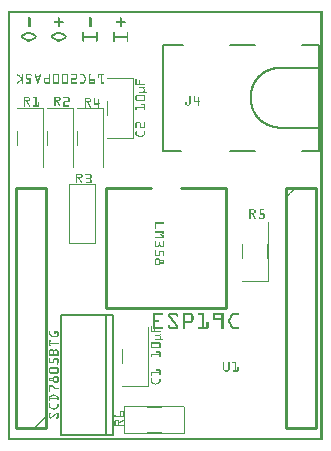
<source format=gto>
G04 MADE WITH FRITZING*
G04 WWW.FRITZING.ORG*
G04 DOUBLE SIDED*
G04 HOLES PLATED*
G04 CONTOUR ON CENTER OF CONTOUR VECTOR*
%ASAXBY*%
%FSLAX23Y23*%
%MOIN*%
%OFA0B0*%
%SFA1.0B1.0*%
%ADD10C,0.008000*%
%ADD11C,0.010000*%
%ADD12R,0.001000X0.001000*%
%LNSILK1*%
G90*
G70*
G54D10*
X515Y965D02*
X515Y1320D01*
D02*
X1038Y965D02*
X1038Y1044D01*
D02*
X1038Y1044D02*
X1038Y1241D01*
D02*
X1038Y1241D02*
X1038Y1320D01*
D02*
X1038Y1044D02*
X900Y1044D01*
D02*
X900Y1241D02*
X1038Y1241D01*
D02*
X1038Y965D02*
X979Y965D01*
D02*
X822Y965D02*
X739Y965D01*
D02*
X578Y965D02*
X515Y965D01*
D02*
X515Y1320D02*
X582Y1320D01*
D02*
X739Y1320D02*
X822Y1320D01*
D02*
X979Y1320D02*
X1038Y1320D01*
G54D11*
D02*
X325Y843D02*
X325Y443D01*
D02*
X325Y443D02*
X725Y443D01*
D02*
X725Y443D02*
X725Y843D01*
D02*
X325Y843D02*
X475Y843D01*
D02*
X575Y843D02*
X725Y843D01*
G54D10*
D02*
X175Y18D02*
X175Y418D01*
D02*
X175Y418D02*
X325Y418D01*
D02*
X325Y418D02*
X350Y418D01*
D02*
X350Y418D02*
X350Y18D01*
D02*
X350Y18D02*
X325Y18D01*
D02*
X325Y18D02*
X175Y18D01*
D02*
X325Y18D02*
X325Y418D01*
G54D11*
D02*
X125Y43D02*
X125Y843D01*
D02*
X125Y843D02*
X25Y843D01*
D02*
X25Y843D02*
X25Y43D01*
D02*
X25Y43D02*
X125Y43D01*
D02*
X925Y843D02*
X925Y43D01*
D02*
X925Y43D02*
X1025Y43D01*
D02*
X1025Y43D02*
X1025Y843D01*
D02*
X1025Y843D02*
X925Y843D01*
G54D12*
X0Y1433D02*
X1049Y1433D01*
X0Y1432D02*
X1049Y1432D01*
X0Y1431D02*
X1049Y1431D01*
X0Y1430D02*
X1049Y1430D01*
X0Y1429D02*
X1049Y1429D01*
X0Y1428D02*
X1049Y1428D01*
X0Y1427D02*
X1049Y1427D01*
X0Y1426D02*
X1049Y1426D01*
X0Y1425D02*
X7Y1425D01*
X1042Y1425D02*
X1049Y1425D01*
X0Y1424D02*
X7Y1424D01*
X1042Y1424D02*
X1049Y1424D01*
X0Y1423D02*
X7Y1423D01*
X1042Y1423D02*
X1049Y1423D01*
X0Y1422D02*
X7Y1422D01*
X1042Y1422D02*
X1049Y1422D01*
X0Y1421D02*
X7Y1421D01*
X1042Y1421D02*
X1049Y1421D01*
X0Y1420D02*
X7Y1420D01*
X1042Y1420D02*
X1049Y1420D01*
X0Y1419D02*
X7Y1419D01*
X1042Y1419D02*
X1049Y1419D01*
X0Y1418D02*
X7Y1418D01*
X1042Y1418D02*
X1049Y1418D01*
X0Y1417D02*
X7Y1417D01*
X1042Y1417D02*
X1049Y1417D01*
X0Y1416D02*
X7Y1416D01*
X1042Y1416D02*
X1049Y1416D01*
X0Y1415D02*
X7Y1415D01*
X1042Y1415D02*
X1049Y1415D01*
X0Y1414D02*
X7Y1414D01*
X1042Y1414D02*
X1049Y1414D01*
X0Y1413D02*
X7Y1413D01*
X1042Y1413D02*
X1049Y1413D01*
X0Y1412D02*
X7Y1412D01*
X1042Y1412D02*
X1049Y1412D01*
X0Y1411D02*
X7Y1411D01*
X68Y1411D02*
X73Y1411D01*
X168Y1411D02*
X170Y1411D01*
X272Y1411D02*
X277Y1411D01*
X375Y1411D02*
X377Y1411D01*
X1042Y1411D02*
X1049Y1411D01*
X0Y1410D02*
X7Y1410D01*
X67Y1410D02*
X74Y1410D01*
X167Y1410D02*
X171Y1410D01*
X271Y1410D02*
X278Y1410D01*
X374Y1410D02*
X378Y1410D01*
X1042Y1410D02*
X1049Y1410D01*
X0Y1409D02*
X7Y1409D01*
X66Y1409D02*
X75Y1409D01*
X166Y1409D02*
X172Y1409D01*
X270Y1409D02*
X279Y1409D01*
X373Y1409D02*
X379Y1409D01*
X1042Y1409D02*
X1049Y1409D01*
X0Y1408D02*
X7Y1408D01*
X66Y1408D02*
X75Y1408D01*
X166Y1408D02*
X172Y1408D01*
X270Y1408D02*
X279Y1408D01*
X373Y1408D02*
X379Y1408D01*
X1042Y1408D02*
X1049Y1408D01*
X0Y1407D02*
X7Y1407D01*
X66Y1407D02*
X75Y1407D01*
X166Y1407D02*
X172Y1407D01*
X270Y1407D02*
X279Y1407D01*
X373Y1407D02*
X379Y1407D01*
X1042Y1407D02*
X1049Y1407D01*
X0Y1406D02*
X7Y1406D01*
X66Y1406D02*
X75Y1406D01*
X166Y1406D02*
X172Y1406D01*
X270Y1406D02*
X279Y1406D01*
X373Y1406D02*
X379Y1406D01*
X1042Y1406D02*
X1049Y1406D01*
X0Y1405D02*
X7Y1405D01*
X66Y1405D02*
X75Y1405D01*
X166Y1405D02*
X172Y1405D01*
X270Y1405D02*
X279Y1405D01*
X373Y1405D02*
X379Y1405D01*
X1042Y1405D02*
X1049Y1405D01*
X0Y1404D02*
X7Y1404D01*
X66Y1404D02*
X75Y1404D01*
X166Y1404D02*
X172Y1404D01*
X270Y1404D02*
X279Y1404D01*
X373Y1404D02*
X379Y1404D01*
X1042Y1404D02*
X1049Y1404D01*
X0Y1403D02*
X7Y1403D01*
X66Y1403D02*
X75Y1403D01*
X166Y1403D02*
X172Y1403D01*
X270Y1403D02*
X279Y1403D01*
X373Y1403D02*
X379Y1403D01*
X1042Y1403D02*
X1049Y1403D01*
X0Y1402D02*
X7Y1402D01*
X66Y1402D02*
X75Y1402D01*
X166Y1402D02*
X172Y1402D01*
X270Y1402D02*
X279Y1402D01*
X373Y1402D02*
X379Y1402D01*
X1042Y1402D02*
X1049Y1402D01*
X0Y1401D02*
X7Y1401D01*
X66Y1401D02*
X75Y1401D01*
X166Y1401D02*
X172Y1401D01*
X270Y1401D02*
X279Y1401D01*
X373Y1401D02*
X379Y1401D01*
X1042Y1401D02*
X1049Y1401D01*
X0Y1400D02*
X7Y1400D01*
X66Y1400D02*
X75Y1400D01*
X166Y1400D02*
X172Y1400D01*
X270Y1400D02*
X279Y1400D01*
X373Y1400D02*
X379Y1400D01*
X1042Y1400D02*
X1049Y1400D01*
X0Y1399D02*
X7Y1399D01*
X66Y1399D02*
X75Y1399D01*
X166Y1399D02*
X172Y1399D01*
X270Y1399D02*
X279Y1399D01*
X373Y1399D02*
X379Y1399D01*
X1042Y1399D02*
X1049Y1399D01*
X0Y1398D02*
X7Y1398D01*
X66Y1398D02*
X75Y1398D01*
X155Y1398D02*
X183Y1398D01*
X270Y1398D02*
X279Y1398D01*
X362Y1398D02*
X390Y1398D01*
X1042Y1398D02*
X1049Y1398D01*
X0Y1397D02*
X7Y1397D01*
X66Y1397D02*
X75Y1397D01*
X154Y1397D02*
X184Y1397D01*
X270Y1397D02*
X279Y1397D01*
X361Y1397D02*
X391Y1397D01*
X1042Y1397D02*
X1049Y1397D01*
X0Y1396D02*
X7Y1396D01*
X66Y1396D02*
X75Y1396D01*
X153Y1396D02*
X185Y1396D01*
X270Y1396D02*
X279Y1396D01*
X360Y1396D02*
X392Y1396D01*
X1042Y1396D02*
X1049Y1396D01*
X0Y1395D02*
X7Y1395D01*
X66Y1395D02*
X75Y1395D01*
X153Y1395D02*
X185Y1395D01*
X270Y1395D02*
X279Y1395D01*
X360Y1395D02*
X392Y1395D01*
X1042Y1395D02*
X1049Y1395D01*
X0Y1394D02*
X7Y1394D01*
X66Y1394D02*
X75Y1394D01*
X153Y1394D02*
X185Y1394D01*
X270Y1394D02*
X279Y1394D01*
X360Y1394D02*
X392Y1394D01*
X1042Y1394D02*
X1049Y1394D01*
X0Y1393D02*
X7Y1393D01*
X66Y1393D02*
X75Y1393D01*
X154Y1393D02*
X184Y1393D01*
X270Y1393D02*
X279Y1393D01*
X361Y1393D02*
X391Y1393D01*
X1042Y1393D02*
X1049Y1393D01*
X0Y1392D02*
X7Y1392D01*
X66Y1392D02*
X75Y1392D01*
X155Y1392D02*
X183Y1392D01*
X270Y1392D02*
X279Y1392D01*
X362Y1392D02*
X390Y1392D01*
X1042Y1392D02*
X1049Y1392D01*
X0Y1391D02*
X7Y1391D01*
X66Y1391D02*
X75Y1391D01*
X166Y1391D02*
X172Y1391D01*
X270Y1391D02*
X279Y1391D01*
X373Y1391D02*
X379Y1391D01*
X1042Y1391D02*
X1049Y1391D01*
X0Y1390D02*
X7Y1390D01*
X66Y1390D02*
X75Y1390D01*
X166Y1390D02*
X172Y1390D01*
X270Y1390D02*
X279Y1390D01*
X373Y1390D02*
X379Y1390D01*
X1042Y1390D02*
X1049Y1390D01*
X0Y1389D02*
X7Y1389D01*
X66Y1389D02*
X75Y1389D01*
X166Y1389D02*
X172Y1389D01*
X270Y1389D02*
X279Y1389D01*
X373Y1389D02*
X379Y1389D01*
X1042Y1389D02*
X1049Y1389D01*
X0Y1388D02*
X7Y1388D01*
X66Y1388D02*
X75Y1388D01*
X166Y1388D02*
X172Y1388D01*
X270Y1388D02*
X279Y1388D01*
X373Y1388D02*
X379Y1388D01*
X1042Y1388D02*
X1049Y1388D01*
X0Y1387D02*
X7Y1387D01*
X66Y1387D02*
X75Y1387D01*
X166Y1387D02*
X172Y1387D01*
X270Y1387D02*
X279Y1387D01*
X373Y1387D02*
X379Y1387D01*
X1042Y1387D02*
X1049Y1387D01*
X0Y1386D02*
X7Y1386D01*
X66Y1386D02*
X75Y1386D01*
X166Y1386D02*
X172Y1386D01*
X270Y1386D02*
X279Y1386D01*
X373Y1386D02*
X379Y1386D01*
X1042Y1386D02*
X1049Y1386D01*
X0Y1385D02*
X7Y1385D01*
X66Y1385D02*
X75Y1385D01*
X166Y1385D02*
X172Y1385D01*
X270Y1385D02*
X279Y1385D01*
X373Y1385D02*
X379Y1385D01*
X1042Y1385D02*
X1049Y1385D01*
X0Y1384D02*
X7Y1384D01*
X66Y1384D02*
X75Y1384D01*
X166Y1384D02*
X172Y1384D01*
X270Y1384D02*
X279Y1384D01*
X373Y1384D02*
X379Y1384D01*
X1042Y1384D02*
X1049Y1384D01*
X0Y1383D02*
X7Y1383D01*
X66Y1383D02*
X75Y1383D01*
X166Y1383D02*
X172Y1383D01*
X270Y1383D02*
X279Y1383D01*
X373Y1383D02*
X379Y1383D01*
X1042Y1383D02*
X1049Y1383D01*
X0Y1382D02*
X7Y1382D01*
X66Y1382D02*
X75Y1382D01*
X166Y1382D02*
X172Y1382D01*
X270Y1382D02*
X279Y1382D01*
X373Y1382D02*
X379Y1382D01*
X1042Y1382D02*
X1049Y1382D01*
X0Y1381D02*
X7Y1381D01*
X66Y1381D02*
X75Y1381D01*
X166Y1381D02*
X172Y1381D01*
X270Y1381D02*
X279Y1381D01*
X373Y1381D02*
X379Y1381D01*
X1042Y1381D02*
X1049Y1381D01*
X0Y1380D02*
X7Y1380D01*
X67Y1380D02*
X74Y1380D01*
X167Y1380D02*
X171Y1380D01*
X271Y1380D02*
X278Y1380D01*
X374Y1380D02*
X378Y1380D01*
X1042Y1380D02*
X1049Y1380D01*
X0Y1379D02*
X7Y1379D01*
X68Y1379D02*
X73Y1379D01*
X168Y1379D02*
X170Y1379D01*
X272Y1379D02*
X277Y1379D01*
X375Y1379D02*
X377Y1379D01*
X1042Y1379D02*
X1049Y1379D01*
X0Y1378D02*
X7Y1378D01*
X1042Y1378D02*
X1049Y1378D01*
X0Y1377D02*
X7Y1377D01*
X1042Y1377D02*
X1049Y1377D01*
X0Y1376D02*
X7Y1376D01*
X1042Y1376D02*
X1049Y1376D01*
X0Y1375D02*
X7Y1375D01*
X1042Y1375D02*
X1049Y1375D01*
X0Y1374D02*
X7Y1374D01*
X1042Y1374D02*
X1049Y1374D01*
X0Y1373D02*
X7Y1373D01*
X1042Y1373D02*
X1049Y1373D01*
X0Y1372D02*
X7Y1372D01*
X1042Y1372D02*
X1049Y1372D01*
X0Y1371D02*
X7Y1371D01*
X1042Y1371D02*
X1049Y1371D01*
X0Y1370D02*
X7Y1370D01*
X1042Y1370D02*
X1049Y1370D01*
X0Y1369D02*
X7Y1369D01*
X1042Y1369D02*
X1049Y1369D01*
X0Y1368D02*
X7Y1368D01*
X1042Y1368D02*
X1049Y1368D01*
X0Y1367D02*
X7Y1367D01*
X1042Y1367D02*
X1049Y1367D01*
X0Y1366D02*
X7Y1366D01*
X1042Y1366D02*
X1049Y1366D01*
X0Y1365D02*
X7Y1365D01*
X1042Y1365D02*
X1049Y1365D01*
X0Y1364D02*
X7Y1364D01*
X1042Y1364D02*
X1049Y1364D01*
X0Y1363D02*
X7Y1363D01*
X66Y1363D02*
X72Y1363D01*
X166Y1363D02*
X172Y1363D01*
X249Y1363D02*
X252Y1363D01*
X295Y1363D02*
X297Y1363D01*
X352Y1363D02*
X355Y1363D01*
X397Y1363D02*
X400Y1363D01*
X1042Y1363D02*
X1049Y1363D01*
X0Y1362D02*
X7Y1362D01*
X63Y1362D02*
X75Y1362D01*
X163Y1362D02*
X175Y1362D01*
X248Y1362D02*
X253Y1362D01*
X293Y1362D02*
X298Y1362D01*
X351Y1362D02*
X356Y1362D01*
X396Y1362D02*
X401Y1362D01*
X1042Y1362D02*
X1049Y1362D01*
X0Y1361D02*
X7Y1361D01*
X61Y1361D02*
X77Y1361D01*
X161Y1361D02*
X177Y1361D01*
X248Y1361D02*
X253Y1361D01*
X293Y1361D02*
X298Y1361D01*
X351Y1361D02*
X356Y1361D01*
X396Y1361D02*
X401Y1361D01*
X1042Y1361D02*
X1049Y1361D01*
X0Y1360D02*
X7Y1360D01*
X59Y1360D02*
X79Y1360D01*
X159Y1360D02*
X179Y1360D01*
X248Y1360D02*
X253Y1360D01*
X293Y1360D02*
X299Y1360D01*
X351Y1360D02*
X356Y1360D01*
X396Y1360D02*
X401Y1360D01*
X1042Y1360D02*
X1049Y1360D01*
X0Y1359D02*
X7Y1359D01*
X57Y1359D02*
X81Y1359D01*
X157Y1359D02*
X181Y1359D01*
X248Y1359D02*
X253Y1359D01*
X293Y1359D02*
X299Y1359D01*
X351Y1359D02*
X356Y1359D01*
X396Y1359D02*
X401Y1359D01*
X1042Y1359D02*
X1049Y1359D01*
X0Y1358D02*
X7Y1358D01*
X55Y1358D02*
X83Y1358D01*
X155Y1358D02*
X183Y1358D01*
X248Y1358D02*
X253Y1358D01*
X293Y1358D02*
X299Y1358D01*
X351Y1358D02*
X356Y1358D01*
X396Y1358D02*
X401Y1358D01*
X1042Y1358D02*
X1049Y1358D01*
X0Y1357D02*
X7Y1357D01*
X53Y1357D02*
X85Y1357D01*
X153Y1357D02*
X185Y1357D01*
X248Y1357D02*
X253Y1357D01*
X293Y1357D02*
X299Y1357D01*
X351Y1357D02*
X356Y1357D01*
X396Y1357D02*
X401Y1357D01*
X1042Y1357D02*
X1049Y1357D01*
X0Y1356D02*
X7Y1356D01*
X51Y1356D02*
X65Y1356D01*
X73Y1356D02*
X87Y1356D01*
X151Y1356D02*
X165Y1356D01*
X173Y1356D02*
X187Y1356D01*
X248Y1356D02*
X253Y1356D01*
X293Y1356D02*
X299Y1356D01*
X351Y1356D02*
X356Y1356D01*
X396Y1356D02*
X401Y1356D01*
X1042Y1356D02*
X1049Y1356D01*
X0Y1355D02*
X7Y1355D01*
X49Y1355D02*
X63Y1355D01*
X75Y1355D02*
X89Y1355D01*
X149Y1355D02*
X163Y1355D01*
X175Y1355D02*
X189Y1355D01*
X248Y1355D02*
X253Y1355D01*
X293Y1355D02*
X299Y1355D01*
X351Y1355D02*
X356Y1355D01*
X396Y1355D02*
X401Y1355D01*
X1042Y1355D02*
X1049Y1355D01*
X0Y1354D02*
X7Y1354D01*
X48Y1354D02*
X61Y1354D01*
X77Y1354D02*
X91Y1354D01*
X147Y1354D02*
X161Y1354D01*
X177Y1354D02*
X191Y1354D01*
X248Y1354D02*
X253Y1354D01*
X293Y1354D02*
X299Y1354D01*
X351Y1354D02*
X356Y1354D01*
X396Y1354D02*
X401Y1354D01*
X1042Y1354D02*
X1049Y1354D01*
X0Y1353D02*
X7Y1353D01*
X46Y1353D02*
X59Y1353D01*
X79Y1353D02*
X92Y1353D01*
X146Y1353D02*
X159Y1353D01*
X179Y1353D02*
X192Y1353D01*
X248Y1353D02*
X253Y1353D01*
X293Y1353D02*
X299Y1353D01*
X351Y1353D02*
X356Y1353D01*
X396Y1353D02*
X401Y1353D01*
X1042Y1353D02*
X1049Y1353D01*
X0Y1352D02*
X7Y1352D01*
X45Y1352D02*
X57Y1352D01*
X81Y1352D02*
X93Y1352D01*
X145Y1352D02*
X157Y1352D01*
X181Y1352D02*
X193Y1352D01*
X248Y1352D02*
X253Y1352D01*
X293Y1352D02*
X299Y1352D01*
X351Y1352D02*
X356Y1352D01*
X396Y1352D02*
X401Y1352D01*
X1042Y1352D02*
X1049Y1352D01*
X0Y1351D02*
X7Y1351D01*
X45Y1351D02*
X55Y1351D01*
X83Y1351D02*
X94Y1351D01*
X145Y1351D02*
X155Y1351D01*
X183Y1351D02*
X193Y1351D01*
X248Y1351D02*
X253Y1351D01*
X293Y1351D02*
X299Y1351D01*
X351Y1351D02*
X356Y1351D01*
X396Y1351D02*
X401Y1351D01*
X1042Y1351D02*
X1049Y1351D01*
X0Y1350D02*
X7Y1350D01*
X44Y1350D02*
X53Y1350D01*
X85Y1350D02*
X94Y1350D01*
X144Y1350D02*
X153Y1350D01*
X185Y1350D02*
X194Y1350D01*
X248Y1350D02*
X299Y1350D01*
X351Y1350D02*
X401Y1350D01*
X1042Y1350D02*
X1049Y1350D01*
X0Y1349D02*
X7Y1349D01*
X44Y1349D02*
X51Y1349D01*
X87Y1349D02*
X94Y1349D01*
X144Y1349D02*
X151Y1349D01*
X187Y1349D02*
X194Y1349D01*
X248Y1349D02*
X299Y1349D01*
X351Y1349D02*
X401Y1349D01*
X1042Y1349D02*
X1049Y1349D01*
X0Y1348D02*
X7Y1348D01*
X44Y1348D02*
X50Y1348D01*
X89Y1348D02*
X94Y1348D01*
X144Y1348D02*
X150Y1348D01*
X188Y1348D02*
X194Y1348D01*
X248Y1348D02*
X299Y1348D01*
X351Y1348D02*
X401Y1348D01*
X1042Y1348D02*
X1049Y1348D01*
X0Y1347D02*
X7Y1347D01*
X44Y1347D02*
X50Y1347D01*
X89Y1347D02*
X95Y1347D01*
X144Y1347D02*
X149Y1347D01*
X189Y1347D02*
X195Y1347D01*
X248Y1347D02*
X299Y1347D01*
X351Y1347D02*
X401Y1347D01*
X1042Y1347D02*
X1049Y1347D01*
X0Y1346D02*
X7Y1346D01*
X44Y1346D02*
X50Y1346D01*
X89Y1346D02*
X95Y1346D01*
X144Y1346D02*
X150Y1346D01*
X189Y1346D02*
X194Y1346D01*
X248Y1346D02*
X299Y1346D01*
X351Y1346D02*
X401Y1346D01*
X1042Y1346D02*
X1049Y1346D01*
X0Y1345D02*
X7Y1345D01*
X44Y1345D02*
X51Y1345D01*
X88Y1345D02*
X94Y1345D01*
X144Y1345D02*
X151Y1345D01*
X187Y1345D02*
X194Y1345D01*
X248Y1345D02*
X299Y1345D01*
X351Y1345D02*
X401Y1345D01*
X1042Y1345D02*
X1049Y1345D01*
X0Y1344D02*
X7Y1344D01*
X44Y1344D02*
X53Y1344D01*
X86Y1344D02*
X94Y1344D01*
X144Y1344D02*
X153Y1344D01*
X186Y1344D02*
X194Y1344D01*
X248Y1344D02*
X299Y1344D01*
X351Y1344D02*
X401Y1344D01*
X1042Y1344D02*
X1049Y1344D01*
X0Y1343D02*
X7Y1343D01*
X45Y1343D02*
X55Y1343D01*
X84Y1343D02*
X94Y1343D01*
X145Y1343D02*
X155Y1343D01*
X184Y1343D02*
X194Y1343D01*
X248Y1343D02*
X253Y1343D01*
X293Y1343D02*
X299Y1343D01*
X351Y1343D02*
X356Y1343D01*
X396Y1343D02*
X401Y1343D01*
X1042Y1343D02*
X1049Y1343D01*
X0Y1342D02*
X7Y1342D01*
X45Y1342D02*
X57Y1342D01*
X82Y1342D02*
X93Y1342D01*
X145Y1342D02*
X157Y1342D01*
X182Y1342D02*
X193Y1342D01*
X248Y1342D02*
X253Y1342D01*
X293Y1342D02*
X299Y1342D01*
X351Y1342D02*
X356Y1342D01*
X396Y1342D02*
X401Y1342D01*
X1042Y1342D02*
X1049Y1342D01*
X0Y1341D02*
X7Y1341D01*
X46Y1341D02*
X59Y1341D01*
X80Y1341D02*
X92Y1341D01*
X146Y1341D02*
X159Y1341D01*
X180Y1341D02*
X192Y1341D01*
X248Y1341D02*
X253Y1341D01*
X293Y1341D02*
X299Y1341D01*
X351Y1341D02*
X356Y1341D01*
X396Y1341D02*
X401Y1341D01*
X1042Y1341D02*
X1049Y1341D01*
X0Y1340D02*
X7Y1340D01*
X47Y1340D02*
X61Y1340D01*
X78Y1340D02*
X91Y1340D01*
X147Y1340D02*
X161Y1340D01*
X178Y1340D02*
X191Y1340D01*
X248Y1340D02*
X253Y1340D01*
X293Y1340D02*
X299Y1340D01*
X351Y1340D02*
X356Y1340D01*
X396Y1340D02*
X401Y1340D01*
X1042Y1340D02*
X1049Y1340D01*
X0Y1339D02*
X7Y1339D01*
X49Y1339D02*
X63Y1339D01*
X76Y1339D02*
X90Y1339D01*
X149Y1339D02*
X163Y1339D01*
X176Y1339D02*
X190Y1339D01*
X248Y1339D02*
X253Y1339D01*
X293Y1339D02*
X299Y1339D01*
X351Y1339D02*
X356Y1339D01*
X396Y1339D02*
X401Y1339D01*
X1042Y1339D02*
X1049Y1339D01*
X0Y1338D02*
X7Y1338D01*
X51Y1338D02*
X65Y1338D01*
X74Y1338D02*
X88Y1338D01*
X151Y1338D02*
X165Y1338D01*
X174Y1338D02*
X188Y1338D01*
X248Y1338D02*
X253Y1338D01*
X293Y1338D02*
X299Y1338D01*
X351Y1338D02*
X356Y1338D01*
X396Y1338D02*
X401Y1338D01*
X1042Y1338D02*
X1049Y1338D01*
X0Y1337D02*
X7Y1337D01*
X53Y1337D02*
X86Y1337D01*
X153Y1337D02*
X186Y1337D01*
X248Y1337D02*
X253Y1337D01*
X293Y1337D02*
X299Y1337D01*
X351Y1337D02*
X356Y1337D01*
X396Y1337D02*
X401Y1337D01*
X1042Y1337D02*
X1049Y1337D01*
X0Y1336D02*
X7Y1336D01*
X55Y1336D02*
X84Y1336D01*
X155Y1336D02*
X184Y1336D01*
X248Y1336D02*
X253Y1336D01*
X293Y1336D02*
X299Y1336D01*
X351Y1336D02*
X356Y1336D01*
X396Y1336D02*
X401Y1336D01*
X1042Y1336D02*
X1049Y1336D01*
X0Y1335D02*
X7Y1335D01*
X57Y1335D02*
X82Y1335D01*
X157Y1335D02*
X182Y1335D01*
X248Y1335D02*
X253Y1335D01*
X293Y1335D02*
X299Y1335D01*
X351Y1335D02*
X356Y1335D01*
X396Y1335D02*
X401Y1335D01*
X1042Y1335D02*
X1049Y1335D01*
X0Y1334D02*
X7Y1334D01*
X59Y1334D02*
X80Y1334D01*
X159Y1334D02*
X180Y1334D01*
X248Y1334D02*
X253Y1334D01*
X293Y1334D02*
X299Y1334D01*
X351Y1334D02*
X356Y1334D01*
X396Y1334D02*
X401Y1334D01*
X1042Y1334D02*
X1049Y1334D01*
X0Y1333D02*
X7Y1333D01*
X61Y1333D02*
X78Y1333D01*
X161Y1333D02*
X178Y1333D01*
X248Y1333D02*
X253Y1333D01*
X293Y1333D02*
X298Y1333D01*
X351Y1333D02*
X356Y1333D01*
X396Y1333D02*
X401Y1333D01*
X1042Y1333D02*
X1049Y1333D01*
X0Y1332D02*
X7Y1332D01*
X63Y1332D02*
X76Y1332D01*
X163Y1332D02*
X176Y1332D01*
X248Y1332D02*
X253Y1332D01*
X293Y1332D02*
X298Y1332D01*
X351Y1332D02*
X356Y1332D01*
X396Y1332D02*
X401Y1332D01*
X1042Y1332D02*
X1049Y1332D01*
X0Y1331D02*
X7Y1331D01*
X65Y1331D02*
X73Y1331D01*
X165Y1331D02*
X173Y1331D01*
X249Y1331D02*
X252Y1331D01*
X294Y1331D02*
X297Y1331D01*
X352Y1331D02*
X355Y1331D01*
X397Y1331D02*
X400Y1331D01*
X1042Y1331D02*
X1049Y1331D01*
X0Y1330D02*
X7Y1330D01*
X1042Y1330D02*
X1049Y1330D01*
X0Y1329D02*
X7Y1329D01*
X1042Y1329D02*
X1049Y1329D01*
X0Y1328D02*
X7Y1328D01*
X1042Y1328D02*
X1049Y1328D01*
X0Y1327D02*
X7Y1327D01*
X1042Y1327D02*
X1049Y1327D01*
X0Y1326D02*
X7Y1326D01*
X1042Y1326D02*
X1049Y1326D01*
X0Y1325D02*
X7Y1325D01*
X1042Y1325D02*
X1049Y1325D01*
X0Y1324D02*
X7Y1324D01*
X1042Y1324D02*
X1049Y1324D01*
X0Y1323D02*
X7Y1323D01*
X1042Y1323D02*
X1049Y1323D01*
X0Y1322D02*
X7Y1322D01*
X1042Y1322D02*
X1049Y1322D01*
X0Y1321D02*
X7Y1321D01*
X1042Y1321D02*
X1049Y1321D01*
X0Y1320D02*
X7Y1320D01*
X1042Y1320D02*
X1049Y1320D01*
X0Y1319D02*
X7Y1319D01*
X1042Y1319D02*
X1049Y1319D01*
X0Y1318D02*
X7Y1318D01*
X1042Y1318D02*
X1049Y1318D01*
X0Y1317D02*
X7Y1317D01*
X1042Y1317D02*
X1049Y1317D01*
X0Y1316D02*
X7Y1316D01*
X1042Y1316D02*
X1049Y1316D01*
X0Y1315D02*
X7Y1315D01*
X1042Y1315D02*
X1049Y1315D01*
X0Y1314D02*
X7Y1314D01*
X1042Y1314D02*
X1049Y1314D01*
X0Y1313D02*
X7Y1313D01*
X1042Y1313D02*
X1049Y1313D01*
X0Y1312D02*
X7Y1312D01*
X1042Y1312D02*
X1049Y1312D01*
X0Y1311D02*
X7Y1311D01*
X1042Y1311D02*
X1049Y1311D01*
X0Y1310D02*
X7Y1310D01*
X1042Y1310D02*
X1049Y1310D01*
X0Y1309D02*
X7Y1309D01*
X1042Y1309D02*
X1049Y1309D01*
X0Y1308D02*
X7Y1308D01*
X1042Y1308D02*
X1049Y1308D01*
X0Y1307D02*
X7Y1307D01*
X1042Y1307D02*
X1049Y1307D01*
X0Y1306D02*
X7Y1306D01*
X1042Y1306D02*
X1049Y1306D01*
X0Y1305D02*
X7Y1305D01*
X1042Y1305D02*
X1049Y1305D01*
X0Y1304D02*
X7Y1304D01*
X1042Y1304D02*
X1049Y1304D01*
X0Y1303D02*
X7Y1303D01*
X1042Y1303D02*
X1049Y1303D01*
X0Y1302D02*
X7Y1302D01*
X1042Y1302D02*
X1049Y1302D01*
X0Y1301D02*
X7Y1301D01*
X1042Y1301D02*
X1049Y1301D01*
X0Y1300D02*
X7Y1300D01*
X1042Y1300D02*
X1049Y1300D01*
X0Y1299D02*
X7Y1299D01*
X1042Y1299D02*
X1049Y1299D01*
X0Y1298D02*
X7Y1298D01*
X1042Y1298D02*
X1049Y1298D01*
X0Y1297D02*
X7Y1297D01*
X1042Y1297D02*
X1049Y1297D01*
X0Y1296D02*
X7Y1296D01*
X1042Y1296D02*
X1049Y1296D01*
X0Y1295D02*
X7Y1295D01*
X1042Y1295D02*
X1049Y1295D01*
X0Y1294D02*
X7Y1294D01*
X1042Y1294D02*
X1049Y1294D01*
X0Y1293D02*
X7Y1293D01*
X1042Y1293D02*
X1049Y1293D01*
X0Y1292D02*
X7Y1292D01*
X1042Y1292D02*
X1049Y1292D01*
X0Y1291D02*
X7Y1291D01*
X1042Y1291D02*
X1049Y1291D01*
X0Y1290D02*
X7Y1290D01*
X1042Y1290D02*
X1049Y1290D01*
X0Y1289D02*
X7Y1289D01*
X1042Y1289D02*
X1049Y1289D01*
X0Y1288D02*
X7Y1288D01*
X1042Y1288D02*
X1049Y1288D01*
X0Y1287D02*
X7Y1287D01*
X1042Y1287D02*
X1049Y1287D01*
X0Y1286D02*
X7Y1286D01*
X1042Y1286D02*
X1049Y1286D01*
X0Y1285D02*
X7Y1285D01*
X1042Y1285D02*
X1049Y1285D01*
X0Y1284D02*
X7Y1284D01*
X1042Y1284D02*
X1049Y1284D01*
X0Y1283D02*
X7Y1283D01*
X1042Y1283D02*
X1049Y1283D01*
X0Y1282D02*
X7Y1282D01*
X1042Y1282D02*
X1049Y1282D01*
X0Y1281D02*
X7Y1281D01*
X1042Y1281D02*
X1049Y1281D01*
X0Y1280D02*
X7Y1280D01*
X1042Y1280D02*
X1049Y1280D01*
X0Y1279D02*
X7Y1279D01*
X1042Y1279D02*
X1049Y1279D01*
X0Y1278D02*
X7Y1278D01*
X1042Y1278D02*
X1049Y1278D01*
X0Y1277D02*
X7Y1277D01*
X1042Y1277D02*
X1049Y1277D01*
X0Y1276D02*
X7Y1276D01*
X1042Y1276D02*
X1049Y1276D01*
X0Y1275D02*
X7Y1275D01*
X1042Y1275D02*
X1049Y1275D01*
X0Y1274D02*
X7Y1274D01*
X1042Y1274D02*
X1049Y1274D01*
X0Y1273D02*
X7Y1273D01*
X1042Y1273D02*
X1049Y1273D01*
X0Y1272D02*
X7Y1272D01*
X1042Y1272D02*
X1049Y1272D01*
X0Y1271D02*
X7Y1271D01*
X1042Y1271D02*
X1049Y1271D01*
X0Y1270D02*
X7Y1270D01*
X1042Y1270D02*
X1049Y1270D01*
X0Y1269D02*
X7Y1269D01*
X1042Y1269D02*
X1049Y1269D01*
X0Y1268D02*
X7Y1268D01*
X1042Y1268D02*
X1049Y1268D01*
X0Y1267D02*
X7Y1267D01*
X1042Y1267D02*
X1049Y1267D01*
X0Y1266D02*
X7Y1266D01*
X1042Y1266D02*
X1049Y1266D01*
X0Y1265D02*
X7Y1265D01*
X1042Y1265D02*
X1049Y1265D01*
X0Y1264D02*
X7Y1264D01*
X1042Y1264D02*
X1049Y1264D01*
X0Y1263D02*
X7Y1263D01*
X1042Y1263D02*
X1049Y1263D01*
X0Y1262D02*
X7Y1262D01*
X1042Y1262D02*
X1049Y1262D01*
X0Y1261D02*
X7Y1261D01*
X1042Y1261D02*
X1049Y1261D01*
X0Y1260D02*
X7Y1260D01*
X1042Y1260D02*
X1049Y1260D01*
X0Y1259D02*
X7Y1259D01*
X1042Y1259D02*
X1049Y1259D01*
X0Y1258D02*
X7Y1258D01*
X1042Y1258D02*
X1049Y1258D01*
X0Y1257D02*
X7Y1257D01*
X1042Y1257D02*
X1049Y1257D01*
X0Y1256D02*
X7Y1256D01*
X1042Y1256D02*
X1049Y1256D01*
X0Y1255D02*
X7Y1255D01*
X1042Y1255D02*
X1049Y1255D01*
X0Y1254D02*
X7Y1254D01*
X1042Y1254D02*
X1049Y1254D01*
X0Y1253D02*
X7Y1253D01*
X1042Y1253D02*
X1049Y1253D01*
X0Y1252D02*
X7Y1252D01*
X1042Y1252D02*
X1049Y1252D01*
X0Y1251D02*
X7Y1251D01*
X1042Y1251D02*
X1049Y1251D01*
X0Y1250D02*
X7Y1250D01*
X1042Y1250D02*
X1049Y1250D01*
X0Y1249D02*
X7Y1249D01*
X1042Y1249D02*
X1049Y1249D01*
X0Y1248D02*
X7Y1248D01*
X1042Y1248D02*
X1049Y1248D01*
X0Y1247D02*
X7Y1247D01*
X1042Y1247D02*
X1049Y1247D01*
X0Y1246D02*
X7Y1246D01*
X1042Y1246D02*
X1049Y1246D01*
X0Y1245D02*
X7Y1245D01*
X891Y1245D02*
X899Y1245D01*
X1042Y1245D02*
X1049Y1245D01*
X0Y1244D02*
X7Y1244D01*
X885Y1244D02*
X899Y1244D01*
X1042Y1244D02*
X1049Y1244D01*
X0Y1243D02*
X7Y1243D01*
X881Y1243D02*
X899Y1243D01*
X1042Y1243D02*
X1049Y1243D01*
X0Y1242D02*
X7Y1242D01*
X877Y1242D02*
X899Y1242D01*
X1042Y1242D02*
X1049Y1242D01*
X0Y1241D02*
X7Y1241D01*
X874Y1241D02*
X899Y1241D01*
X1042Y1241D02*
X1049Y1241D01*
X0Y1240D02*
X7Y1240D01*
X871Y1240D02*
X899Y1240D01*
X1042Y1240D02*
X1049Y1240D01*
X0Y1239D02*
X7Y1239D01*
X868Y1239D02*
X899Y1239D01*
X1042Y1239D02*
X1049Y1239D01*
X0Y1238D02*
X7Y1238D01*
X866Y1238D02*
X899Y1238D01*
X1042Y1238D02*
X1049Y1238D01*
X0Y1237D02*
X7Y1237D01*
X864Y1237D02*
X891Y1237D01*
X1042Y1237D02*
X1049Y1237D01*
X0Y1236D02*
X7Y1236D01*
X861Y1236D02*
X885Y1236D01*
X1042Y1236D02*
X1049Y1236D01*
X0Y1235D02*
X7Y1235D01*
X860Y1235D02*
X880Y1235D01*
X1042Y1235D02*
X1049Y1235D01*
X0Y1234D02*
X7Y1234D01*
X858Y1234D02*
X877Y1234D01*
X1042Y1234D02*
X1049Y1234D01*
X0Y1233D02*
X7Y1233D01*
X856Y1233D02*
X874Y1233D01*
X1042Y1233D02*
X1049Y1233D01*
X0Y1232D02*
X7Y1232D01*
X854Y1232D02*
X871Y1232D01*
X1042Y1232D02*
X1049Y1232D01*
X0Y1231D02*
X7Y1231D01*
X852Y1231D02*
X869Y1231D01*
X1042Y1231D02*
X1049Y1231D01*
X0Y1230D02*
X7Y1230D01*
X851Y1230D02*
X866Y1230D01*
X1042Y1230D02*
X1049Y1230D01*
X0Y1229D02*
X7Y1229D01*
X849Y1229D02*
X864Y1229D01*
X1042Y1229D02*
X1049Y1229D01*
X0Y1228D02*
X7Y1228D01*
X848Y1228D02*
X862Y1228D01*
X1042Y1228D02*
X1049Y1228D01*
X0Y1227D02*
X7Y1227D01*
X846Y1227D02*
X860Y1227D01*
X1042Y1227D02*
X1049Y1227D01*
X0Y1226D02*
X7Y1226D01*
X845Y1226D02*
X858Y1226D01*
X1042Y1226D02*
X1049Y1226D01*
X0Y1225D02*
X7Y1225D01*
X844Y1225D02*
X857Y1225D01*
X1042Y1225D02*
X1049Y1225D01*
X0Y1224D02*
X7Y1224D01*
X843Y1224D02*
X855Y1224D01*
X1042Y1224D02*
X1049Y1224D01*
X0Y1223D02*
X7Y1223D01*
X841Y1223D02*
X854Y1223D01*
X1042Y1223D02*
X1049Y1223D01*
X0Y1222D02*
X7Y1222D01*
X31Y1222D02*
X32Y1222D01*
X47Y1222D02*
X48Y1222D01*
X62Y1222D02*
X74Y1222D01*
X91Y1222D02*
X92Y1222D01*
X108Y1222D02*
X109Y1222D01*
X138Y1222D02*
X139Y1222D01*
X153Y1222D02*
X167Y1222D01*
X183Y1222D02*
X197Y1222D01*
X211Y1222D02*
X230Y1222D01*
X241Y1222D02*
X251Y1222D01*
X272Y1222D02*
X275Y1222D01*
X302Y1222D02*
X319Y1222D01*
X840Y1222D02*
X852Y1222D01*
X1042Y1222D02*
X1049Y1222D01*
X0Y1221D02*
X7Y1221D01*
X30Y1221D02*
X33Y1221D01*
X46Y1221D02*
X49Y1221D01*
X61Y1221D02*
X77Y1221D01*
X90Y1221D02*
X93Y1221D01*
X107Y1221D02*
X109Y1221D01*
X137Y1221D02*
X139Y1221D01*
X151Y1221D02*
X169Y1221D01*
X181Y1221D02*
X199Y1221D01*
X210Y1221D02*
X230Y1221D01*
X241Y1221D02*
X253Y1221D01*
X271Y1221D02*
X276Y1221D01*
X301Y1221D02*
X320Y1221D01*
X839Y1221D02*
X851Y1221D01*
X1042Y1221D02*
X1049Y1221D01*
X0Y1220D02*
X7Y1220D01*
X30Y1220D02*
X34Y1220D01*
X46Y1220D02*
X49Y1220D01*
X60Y1220D02*
X79Y1220D01*
X90Y1220D02*
X93Y1220D01*
X106Y1220D02*
X110Y1220D01*
X136Y1220D02*
X140Y1220D01*
X151Y1220D02*
X169Y1220D01*
X181Y1220D02*
X199Y1220D01*
X210Y1220D02*
X230Y1220D01*
X240Y1220D02*
X254Y1220D01*
X270Y1220D02*
X276Y1220D01*
X301Y1220D02*
X320Y1220D01*
X838Y1220D02*
X849Y1220D01*
X1042Y1220D02*
X1049Y1220D01*
X0Y1219D02*
X7Y1219D01*
X30Y1219D02*
X35Y1219D01*
X46Y1219D02*
X49Y1219D01*
X60Y1219D02*
X79Y1219D01*
X90Y1219D02*
X93Y1219D01*
X106Y1219D02*
X109Y1219D01*
X136Y1219D02*
X140Y1219D01*
X150Y1219D02*
X170Y1219D01*
X180Y1219D02*
X200Y1219D01*
X211Y1219D02*
X230Y1219D01*
X241Y1219D02*
X255Y1219D01*
X270Y1219D02*
X275Y1219D01*
X301Y1219D02*
X320Y1219D01*
X837Y1219D02*
X848Y1219D01*
X1042Y1219D02*
X1049Y1219D01*
X0Y1218D02*
X7Y1218D01*
X31Y1218D02*
X37Y1218D01*
X46Y1218D02*
X49Y1218D01*
X60Y1218D02*
X63Y1218D01*
X74Y1218D02*
X79Y1218D01*
X90Y1218D02*
X94Y1218D01*
X106Y1218D02*
X109Y1218D01*
X136Y1218D02*
X140Y1218D01*
X150Y1218D02*
X154Y1218D01*
X166Y1218D02*
X170Y1218D01*
X180Y1218D02*
X184Y1218D01*
X196Y1218D02*
X200Y1218D01*
X226Y1218D02*
X230Y1218D01*
X251Y1218D02*
X255Y1218D01*
X270Y1218D02*
X274Y1218D01*
X301Y1218D02*
X304Y1218D01*
X309Y1218D02*
X312Y1218D01*
X836Y1218D02*
X847Y1218D01*
X1042Y1218D02*
X1049Y1218D01*
X0Y1217D02*
X7Y1217D01*
X32Y1217D02*
X38Y1217D01*
X46Y1217D02*
X49Y1217D01*
X60Y1217D02*
X63Y1217D01*
X76Y1217D02*
X79Y1217D01*
X91Y1217D02*
X94Y1217D01*
X105Y1217D02*
X109Y1217D01*
X136Y1217D02*
X140Y1217D01*
X150Y1217D02*
X153Y1217D01*
X167Y1217D02*
X170Y1217D01*
X180Y1217D02*
X183Y1217D01*
X197Y1217D02*
X200Y1217D01*
X227Y1217D02*
X230Y1217D01*
X252Y1217D02*
X256Y1217D01*
X270Y1217D02*
X274Y1217D01*
X301Y1217D02*
X304Y1217D01*
X309Y1217D02*
X312Y1217D01*
X835Y1217D02*
X846Y1217D01*
X1042Y1217D02*
X1049Y1217D01*
X0Y1216D02*
X7Y1216D01*
X33Y1216D02*
X39Y1216D01*
X46Y1216D02*
X49Y1216D01*
X60Y1216D02*
X63Y1216D01*
X91Y1216D02*
X94Y1216D01*
X105Y1216D02*
X108Y1216D01*
X136Y1216D02*
X140Y1216D01*
X150Y1216D02*
X153Y1216D01*
X167Y1216D02*
X170Y1216D01*
X180Y1216D02*
X183Y1216D01*
X197Y1216D02*
X200Y1216D01*
X227Y1216D02*
X230Y1216D01*
X253Y1216D02*
X256Y1216D01*
X270Y1216D02*
X274Y1216D01*
X301Y1216D02*
X304Y1216D01*
X309Y1216D02*
X312Y1216D01*
X834Y1216D02*
X844Y1216D01*
X1042Y1216D02*
X1049Y1216D01*
X0Y1215D02*
X7Y1215D01*
X35Y1215D02*
X40Y1215D01*
X46Y1215D02*
X49Y1215D01*
X60Y1215D02*
X63Y1215D01*
X91Y1215D02*
X108Y1215D01*
X136Y1215D02*
X140Y1215D01*
X150Y1215D02*
X153Y1215D01*
X167Y1215D02*
X170Y1215D01*
X180Y1215D02*
X183Y1215D01*
X197Y1215D02*
X200Y1215D01*
X227Y1215D02*
X230Y1215D01*
X253Y1215D02*
X257Y1215D01*
X270Y1215D02*
X274Y1215D01*
X301Y1215D02*
X304Y1215D01*
X309Y1215D02*
X312Y1215D01*
X833Y1215D02*
X843Y1215D01*
X1042Y1215D02*
X1049Y1215D01*
X0Y1214D02*
X7Y1214D01*
X36Y1214D02*
X41Y1214D01*
X46Y1214D02*
X49Y1214D01*
X60Y1214D02*
X63Y1214D01*
X92Y1214D02*
X108Y1214D01*
X136Y1214D02*
X140Y1214D01*
X150Y1214D02*
X153Y1214D01*
X167Y1214D02*
X170Y1214D01*
X180Y1214D02*
X183Y1214D01*
X197Y1214D02*
X200Y1214D01*
X227Y1214D02*
X230Y1214D01*
X254Y1214D02*
X257Y1214D01*
X270Y1214D02*
X274Y1214D01*
X301Y1214D02*
X304Y1214D01*
X309Y1214D02*
X312Y1214D01*
X832Y1214D02*
X842Y1214D01*
X1042Y1214D02*
X1049Y1214D01*
X0Y1213D02*
X7Y1213D01*
X37Y1213D02*
X42Y1213D01*
X46Y1213D02*
X49Y1213D01*
X60Y1213D02*
X63Y1213D01*
X92Y1213D02*
X108Y1213D01*
X136Y1213D02*
X140Y1213D01*
X150Y1213D02*
X153Y1213D01*
X167Y1213D02*
X170Y1213D01*
X180Y1213D02*
X183Y1213D01*
X197Y1213D02*
X200Y1213D01*
X227Y1213D02*
X230Y1213D01*
X254Y1213D02*
X258Y1213D01*
X270Y1213D02*
X274Y1213D01*
X301Y1213D02*
X304Y1213D01*
X309Y1213D02*
X312Y1213D01*
X831Y1213D02*
X841Y1213D01*
X1042Y1213D02*
X1049Y1213D01*
X0Y1212D02*
X7Y1212D01*
X38Y1212D02*
X44Y1212D01*
X46Y1212D02*
X49Y1212D01*
X60Y1212D02*
X63Y1212D01*
X92Y1212D02*
X107Y1212D01*
X136Y1212D02*
X140Y1212D01*
X150Y1212D02*
X153Y1212D01*
X167Y1212D02*
X170Y1212D01*
X180Y1212D02*
X183Y1212D01*
X197Y1212D02*
X200Y1212D01*
X227Y1212D02*
X230Y1212D01*
X255Y1212D02*
X258Y1212D01*
X270Y1212D02*
X274Y1212D01*
X301Y1212D02*
X304Y1212D01*
X309Y1212D02*
X312Y1212D01*
X830Y1212D02*
X840Y1212D01*
X1042Y1212D02*
X1049Y1212D01*
X0Y1211D02*
X7Y1211D01*
X39Y1211D02*
X49Y1211D01*
X60Y1211D02*
X63Y1211D01*
X92Y1211D02*
X96Y1211D01*
X103Y1211D02*
X107Y1211D01*
X136Y1211D02*
X140Y1211D01*
X150Y1211D02*
X153Y1211D01*
X167Y1211D02*
X170Y1211D01*
X180Y1211D02*
X183Y1211D01*
X197Y1211D02*
X200Y1211D01*
X227Y1211D02*
X230Y1211D01*
X255Y1211D02*
X259Y1211D01*
X270Y1211D02*
X274Y1211D01*
X301Y1211D02*
X304Y1211D01*
X309Y1211D02*
X312Y1211D01*
X829Y1211D02*
X839Y1211D01*
X1042Y1211D02*
X1049Y1211D01*
X0Y1210D02*
X7Y1210D01*
X40Y1210D02*
X49Y1210D01*
X60Y1210D02*
X63Y1210D01*
X93Y1210D02*
X96Y1210D01*
X103Y1210D02*
X107Y1210D01*
X136Y1210D02*
X140Y1210D01*
X150Y1210D02*
X153Y1210D01*
X167Y1210D02*
X170Y1210D01*
X180Y1210D02*
X183Y1210D01*
X197Y1210D02*
X200Y1210D01*
X227Y1210D02*
X230Y1210D01*
X256Y1210D02*
X259Y1210D01*
X270Y1210D02*
X274Y1210D01*
X301Y1210D02*
X304Y1210D01*
X309Y1210D02*
X312Y1210D01*
X828Y1210D02*
X838Y1210D01*
X1042Y1210D02*
X1049Y1210D01*
X0Y1209D02*
X7Y1209D01*
X42Y1209D02*
X49Y1209D01*
X60Y1209D02*
X63Y1209D01*
X93Y1209D02*
X96Y1209D01*
X103Y1209D02*
X106Y1209D01*
X123Y1209D02*
X140Y1209D01*
X150Y1209D02*
X153Y1209D01*
X167Y1209D02*
X170Y1209D01*
X180Y1209D02*
X183Y1209D01*
X197Y1209D02*
X200Y1209D01*
X227Y1209D02*
X230Y1209D01*
X256Y1209D02*
X260Y1209D01*
X270Y1209D02*
X274Y1209D01*
X301Y1209D02*
X304Y1209D01*
X309Y1209D02*
X312Y1209D01*
X828Y1209D02*
X837Y1209D01*
X1042Y1209D02*
X1049Y1209D01*
X0Y1208D02*
X7Y1208D01*
X43Y1208D02*
X49Y1208D01*
X60Y1208D02*
X75Y1208D01*
X93Y1208D02*
X97Y1208D01*
X103Y1208D02*
X106Y1208D01*
X122Y1208D02*
X140Y1208D01*
X150Y1208D02*
X153Y1208D01*
X167Y1208D02*
X170Y1208D01*
X180Y1208D02*
X183Y1208D01*
X197Y1208D02*
X200Y1208D01*
X214Y1208D02*
X230Y1208D01*
X257Y1208D02*
X260Y1208D01*
X270Y1208D02*
X274Y1208D01*
X301Y1208D02*
X303Y1208D01*
X309Y1208D02*
X312Y1208D01*
X827Y1208D02*
X836Y1208D01*
X1042Y1208D02*
X1049Y1208D01*
X0Y1207D02*
X7Y1207D01*
X44Y1207D02*
X49Y1207D01*
X60Y1207D02*
X75Y1207D01*
X94Y1207D02*
X97Y1207D01*
X102Y1207D02*
X106Y1207D01*
X121Y1207D02*
X140Y1207D01*
X150Y1207D02*
X153Y1207D01*
X167Y1207D02*
X170Y1207D01*
X180Y1207D02*
X183Y1207D01*
X197Y1207D02*
X200Y1207D01*
X212Y1207D02*
X230Y1207D01*
X257Y1207D02*
X260Y1207D01*
X270Y1207D02*
X274Y1207D01*
X309Y1207D02*
X312Y1207D01*
X329Y1207D02*
X419Y1207D01*
X426Y1207D02*
X427Y1207D01*
X826Y1207D02*
X835Y1207D01*
X1042Y1207D02*
X1049Y1207D01*
X0Y1206D02*
X7Y1206D01*
X45Y1206D02*
X49Y1206D01*
X60Y1206D02*
X75Y1206D01*
X94Y1206D02*
X97Y1206D01*
X102Y1206D02*
X106Y1206D01*
X120Y1206D02*
X140Y1206D01*
X150Y1206D02*
X153Y1206D01*
X167Y1206D02*
X170Y1206D01*
X180Y1206D02*
X183Y1206D01*
X197Y1206D02*
X200Y1206D01*
X211Y1206D02*
X229Y1206D01*
X257Y1206D02*
X260Y1206D01*
X270Y1206D02*
X274Y1206D01*
X309Y1206D02*
X312Y1206D01*
X329Y1206D02*
X419Y1206D01*
X425Y1206D02*
X428Y1206D01*
X825Y1206D02*
X834Y1206D01*
X1042Y1206D02*
X1049Y1206D01*
X0Y1205D02*
X7Y1205D01*
X44Y1205D02*
X49Y1205D01*
X61Y1205D02*
X75Y1205D01*
X94Y1205D02*
X98Y1205D01*
X102Y1205D02*
X105Y1205D01*
X120Y1205D02*
X124Y1205D01*
X136Y1205D02*
X140Y1205D01*
X150Y1205D02*
X153Y1205D01*
X167Y1205D02*
X170Y1205D01*
X180Y1205D02*
X183Y1205D01*
X197Y1205D02*
X200Y1205D01*
X210Y1205D02*
X228Y1205D01*
X257Y1205D02*
X260Y1205D01*
X270Y1205D02*
X274Y1205D01*
X309Y1205D02*
X312Y1205D01*
X329Y1205D02*
X419Y1205D01*
X425Y1205D02*
X428Y1205D01*
X824Y1205D02*
X834Y1205D01*
X1042Y1205D02*
X1049Y1205D01*
X0Y1204D02*
X7Y1204D01*
X43Y1204D02*
X49Y1204D01*
X64Y1204D02*
X75Y1204D01*
X95Y1204D02*
X98Y1204D01*
X102Y1204D02*
X105Y1204D01*
X120Y1204D02*
X123Y1204D01*
X136Y1204D02*
X140Y1204D01*
X150Y1204D02*
X153Y1204D01*
X167Y1204D02*
X170Y1204D01*
X180Y1204D02*
X183Y1204D01*
X197Y1204D02*
X200Y1204D01*
X210Y1204D02*
X225Y1204D01*
X256Y1204D02*
X260Y1204D01*
X270Y1204D02*
X290Y1204D01*
X309Y1204D02*
X312Y1204D01*
X329Y1204D02*
X331Y1204D01*
X417Y1204D02*
X419Y1204D01*
X425Y1204D02*
X428Y1204D01*
X824Y1204D02*
X833Y1204D01*
X1042Y1204D02*
X1049Y1204D01*
X0Y1203D02*
X7Y1203D01*
X41Y1203D02*
X49Y1203D01*
X72Y1203D02*
X75Y1203D01*
X95Y1203D02*
X98Y1203D01*
X101Y1203D02*
X105Y1203D01*
X120Y1203D02*
X123Y1203D01*
X136Y1203D02*
X140Y1203D01*
X150Y1203D02*
X153Y1203D01*
X167Y1203D02*
X170Y1203D01*
X180Y1203D02*
X183Y1203D01*
X197Y1203D02*
X200Y1203D01*
X210Y1203D02*
X213Y1203D01*
X256Y1203D02*
X260Y1203D01*
X270Y1203D02*
X290Y1203D01*
X309Y1203D02*
X312Y1203D01*
X329Y1203D02*
X331Y1203D01*
X417Y1203D02*
X419Y1203D01*
X425Y1203D02*
X428Y1203D01*
X437Y1203D02*
X438Y1203D01*
X823Y1203D02*
X832Y1203D01*
X1042Y1203D02*
X1049Y1203D01*
X0Y1202D02*
X7Y1202D01*
X40Y1202D02*
X49Y1202D01*
X72Y1202D02*
X75Y1202D01*
X95Y1202D02*
X98Y1202D01*
X101Y1202D02*
X104Y1202D01*
X120Y1202D02*
X123Y1202D01*
X136Y1202D02*
X140Y1202D01*
X150Y1202D02*
X153Y1202D01*
X167Y1202D02*
X170Y1202D01*
X180Y1202D02*
X183Y1202D01*
X197Y1202D02*
X200Y1202D01*
X210Y1202D02*
X213Y1202D01*
X256Y1202D02*
X259Y1202D01*
X270Y1202D02*
X290Y1202D01*
X309Y1202D02*
X312Y1202D01*
X329Y1202D02*
X331Y1202D01*
X417Y1202D02*
X419Y1202D01*
X425Y1202D02*
X428Y1202D01*
X436Y1202D02*
X439Y1202D01*
X822Y1202D02*
X831Y1202D01*
X1042Y1202D02*
X1049Y1202D01*
X0Y1201D02*
X7Y1201D01*
X39Y1201D02*
X49Y1201D01*
X72Y1201D02*
X75Y1201D01*
X95Y1201D02*
X99Y1201D01*
X101Y1201D02*
X104Y1201D01*
X120Y1201D02*
X123Y1201D01*
X136Y1201D02*
X140Y1201D01*
X150Y1201D02*
X153Y1201D01*
X167Y1201D02*
X170Y1201D01*
X180Y1201D02*
X183Y1201D01*
X197Y1201D02*
X200Y1201D01*
X210Y1201D02*
X213Y1201D01*
X255Y1201D02*
X259Y1201D01*
X270Y1201D02*
X290Y1201D01*
X309Y1201D02*
X312Y1201D01*
X329Y1201D02*
X331Y1201D01*
X417Y1201D02*
X419Y1201D01*
X425Y1201D02*
X428Y1201D01*
X436Y1201D02*
X439Y1201D01*
X822Y1201D02*
X830Y1201D01*
X1042Y1201D02*
X1049Y1201D01*
X0Y1200D02*
X7Y1200D01*
X38Y1200D02*
X43Y1200D01*
X46Y1200D02*
X49Y1200D01*
X72Y1200D02*
X75Y1200D01*
X96Y1200D02*
X104Y1200D01*
X120Y1200D02*
X123Y1200D01*
X136Y1200D02*
X140Y1200D01*
X150Y1200D02*
X153Y1200D01*
X167Y1200D02*
X170Y1200D01*
X180Y1200D02*
X183Y1200D01*
X197Y1200D02*
X200Y1200D01*
X210Y1200D02*
X213Y1200D01*
X254Y1200D02*
X258Y1200D01*
X270Y1200D02*
X274Y1200D01*
X287Y1200D02*
X290Y1200D01*
X309Y1200D02*
X312Y1200D01*
X329Y1200D02*
X331Y1200D01*
X417Y1200D02*
X419Y1200D01*
X425Y1200D02*
X428Y1200D01*
X436Y1200D02*
X439Y1200D01*
X821Y1200D02*
X830Y1200D01*
X1042Y1200D02*
X1049Y1200D01*
X0Y1199D02*
X7Y1199D01*
X37Y1199D02*
X42Y1199D01*
X46Y1199D02*
X49Y1199D01*
X72Y1199D02*
X75Y1199D01*
X96Y1199D02*
X103Y1199D01*
X120Y1199D02*
X123Y1199D01*
X136Y1199D02*
X140Y1199D01*
X150Y1199D02*
X153Y1199D01*
X167Y1199D02*
X170Y1199D01*
X180Y1199D02*
X183Y1199D01*
X197Y1199D02*
X200Y1199D01*
X210Y1199D02*
X213Y1199D01*
X254Y1199D02*
X258Y1199D01*
X270Y1199D02*
X274Y1199D01*
X287Y1199D02*
X290Y1199D01*
X309Y1199D02*
X312Y1199D01*
X329Y1199D02*
X331Y1199D01*
X417Y1199D02*
X419Y1199D01*
X425Y1199D02*
X428Y1199D01*
X436Y1199D02*
X439Y1199D01*
X820Y1199D02*
X829Y1199D01*
X1042Y1199D02*
X1049Y1199D01*
X0Y1198D02*
X7Y1198D01*
X36Y1198D02*
X41Y1198D01*
X46Y1198D02*
X49Y1198D01*
X72Y1198D02*
X75Y1198D01*
X96Y1198D02*
X103Y1198D01*
X120Y1198D02*
X123Y1198D01*
X136Y1198D02*
X140Y1198D01*
X150Y1198D02*
X153Y1198D01*
X167Y1198D02*
X170Y1198D01*
X180Y1198D02*
X183Y1198D01*
X197Y1198D02*
X200Y1198D01*
X210Y1198D02*
X213Y1198D01*
X253Y1198D02*
X257Y1198D01*
X270Y1198D02*
X274Y1198D01*
X287Y1198D02*
X290Y1198D01*
X309Y1198D02*
X312Y1198D01*
X329Y1198D02*
X331Y1198D01*
X417Y1198D02*
X419Y1198D01*
X425Y1198D02*
X428Y1198D01*
X436Y1198D02*
X439Y1198D01*
X820Y1198D02*
X828Y1198D01*
X1042Y1198D02*
X1049Y1198D01*
X0Y1197D02*
X7Y1197D01*
X34Y1197D02*
X40Y1197D01*
X46Y1197D02*
X49Y1197D01*
X72Y1197D02*
X75Y1197D01*
X97Y1197D02*
X103Y1197D01*
X120Y1197D02*
X123Y1197D01*
X136Y1197D02*
X140Y1197D01*
X150Y1197D02*
X153Y1197D01*
X167Y1197D02*
X170Y1197D01*
X180Y1197D02*
X183Y1197D01*
X197Y1197D02*
X200Y1197D01*
X210Y1197D02*
X213Y1197D01*
X253Y1197D02*
X257Y1197D01*
X270Y1197D02*
X274Y1197D01*
X287Y1197D02*
X290Y1197D01*
X309Y1197D02*
X312Y1197D01*
X329Y1197D02*
X331Y1197D01*
X417Y1197D02*
X419Y1197D01*
X425Y1197D02*
X428Y1197D01*
X436Y1197D02*
X439Y1197D01*
X819Y1197D02*
X828Y1197D01*
X1042Y1197D02*
X1049Y1197D01*
X0Y1196D02*
X7Y1196D01*
X33Y1196D02*
X39Y1196D01*
X46Y1196D02*
X49Y1196D01*
X72Y1196D02*
X75Y1196D01*
X97Y1196D02*
X103Y1196D01*
X120Y1196D02*
X123Y1196D01*
X136Y1196D02*
X140Y1196D01*
X150Y1196D02*
X153Y1196D01*
X167Y1196D02*
X170Y1196D01*
X180Y1196D02*
X183Y1196D01*
X197Y1196D02*
X200Y1196D01*
X210Y1196D02*
X213Y1196D01*
X252Y1196D02*
X256Y1196D01*
X270Y1196D02*
X274Y1196D01*
X287Y1196D02*
X290Y1196D01*
X309Y1196D02*
X312Y1196D01*
X329Y1196D02*
X331Y1196D01*
X417Y1196D02*
X419Y1196D01*
X425Y1196D02*
X428Y1196D01*
X436Y1196D02*
X439Y1196D01*
X819Y1196D02*
X827Y1196D01*
X1042Y1196D02*
X1049Y1196D01*
X0Y1195D02*
X7Y1195D01*
X32Y1195D02*
X38Y1195D01*
X46Y1195D02*
X49Y1195D01*
X72Y1195D02*
X75Y1195D01*
X97Y1195D02*
X102Y1195D01*
X120Y1195D02*
X124Y1195D01*
X136Y1195D02*
X140Y1195D01*
X150Y1195D02*
X153Y1195D01*
X167Y1195D02*
X170Y1195D01*
X180Y1195D02*
X183Y1195D01*
X197Y1195D02*
X200Y1195D01*
X210Y1195D02*
X213Y1195D01*
X252Y1195D02*
X256Y1195D01*
X270Y1195D02*
X274Y1195D01*
X287Y1195D02*
X290Y1195D01*
X309Y1195D02*
X312Y1195D01*
X329Y1195D02*
X331Y1195D01*
X417Y1195D02*
X419Y1195D01*
X425Y1195D02*
X428Y1195D01*
X436Y1195D02*
X439Y1195D01*
X818Y1195D02*
X826Y1195D01*
X1042Y1195D02*
X1049Y1195D01*
X0Y1194D02*
X7Y1194D01*
X31Y1194D02*
X36Y1194D01*
X46Y1194D02*
X49Y1194D01*
X62Y1194D02*
X75Y1194D01*
X97Y1194D02*
X102Y1194D01*
X120Y1194D02*
X140Y1194D01*
X150Y1194D02*
X170Y1194D01*
X180Y1194D02*
X200Y1194D01*
X210Y1194D02*
X228Y1194D01*
X242Y1194D02*
X255Y1194D01*
X270Y1194D02*
X290Y1194D01*
X309Y1194D02*
X318Y1194D01*
X329Y1194D02*
X331Y1194D01*
X417Y1194D02*
X419Y1194D01*
X425Y1194D02*
X428Y1194D01*
X436Y1194D02*
X439Y1194D01*
X818Y1194D02*
X826Y1194D01*
X1042Y1194D02*
X1049Y1194D01*
X0Y1193D02*
X7Y1193D01*
X30Y1193D02*
X35Y1193D01*
X46Y1193D02*
X49Y1193D01*
X60Y1193D02*
X75Y1193D01*
X98Y1193D02*
X102Y1193D01*
X121Y1193D02*
X140Y1193D01*
X150Y1193D02*
X170Y1193D01*
X180Y1193D02*
X200Y1193D01*
X210Y1193D02*
X230Y1193D01*
X241Y1193D02*
X255Y1193D01*
X270Y1193D02*
X290Y1193D01*
X309Y1193D02*
X320Y1193D01*
X329Y1193D02*
X331Y1193D01*
X417Y1193D02*
X419Y1193D01*
X425Y1193D02*
X428Y1193D01*
X436Y1193D02*
X439Y1193D01*
X817Y1193D02*
X825Y1193D01*
X1042Y1193D02*
X1049Y1193D01*
X0Y1192D02*
X7Y1192D01*
X30Y1192D02*
X34Y1192D01*
X46Y1192D02*
X49Y1192D01*
X60Y1192D02*
X75Y1192D01*
X98Y1192D02*
X101Y1192D01*
X122Y1192D02*
X140Y1192D01*
X151Y1192D02*
X169Y1192D01*
X181Y1192D02*
X199Y1192D01*
X211Y1192D02*
X230Y1192D01*
X240Y1192D02*
X254Y1192D01*
X270Y1192D02*
X290Y1192D01*
X309Y1192D02*
X320Y1192D01*
X329Y1192D02*
X331Y1192D01*
X417Y1192D02*
X419Y1192D01*
X425Y1192D02*
X428Y1192D01*
X436Y1192D02*
X439Y1192D01*
X817Y1192D02*
X825Y1192D01*
X1042Y1192D02*
X1049Y1192D01*
X0Y1191D02*
X7Y1191D01*
X30Y1191D02*
X33Y1191D01*
X46Y1191D02*
X49Y1191D01*
X60Y1191D02*
X75Y1191D01*
X98Y1191D02*
X101Y1191D01*
X123Y1191D02*
X140Y1191D01*
X151Y1191D02*
X168Y1191D01*
X182Y1191D02*
X198Y1191D01*
X212Y1191D02*
X230Y1191D01*
X241Y1191D02*
X253Y1191D01*
X271Y1191D02*
X290Y1191D01*
X309Y1191D02*
X320Y1191D01*
X329Y1191D02*
X331Y1191D01*
X417Y1191D02*
X419Y1191D01*
X425Y1191D02*
X429Y1191D01*
X436Y1191D02*
X439Y1191D01*
X816Y1191D02*
X824Y1191D01*
X1042Y1191D02*
X1049Y1191D01*
X0Y1190D02*
X7Y1190D01*
X31Y1190D02*
X31Y1190D01*
X48Y1190D02*
X48Y1190D01*
X61Y1190D02*
X75Y1190D01*
X100Y1190D02*
X100Y1190D01*
X125Y1190D02*
X139Y1190D01*
X153Y1190D02*
X166Y1190D01*
X184Y1190D02*
X196Y1190D01*
X214Y1190D02*
X229Y1190D01*
X242Y1190D02*
X250Y1190D01*
X272Y1190D02*
X289Y1190D01*
X309Y1190D02*
X319Y1190D01*
X329Y1190D02*
X331Y1190D01*
X417Y1190D02*
X419Y1190D01*
X425Y1190D02*
X456Y1190D01*
X816Y1190D02*
X823Y1190D01*
X1042Y1190D02*
X1049Y1190D01*
X0Y1189D02*
X7Y1189D01*
X329Y1189D02*
X331Y1189D01*
X417Y1189D02*
X419Y1189D01*
X425Y1189D02*
X457Y1189D01*
X815Y1189D02*
X823Y1189D01*
X1042Y1189D02*
X1049Y1189D01*
X0Y1188D02*
X7Y1188D01*
X329Y1188D02*
X331Y1188D01*
X417Y1188D02*
X419Y1188D01*
X425Y1188D02*
X457Y1188D01*
X815Y1188D02*
X822Y1188D01*
X1042Y1188D02*
X1049Y1188D01*
X0Y1187D02*
X7Y1187D01*
X329Y1187D02*
X331Y1187D01*
X417Y1187D02*
X419Y1187D01*
X425Y1187D02*
X456Y1187D01*
X814Y1187D02*
X822Y1187D01*
X1042Y1187D02*
X1049Y1187D01*
X0Y1186D02*
X7Y1186D01*
X329Y1186D02*
X331Y1186D01*
X417Y1186D02*
X419Y1186D01*
X814Y1186D02*
X821Y1186D01*
X1042Y1186D02*
X1049Y1186D01*
X0Y1185D02*
X7Y1185D01*
X329Y1185D02*
X331Y1185D01*
X417Y1185D02*
X419Y1185D01*
X813Y1185D02*
X821Y1185D01*
X1042Y1185D02*
X1049Y1185D01*
X0Y1184D02*
X7Y1184D01*
X329Y1184D02*
X331Y1184D01*
X417Y1184D02*
X419Y1184D01*
X813Y1184D02*
X821Y1184D01*
X1042Y1184D02*
X1049Y1184D01*
X0Y1183D02*
X7Y1183D01*
X329Y1183D02*
X331Y1183D01*
X417Y1183D02*
X419Y1183D01*
X813Y1183D02*
X820Y1183D01*
X1042Y1183D02*
X1049Y1183D01*
X0Y1182D02*
X7Y1182D01*
X329Y1182D02*
X331Y1182D01*
X417Y1182D02*
X419Y1182D01*
X812Y1182D02*
X820Y1182D01*
X1042Y1182D02*
X1049Y1182D01*
X0Y1181D02*
X7Y1181D01*
X329Y1181D02*
X331Y1181D01*
X417Y1181D02*
X419Y1181D01*
X812Y1181D02*
X819Y1181D01*
X1042Y1181D02*
X1049Y1181D01*
X0Y1180D02*
X7Y1180D01*
X329Y1180D02*
X331Y1180D01*
X417Y1180D02*
X419Y1180D01*
X812Y1180D02*
X819Y1180D01*
X1042Y1180D02*
X1049Y1180D01*
X0Y1179D02*
X7Y1179D01*
X329Y1179D02*
X331Y1179D01*
X417Y1179D02*
X419Y1179D01*
X455Y1179D02*
X457Y1179D01*
X811Y1179D02*
X818Y1179D01*
X1042Y1179D02*
X1049Y1179D01*
X0Y1178D02*
X7Y1178D01*
X329Y1178D02*
X331Y1178D01*
X417Y1178D02*
X419Y1178D01*
X455Y1178D02*
X457Y1178D01*
X811Y1178D02*
X818Y1178D01*
X1042Y1178D02*
X1049Y1178D01*
X0Y1177D02*
X7Y1177D01*
X329Y1177D02*
X331Y1177D01*
X417Y1177D02*
X419Y1177D01*
X437Y1177D02*
X457Y1177D01*
X811Y1177D02*
X818Y1177D01*
X1042Y1177D02*
X1049Y1177D01*
X0Y1176D02*
X7Y1176D01*
X329Y1176D02*
X331Y1176D01*
X417Y1176D02*
X419Y1176D01*
X437Y1176D02*
X457Y1176D01*
X810Y1176D02*
X817Y1176D01*
X1042Y1176D02*
X1049Y1176D01*
X0Y1175D02*
X7Y1175D01*
X329Y1175D02*
X331Y1175D01*
X417Y1175D02*
X419Y1175D01*
X437Y1175D02*
X455Y1175D01*
X810Y1175D02*
X817Y1175D01*
X1042Y1175D02*
X1049Y1175D01*
X0Y1174D02*
X7Y1174D01*
X329Y1174D02*
X331Y1174D01*
X417Y1174D02*
X419Y1174D01*
X451Y1174D02*
X453Y1174D01*
X810Y1174D02*
X817Y1174D01*
X1042Y1174D02*
X1049Y1174D01*
X0Y1173D02*
X7Y1173D01*
X329Y1173D02*
X331Y1173D01*
X417Y1173D02*
X419Y1173D01*
X453Y1173D02*
X455Y1173D01*
X809Y1173D02*
X817Y1173D01*
X1042Y1173D02*
X1049Y1173D01*
X0Y1172D02*
X7Y1172D01*
X329Y1172D02*
X331Y1172D01*
X417Y1172D02*
X419Y1172D01*
X454Y1172D02*
X456Y1172D01*
X809Y1172D02*
X816Y1172D01*
X1042Y1172D02*
X1049Y1172D01*
X0Y1171D02*
X7Y1171D01*
X329Y1171D02*
X331Y1171D01*
X417Y1171D02*
X419Y1171D01*
X454Y1171D02*
X456Y1171D01*
X809Y1171D02*
X816Y1171D01*
X1042Y1171D02*
X1049Y1171D01*
X0Y1170D02*
X7Y1170D01*
X329Y1170D02*
X331Y1170D01*
X417Y1170D02*
X419Y1170D01*
X455Y1170D02*
X457Y1170D01*
X809Y1170D02*
X816Y1170D01*
X1042Y1170D02*
X1049Y1170D01*
X0Y1169D02*
X7Y1169D01*
X329Y1169D02*
X331Y1169D01*
X417Y1169D02*
X419Y1169D01*
X455Y1169D02*
X457Y1169D01*
X808Y1169D02*
X815Y1169D01*
X1042Y1169D02*
X1049Y1169D01*
X0Y1168D02*
X7Y1168D01*
X329Y1168D02*
X331Y1168D01*
X417Y1168D02*
X419Y1168D01*
X455Y1168D02*
X457Y1168D01*
X808Y1168D02*
X815Y1168D01*
X1042Y1168D02*
X1049Y1168D01*
X0Y1167D02*
X7Y1167D01*
X329Y1167D02*
X331Y1167D01*
X417Y1167D02*
X419Y1167D01*
X455Y1167D02*
X457Y1167D01*
X808Y1167D02*
X815Y1167D01*
X1042Y1167D02*
X1049Y1167D01*
X0Y1166D02*
X7Y1166D01*
X329Y1166D02*
X331Y1166D01*
X417Y1166D02*
X419Y1166D01*
X455Y1166D02*
X457Y1166D01*
X808Y1166D02*
X815Y1166D01*
X1042Y1166D02*
X1049Y1166D01*
X0Y1165D02*
X7Y1165D01*
X329Y1165D02*
X331Y1165D01*
X417Y1165D02*
X419Y1165D01*
X454Y1165D02*
X456Y1165D01*
X807Y1165D02*
X815Y1165D01*
X1042Y1165D02*
X1049Y1165D01*
X0Y1164D02*
X7Y1164D01*
X329Y1164D02*
X331Y1164D01*
X417Y1164D02*
X419Y1164D01*
X452Y1164D02*
X456Y1164D01*
X807Y1164D02*
X814Y1164D01*
X1042Y1164D02*
X1049Y1164D01*
X0Y1163D02*
X7Y1163D01*
X329Y1163D02*
X331Y1163D01*
X417Y1163D02*
X419Y1163D01*
X437Y1163D02*
X464Y1163D01*
X807Y1163D02*
X814Y1163D01*
X1042Y1163D02*
X1049Y1163D01*
X0Y1162D02*
X7Y1162D01*
X329Y1162D02*
X331Y1162D01*
X417Y1162D02*
X419Y1162D01*
X437Y1162D02*
X464Y1162D01*
X807Y1162D02*
X814Y1162D01*
X1042Y1162D02*
X1049Y1162D01*
X0Y1161D02*
X7Y1161D01*
X329Y1161D02*
X331Y1161D01*
X417Y1161D02*
X419Y1161D01*
X437Y1161D02*
X464Y1161D01*
X807Y1161D02*
X814Y1161D01*
X1042Y1161D02*
X1049Y1161D01*
X0Y1160D02*
X7Y1160D01*
X329Y1160D02*
X331Y1160D01*
X417Y1160D02*
X419Y1160D01*
X807Y1160D02*
X814Y1160D01*
X1042Y1160D02*
X1049Y1160D01*
X0Y1159D02*
X7Y1159D01*
X329Y1159D02*
X331Y1159D01*
X417Y1159D02*
X419Y1159D01*
X807Y1159D02*
X814Y1159D01*
X1042Y1159D02*
X1049Y1159D01*
X0Y1158D02*
X7Y1158D01*
X329Y1158D02*
X331Y1158D01*
X417Y1158D02*
X419Y1158D01*
X806Y1158D02*
X813Y1158D01*
X1042Y1158D02*
X1049Y1158D01*
X0Y1157D02*
X7Y1157D01*
X329Y1157D02*
X331Y1157D01*
X417Y1157D02*
X419Y1157D01*
X806Y1157D02*
X813Y1157D01*
X1042Y1157D02*
X1049Y1157D01*
X0Y1156D02*
X7Y1156D01*
X329Y1156D02*
X331Y1156D01*
X417Y1156D02*
X419Y1156D01*
X806Y1156D02*
X813Y1156D01*
X1042Y1156D02*
X1049Y1156D01*
X0Y1155D02*
X7Y1155D01*
X329Y1155D02*
X331Y1155D01*
X417Y1155D02*
X419Y1155D01*
X806Y1155D02*
X813Y1155D01*
X1042Y1155D02*
X1049Y1155D01*
X0Y1154D02*
X7Y1154D01*
X329Y1154D02*
X331Y1154D01*
X417Y1154D02*
X419Y1154D01*
X806Y1154D02*
X813Y1154D01*
X1042Y1154D02*
X1049Y1154D01*
X0Y1153D02*
X7Y1153D01*
X329Y1153D02*
X331Y1153D01*
X417Y1153D02*
X419Y1153D01*
X806Y1153D02*
X813Y1153D01*
X1042Y1153D02*
X1049Y1153D01*
X0Y1152D02*
X7Y1152D01*
X329Y1152D02*
X331Y1152D01*
X417Y1152D02*
X419Y1152D01*
X428Y1152D02*
X454Y1152D01*
X806Y1152D02*
X813Y1152D01*
X1042Y1152D02*
X1049Y1152D01*
X0Y1151D02*
X7Y1151D01*
X329Y1151D02*
X331Y1151D01*
X417Y1151D02*
X419Y1151D01*
X427Y1151D02*
X455Y1151D01*
X806Y1151D02*
X813Y1151D01*
X1042Y1151D02*
X1049Y1151D01*
X0Y1150D02*
X7Y1150D01*
X329Y1150D02*
X331Y1150D01*
X417Y1150D02*
X419Y1150D01*
X426Y1150D02*
X456Y1150D01*
X806Y1150D02*
X813Y1150D01*
X1042Y1150D02*
X1049Y1150D01*
X0Y1149D02*
X7Y1149D01*
X329Y1149D02*
X331Y1149D01*
X417Y1149D02*
X419Y1149D01*
X425Y1149D02*
X456Y1149D01*
X806Y1149D02*
X813Y1149D01*
X1042Y1149D02*
X1049Y1149D01*
X0Y1148D02*
X7Y1148D01*
X329Y1148D02*
X331Y1148D01*
X417Y1148D02*
X419Y1148D01*
X425Y1148D02*
X457Y1148D01*
X605Y1148D02*
X607Y1148D01*
X621Y1148D02*
X624Y1148D01*
X806Y1148D02*
X813Y1148D01*
X1042Y1148D02*
X1049Y1148D01*
X0Y1147D02*
X7Y1147D01*
X329Y1147D02*
X331Y1147D01*
X417Y1147D02*
X419Y1147D01*
X425Y1147D02*
X428Y1147D01*
X453Y1147D02*
X457Y1147D01*
X604Y1147D02*
X608Y1147D01*
X621Y1147D02*
X624Y1147D01*
X806Y1147D02*
X813Y1147D01*
X1042Y1147D02*
X1049Y1147D01*
X0Y1146D02*
X7Y1146D01*
X54Y1146D02*
X67Y1146D01*
X85Y1146D02*
X95Y1146D01*
X156Y1146D02*
X169Y1146D01*
X187Y1146D02*
X201Y1146D01*
X329Y1146D02*
X331Y1146D01*
X417Y1146D02*
X419Y1146D01*
X425Y1146D02*
X428Y1146D01*
X453Y1146D02*
X457Y1146D01*
X604Y1146D02*
X608Y1146D01*
X621Y1146D02*
X624Y1146D01*
X806Y1146D02*
X813Y1146D01*
X1042Y1146D02*
X1049Y1146D01*
X0Y1145D02*
X7Y1145D01*
X53Y1145D02*
X70Y1145D01*
X84Y1145D02*
X95Y1145D01*
X155Y1145D02*
X172Y1145D01*
X186Y1145D02*
X203Y1145D01*
X329Y1145D02*
X331Y1145D01*
X417Y1145D02*
X419Y1145D01*
X425Y1145D02*
X428Y1145D01*
X453Y1145D02*
X457Y1145D01*
X604Y1145D02*
X608Y1145D01*
X621Y1145D02*
X624Y1145D01*
X634Y1145D02*
X636Y1145D01*
X806Y1145D02*
X813Y1145D01*
X1042Y1145D02*
X1049Y1145D01*
X0Y1144D02*
X7Y1144D01*
X53Y1144D02*
X71Y1144D01*
X84Y1144D02*
X95Y1144D01*
X155Y1144D02*
X173Y1144D01*
X185Y1144D02*
X204Y1144D01*
X329Y1144D02*
X331Y1144D01*
X417Y1144D02*
X419Y1144D01*
X425Y1144D02*
X428Y1144D01*
X453Y1144D02*
X457Y1144D01*
X604Y1144D02*
X608Y1144D01*
X621Y1144D02*
X624Y1144D01*
X634Y1144D02*
X636Y1144D01*
X806Y1144D02*
X813Y1144D01*
X1042Y1144D02*
X1049Y1144D01*
X0Y1143D02*
X7Y1143D01*
X53Y1143D02*
X72Y1143D01*
X84Y1143D02*
X95Y1143D01*
X155Y1143D02*
X174Y1143D01*
X186Y1143D02*
X205Y1143D01*
X329Y1143D02*
X331Y1143D01*
X417Y1143D02*
X419Y1143D01*
X425Y1143D02*
X428Y1143D01*
X453Y1143D02*
X457Y1143D01*
X604Y1143D02*
X608Y1143D01*
X621Y1143D02*
X624Y1143D01*
X633Y1143D02*
X637Y1143D01*
X806Y1143D02*
X813Y1143D01*
X1042Y1143D02*
X1049Y1143D01*
X0Y1142D02*
X7Y1142D01*
X53Y1142D02*
X73Y1142D01*
X85Y1142D02*
X95Y1142D01*
X155Y1142D02*
X174Y1142D01*
X187Y1142D02*
X205Y1142D01*
X257Y1142D02*
X273Y1142D01*
X289Y1142D02*
X290Y1142D01*
X329Y1142D02*
X331Y1142D01*
X417Y1142D02*
X419Y1142D01*
X425Y1142D02*
X428Y1142D01*
X453Y1142D02*
X457Y1142D01*
X604Y1142D02*
X608Y1142D01*
X621Y1142D02*
X624Y1142D01*
X633Y1142D02*
X637Y1142D01*
X806Y1142D02*
X813Y1142D01*
X1042Y1142D02*
X1049Y1142D01*
X0Y1141D02*
X7Y1141D01*
X53Y1141D02*
X57Y1141D01*
X69Y1141D02*
X73Y1141D01*
X92Y1141D02*
X95Y1141D01*
X155Y1141D02*
X158Y1141D01*
X171Y1141D02*
X175Y1141D01*
X202Y1141D02*
X205Y1141D01*
X257Y1141D02*
X274Y1141D01*
X288Y1141D02*
X291Y1141D01*
X329Y1141D02*
X331Y1141D01*
X417Y1141D02*
X419Y1141D01*
X425Y1141D02*
X428Y1141D01*
X453Y1141D02*
X457Y1141D01*
X604Y1141D02*
X608Y1141D01*
X621Y1141D02*
X624Y1141D01*
X633Y1141D02*
X637Y1141D01*
X806Y1141D02*
X813Y1141D01*
X1042Y1141D02*
X1049Y1141D01*
X0Y1140D02*
X7Y1140D01*
X53Y1140D02*
X57Y1140D01*
X70Y1140D02*
X73Y1140D01*
X92Y1140D02*
X95Y1140D01*
X155Y1140D02*
X158Y1140D01*
X172Y1140D02*
X175Y1140D01*
X202Y1140D02*
X205Y1140D01*
X257Y1140D02*
X275Y1140D01*
X288Y1140D02*
X291Y1140D01*
X329Y1140D02*
X331Y1140D01*
X417Y1140D02*
X419Y1140D01*
X425Y1140D02*
X428Y1140D01*
X453Y1140D02*
X457Y1140D01*
X604Y1140D02*
X608Y1140D01*
X621Y1140D02*
X624Y1140D01*
X633Y1140D02*
X637Y1140D01*
X806Y1140D02*
X813Y1140D01*
X1042Y1140D02*
X1049Y1140D01*
X0Y1139D02*
X7Y1139D01*
X53Y1139D02*
X57Y1139D01*
X70Y1139D02*
X73Y1139D01*
X92Y1139D02*
X95Y1139D01*
X155Y1139D02*
X158Y1139D01*
X172Y1139D02*
X175Y1139D01*
X202Y1139D02*
X205Y1139D01*
X257Y1139D02*
X276Y1139D01*
X288Y1139D02*
X291Y1139D01*
X302Y1139D02*
X302Y1139D01*
X329Y1139D02*
X331Y1139D01*
X417Y1139D02*
X419Y1139D01*
X425Y1139D02*
X428Y1139D01*
X453Y1139D02*
X457Y1139D01*
X604Y1139D02*
X608Y1139D01*
X621Y1139D02*
X624Y1139D01*
X633Y1139D02*
X637Y1139D01*
X806Y1139D02*
X813Y1139D01*
X1042Y1139D02*
X1049Y1139D01*
X0Y1138D02*
X7Y1138D01*
X53Y1138D02*
X57Y1138D01*
X70Y1138D02*
X73Y1138D01*
X92Y1138D02*
X95Y1138D01*
X155Y1138D02*
X158Y1138D01*
X172Y1138D02*
X175Y1138D01*
X202Y1138D02*
X205Y1138D01*
X257Y1138D02*
X260Y1138D01*
X272Y1138D02*
X276Y1138D01*
X288Y1138D02*
X291Y1138D01*
X301Y1138D02*
X303Y1138D01*
X329Y1138D02*
X331Y1138D01*
X417Y1138D02*
X419Y1138D01*
X425Y1138D02*
X428Y1138D01*
X453Y1138D02*
X457Y1138D01*
X604Y1138D02*
X608Y1138D01*
X621Y1138D02*
X624Y1138D01*
X633Y1138D02*
X637Y1138D01*
X806Y1138D02*
X813Y1138D01*
X1042Y1138D02*
X1049Y1138D01*
X0Y1137D02*
X7Y1137D01*
X53Y1137D02*
X57Y1137D01*
X70Y1137D02*
X73Y1137D01*
X92Y1137D02*
X95Y1137D01*
X155Y1137D02*
X158Y1137D01*
X172Y1137D02*
X175Y1137D01*
X202Y1137D02*
X205Y1137D01*
X257Y1137D02*
X260Y1137D01*
X273Y1137D02*
X276Y1137D01*
X288Y1137D02*
X291Y1137D01*
X300Y1137D02*
X303Y1137D01*
X329Y1137D02*
X331Y1137D01*
X417Y1137D02*
X419Y1137D01*
X425Y1137D02*
X428Y1137D01*
X453Y1137D02*
X457Y1137D01*
X604Y1137D02*
X608Y1137D01*
X621Y1137D02*
X624Y1137D01*
X633Y1137D02*
X637Y1137D01*
X806Y1137D02*
X813Y1137D01*
X1042Y1137D02*
X1049Y1137D01*
X0Y1136D02*
X7Y1136D01*
X53Y1136D02*
X57Y1136D01*
X69Y1136D02*
X73Y1136D01*
X92Y1136D02*
X95Y1136D01*
X155Y1136D02*
X158Y1136D01*
X171Y1136D02*
X175Y1136D01*
X202Y1136D02*
X205Y1136D01*
X257Y1136D02*
X260Y1136D01*
X273Y1136D02*
X277Y1136D01*
X288Y1136D02*
X291Y1136D01*
X300Y1136D02*
X303Y1136D01*
X329Y1136D02*
X331Y1136D01*
X417Y1136D02*
X419Y1136D01*
X425Y1136D02*
X429Y1136D01*
X453Y1136D02*
X457Y1136D01*
X604Y1136D02*
X608Y1136D01*
X621Y1136D02*
X624Y1136D01*
X633Y1136D02*
X637Y1136D01*
X806Y1136D02*
X813Y1136D01*
X1042Y1136D02*
X1049Y1136D01*
X0Y1135D02*
X7Y1135D01*
X53Y1135D02*
X73Y1135D01*
X92Y1135D02*
X95Y1135D01*
X155Y1135D02*
X174Y1135D01*
X202Y1135D02*
X205Y1135D01*
X257Y1135D02*
X260Y1135D01*
X273Y1135D02*
X277Y1135D01*
X288Y1135D02*
X291Y1135D01*
X300Y1135D02*
X303Y1135D01*
X329Y1135D02*
X331Y1135D01*
X417Y1135D02*
X419Y1135D01*
X425Y1135D02*
X457Y1135D01*
X604Y1135D02*
X608Y1135D01*
X621Y1135D02*
X624Y1135D01*
X633Y1135D02*
X637Y1135D01*
X806Y1135D02*
X813Y1135D01*
X1042Y1135D02*
X1049Y1135D01*
X0Y1134D02*
X7Y1134D01*
X53Y1134D02*
X72Y1134D01*
X92Y1134D02*
X95Y1134D01*
X155Y1134D02*
X174Y1134D01*
X202Y1134D02*
X205Y1134D01*
X257Y1134D02*
X260Y1134D01*
X273Y1134D02*
X276Y1134D01*
X288Y1134D02*
X291Y1134D01*
X300Y1134D02*
X303Y1134D01*
X329Y1134D02*
X331Y1134D01*
X417Y1134D02*
X419Y1134D01*
X426Y1134D02*
X456Y1134D01*
X604Y1134D02*
X608Y1134D01*
X621Y1134D02*
X624Y1134D01*
X633Y1134D02*
X637Y1134D01*
X806Y1134D02*
X813Y1134D01*
X1042Y1134D02*
X1049Y1134D01*
X0Y1133D02*
X7Y1133D01*
X53Y1133D02*
X71Y1133D01*
X92Y1133D02*
X95Y1133D01*
X155Y1133D02*
X173Y1133D01*
X202Y1133D02*
X205Y1133D01*
X257Y1133D02*
X260Y1133D01*
X273Y1133D02*
X276Y1133D01*
X288Y1133D02*
X291Y1133D01*
X300Y1133D02*
X303Y1133D01*
X329Y1133D02*
X331Y1133D01*
X417Y1133D02*
X419Y1133D01*
X426Y1133D02*
X456Y1133D01*
X604Y1133D02*
X608Y1133D01*
X621Y1133D02*
X624Y1133D01*
X633Y1133D02*
X637Y1133D01*
X806Y1133D02*
X813Y1133D01*
X1042Y1133D02*
X1049Y1133D01*
X0Y1132D02*
X7Y1132D01*
X53Y1132D02*
X70Y1132D01*
X92Y1132D02*
X95Y1132D01*
X155Y1132D02*
X171Y1132D01*
X202Y1132D02*
X205Y1132D01*
X257Y1132D02*
X276Y1132D01*
X288Y1132D02*
X291Y1132D01*
X300Y1132D02*
X303Y1132D01*
X329Y1132D02*
X331Y1132D01*
X417Y1132D02*
X419Y1132D01*
X427Y1132D02*
X454Y1132D01*
X604Y1132D02*
X608Y1132D01*
X621Y1132D02*
X624Y1132D01*
X633Y1132D02*
X637Y1132D01*
X806Y1132D02*
X813Y1132D01*
X1042Y1132D02*
X1049Y1132D01*
X0Y1131D02*
X7Y1131D01*
X53Y1131D02*
X57Y1131D01*
X61Y1131D02*
X65Y1131D01*
X92Y1131D02*
X95Y1131D01*
X155Y1131D02*
X159Y1131D01*
X162Y1131D02*
X167Y1131D01*
X187Y1131D02*
X205Y1131D01*
X257Y1131D02*
X276Y1131D01*
X288Y1131D02*
X291Y1131D01*
X300Y1131D02*
X303Y1131D01*
X329Y1131D02*
X332Y1131D01*
X416Y1131D02*
X419Y1131D01*
X593Y1131D02*
X594Y1131D01*
X604Y1131D02*
X608Y1131D01*
X621Y1131D02*
X638Y1131D01*
X806Y1131D02*
X813Y1131D01*
X1042Y1131D02*
X1049Y1131D01*
X0Y1130D02*
X7Y1130D01*
X53Y1130D02*
X57Y1130D01*
X61Y1130D02*
X65Y1130D01*
X92Y1130D02*
X95Y1130D01*
X155Y1130D02*
X158Y1130D01*
X163Y1130D02*
X167Y1130D01*
X186Y1130D02*
X205Y1130D01*
X257Y1130D02*
X275Y1130D01*
X288Y1130D02*
X291Y1130D01*
X300Y1130D02*
X303Y1130D01*
X329Y1130D02*
X332Y1130D01*
X416Y1130D02*
X419Y1130D01*
X592Y1130D02*
X595Y1130D01*
X604Y1130D02*
X608Y1130D01*
X621Y1130D02*
X639Y1130D01*
X806Y1130D02*
X813Y1130D01*
X1042Y1130D02*
X1049Y1130D01*
X0Y1129D02*
X7Y1129D01*
X53Y1129D02*
X57Y1129D01*
X62Y1129D02*
X66Y1129D01*
X92Y1129D02*
X95Y1129D01*
X155Y1129D02*
X158Y1129D01*
X164Y1129D02*
X167Y1129D01*
X186Y1129D02*
X204Y1129D01*
X257Y1129D02*
X274Y1129D01*
X288Y1129D02*
X291Y1129D01*
X300Y1129D02*
X303Y1129D01*
X329Y1129D02*
X332Y1129D01*
X416Y1129D02*
X419Y1129D01*
X592Y1129D02*
X595Y1129D01*
X604Y1129D02*
X608Y1129D01*
X621Y1129D02*
X639Y1129D01*
X806Y1129D02*
X813Y1129D01*
X1042Y1129D02*
X1049Y1129D01*
X0Y1128D02*
X7Y1128D01*
X53Y1128D02*
X57Y1128D01*
X62Y1128D02*
X66Y1128D01*
X92Y1128D02*
X95Y1128D01*
X101Y1128D02*
X102Y1128D01*
X155Y1128D02*
X158Y1128D01*
X164Y1128D02*
X168Y1128D01*
X185Y1128D02*
X202Y1128D01*
X257Y1128D02*
X272Y1128D01*
X288Y1128D02*
X291Y1128D01*
X300Y1128D02*
X303Y1128D01*
X329Y1128D02*
X332Y1128D01*
X416Y1128D02*
X419Y1128D01*
X592Y1128D02*
X595Y1128D01*
X604Y1128D02*
X608Y1128D01*
X621Y1128D02*
X638Y1128D01*
X807Y1128D02*
X814Y1128D01*
X1042Y1128D02*
X1049Y1128D01*
X0Y1127D02*
X7Y1127D01*
X53Y1127D02*
X57Y1127D01*
X63Y1127D02*
X67Y1127D01*
X92Y1127D02*
X95Y1127D01*
X100Y1127D02*
X103Y1127D01*
X155Y1127D02*
X158Y1127D01*
X165Y1127D02*
X169Y1127D01*
X185Y1127D02*
X189Y1127D01*
X257Y1127D02*
X260Y1127D01*
X264Y1127D02*
X268Y1127D01*
X288Y1127D02*
X291Y1127D01*
X300Y1127D02*
X303Y1127D01*
X329Y1127D02*
X332Y1127D01*
X416Y1127D02*
X419Y1127D01*
X592Y1127D02*
X595Y1127D01*
X604Y1127D02*
X608Y1127D01*
X633Y1127D02*
X637Y1127D01*
X807Y1127D02*
X814Y1127D01*
X1042Y1127D02*
X1049Y1127D01*
X0Y1126D02*
X7Y1126D01*
X53Y1126D02*
X57Y1126D01*
X64Y1126D02*
X67Y1126D01*
X92Y1126D02*
X95Y1126D01*
X100Y1126D02*
X103Y1126D01*
X155Y1126D02*
X158Y1126D01*
X165Y1126D02*
X169Y1126D01*
X185Y1126D02*
X189Y1126D01*
X257Y1126D02*
X260Y1126D01*
X265Y1126D02*
X269Y1126D01*
X288Y1126D02*
X291Y1126D01*
X300Y1126D02*
X303Y1126D01*
X329Y1126D02*
X332Y1126D01*
X416Y1126D02*
X419Y1126D01*
X592Y1126D02*
X595Y1126D01*
X604Y1126D02*
X608Y1126D01*
X633Y1126D02*
X637Y1126D01*
X807Y1126D02*
X814Y1126D01*
X1042Y1126D02*
X1049Y1126D01*
X0Y1125D02*
X7Y1125D01*
X53Y1125D02*
X57Y1125D01*
X64Y1125D02*
X68Y1125D01*
X92Y1125D02*
X95Y1125D01*
X100Y1125D02*
X103Y1125D01*
X155Y1125D02*
X158Y1125D01*
X166Y1125D02*
X170Y1125D01*
X185Y1125D02*
X189Y1125D01*
X257Y1125D02*
X260Y1125D01*
X265Y1125D02*
X269Y1125D01*
X288Y1125D02*
X292Y1125D01*
X300Y1125D02*
X304Y1125D01*
X329Y1125D02*
X332Y1125D01*
X416Y1125D02*
X419Y1125D01*
X592Y1125D02*
X595Y1125D01*
X604Y1125D02*
X608Y1125D01*
X633Y1125D02*
X637Y1125D01*
X807Y1125D02*
X814Y1125D01*
X1042Y1125D02*
X1049Y1125D01*
X0Y1124D02*
X7Y1124D01*
X53Y1124D02*
X57Y1124D01*
X65Y1124D02*
X69Y1124D01*
X92Y1124D02*
X95Y1124D01*
X100Y1124D02*
X103Y1124D01*
X155Y1124D02*
X158Y1124D01*
X166Y1124D02*
X170Y1124D01*
X185Y1124D02*
X189Y1124D01*
X257Y1124D02*
X260Y1124D01*
X266Y1124D02*
X270Y1124D01*
X288Y1124D02*
X305Y1124D01*
X329Y1124D02*
X332Y1124D01*
X416Y1124D02*
X419Y1124D01*
X592Y1124D02*
X595Y1124D01*
X604Y1124D02*
X608Y1124D01*
X633Y1124D02*
X637Y1124D01*
X807Y1124D02*
X814Y1124D01*
X1042Y1124D02*
X1049Y1124D01*
X0Y1123D02*
X7Y1123D01*
X53Y1123D02*
X57Y1123D01*
X65Y1123D02*
X69Y1123D01*
X92Y1123D02*
X95Y1123D01*
X100Y1123D02*
X103Y1123D01*
X155Y1123D02*
X158Y1123D01*
X167Y1123D02*
X171Y1123D01*
X185Y1123D02*
X189Y1123D01*
X257Y1123D02*
X260Y1123D01*
X267Y1123D02*
X271Y1123D01*
X288Y1123D02*
X306Y1123D01*
X329Y1123D02*
X332Y1123D01*
X416Y1123D02*
X419Y1123D01*
X592Y1123D02*
X595Y1123D01*
X604Y1123D02*
X608Y1123D01*
X633Y1123D02*
X637Y1123D01*
X807Y1123D02*
X814Y1123D01*
X1042Y1123D02*
X1049Y1123D01*
X0Y1122D02*
X7Y1122D01*
X53Y1122D02*
X57Y1122D01*
X66Y1122D02*
X70Y1122D01*
X92Y1122D02*
X95Y1122D01*
X100Y1122D02*
X103Y1122D01*
X155Y1122D02*
X158Y1122D01*
X168Y1122D02*
X172Y1122D01*
X185Y1122D02*
X189Y1122D01*
X257Y1122D02*
X260Y1122D01*
X267Y1122D02*
X271Y1122D01*
X288Y1122D02*
X305Y1122D01*
X329Y1122D02*
X332Y1122D01*
X416Y1122D02*
X419Y1122D01*
X444Y1122D02*
X455Y1122D01*
X592Y1122D02*
X595Y1122D01*
X604Y1122D02*
X608Y1122D01*
X633Y1122D02*
X637Y1122D01*
X807Y1122D02*
X814Y1122D01*
X1042Y1122D02*
X1049Y1122D01*
X0Y1121D02*
X7Y1121D01*
X53Y1121D02*
X57Y1121D01*
X66Y1121D02*
X70Y1121D01*
X92Y1121D02*
X95Y1121D01*
X100Y1121D02*
X103Y1121D01*
X155Y1121D02*
X158Y1121D01*
X168Y1121D02*
X172Y1121D01*
X185Y1121D02*
X189Y1121D01*
X257Y1121D02*
X260Y1121D01*
X268Y1121D02*
X272Y1121D01*
X288Y1121D02*
X304Y1121D01*
X329Y1121D02*
X332Y1121D01*
X416Y1121D02*
X419Y1121D01*
X443Y1121D02*
X456Y1121D01*
X592Y1121D02*
X596Y1121D01*
X603Y1121D02*
X607Y1121D01*
X633Y1121D02*
X637Y1121D01*
X808Y1121D02*
X815Y1121D01*
X1042Y1121D02*
X1049Y1121D01*
X0Y1120D02*
X7Y1120D01*
X53Y1120D02*
X57Y1120D01*
X67Y1120D02*
X71Y1120D01*
X92Y1120D02*
X95Y1120D01*
X100Y1120D02*
X103Y1120D01*
X155Y1120D02*
X158Y1120D01*
X169Y1120D02*
X173Y1120D01*
X185Y1120D02*
X189Y1120D01*
X257Y1120D02*
X260Y1120D01*
X268Y1120D02*
X272Y1120D01*
X300Y1120D02*
X303Y1120D01*
X329Y1120D02*
X332Y1120D01*
X416Y1120D02*
X419Y1120D01*
X443Y1120D02*
X457Y1120D01*
X593Y1120D02*
X607Y1120D01*
X633Y1120D02*
X637Y1120D01*
X808Y1120D02*
X815Y1120D01*
X1042Y1120D02*
X1049Y1120D01*
X0Y1119D02*
X7Y1119D01*
X53Y1119D02*
X57Y1119D01*
X68Y1119D02*
X72Y1119D01*
X92Y1119D02*
X95Y1119D01*
X100Y1119D02*
X103Y1119D01*
X155Y1119D02*
X158Y1119D01*
X169Y1119D02*
X173Y1119D01*
X185Y1119D02*
X189Y1119D01*
X257Y1119D02*
X260Y1119D01*
X269Y1119D02*
X273Y1119D01*
X300Y1119D02*
X303Y1119D01*
X329Y1119D02*
X332Y1119D01*
X416Y1119D02*
X419Y1119D01*
X443Y1119D02*
X457Y1119D01*
X593Y1119D02*
X606Y1119D01*
X633Y1119D02*
X637Y1119D01*
X808Y1119D02*
X815Y1119D01*
X1042Y1119D02*
X1049Y1119D01*
X0Y1118D02*
X7Y1118D01*
X53Y1118D02*
X57Y1118D01*
X68Y1118D02*
X72Y1118D01*
X92Y1118D02*
X95Y1118D01*
X100Y1118D02*
X103Y1118D01*
X155Y1118D02*
X158Y1118D01*
X170Y1118D02*
X174Y1118D01*
X185Y1118D02*
X189Y1118D01*
X257Y1118D02*
X260Y1118D01*
X270Y1118D02*
X273Y1118D01*
X300Y1118D02*
X303Y1118D01*
X329Y1118D02*
X332Y1118D01*
X416Y1118D02*
X419Y1118D01*
X444Y1118D02*
X457Y1118D01*
X594Y1118D02*
X605Y1118D01*
X634Y1118D02*
X637Y1118D01*
X808Y1118D02*
X815Y1118D01*
X1042Y1118D02*
X1049Y1118D01*
X0Y1117D02*
X7Y1117D01*
X53Y1117D02*
X57Y1117D01*
X69Y1117D02*
X73Y1117D01*
X84Y1117D02*
X103Y1117D01*
X155Y1117D02*
X158Y1117D01*
X171Y1117D02*
X174Y1117D01*
X185Y1117D02*
X204Y1117D01*
X257Y1117D02*
X260Y1117D01*
X270Y1117D02*
X274Y1117D01*
X300Y1117D02*
X303Y1117D01*
X329Y1117D02*
X332Y1117D01*
X416Y1117D02*
X419Y1117D01*
X453Y1117D02*
X457Y1117D01*
X596Y1117D02*
X604Y1117D01*
X634Y1117D02*
X636Y1117D01*
X809Y1117D02*
X816Y1117D01*
X1042Y1117D02*
X1049Y1117D01*
X0Y1116D02*
X7Y1116D01*
X53Y1116D02*
X57Y1116D01*
X69Y1116D02*
X73Y1116D01*
X84Y1116D02*
X103Y1116D01*
X155Y1116D02*
X158Y1116D01*
X171Y1116D02*
X175Y1116D01*
X185Y1116D02*
X205Y1116D01*
X257Y1116D02*
X260Y1116D01*
X271Y1116D02*
X275Y1116D01*
X300Y1116D02*
X303Y1116D01*
X329Y1116D02*
X332Y1116D01*
X416Y1116D02*
X419Y1116D01*
X453Y1116D02*
X457Y1116D01*
X809Y1116D02*
X816Y1116D01*
X1042Y1116D02*
X1049Y1116D01*
X0Y1115D02*
X7Y1115D01*
X54Y1115D02*
X56Y1115D01*
X70Y1115D02*
X73Y1115D01*
X84Y1115D02*
X103Y1115D01*
X155Y1115D02*
X158Y1115D01*
X172Y1115D02*
X175Y1115D01*
X185Y1115D02*
X205Y1115D01*
X257Y1115D02*
X260Y1115D01*
X271Y1115D02*
X275Y1115D01*
X300Y1115D02*
X303Y1115D01*
X329Y1115D02*
X332Y1115D01*
X416Y1115D02*
X419Y1115D01*
X453Y1115D02*
X457Y1115D01*
X809Y1115D02*
X816Y1115D01*
X1042Y1115D02*
X1049Y1115D01*
X0Y1114D02*
X7Y1114D01*
X54Y1114D02*
X56Y1114D01*
X71Y1114D02*
X72Y1114D01*
X84Y1114D02*
X102Y1114D01*
X156Y1114D02*
X157Y1114D01*
X173Y1114D02*
X174Y1114D01*
X185Y1114D02*
X204Y1114D01*
X257Y1114D02*
X260Y1114D01*
X272Y1114D02*
X276Y1114D01*
X300Y1114D02*
X303Y1114D01*
X329Y1114D02*
X332Y1114D01*
X416Y1114D02*
X419Y1114D01*
X453Y1114D02*
X457Y1114D01*
X809Y1114D02*
X816Y1114D01*
X1042Y1114D02*
X1049Y1114D01*
X0Y1113D02*
X7Y1113D01*
X257Y1113D02*
X260Y1113D01*
X272Y1113D02*
X276Y1113D01*
X300Y1113D02*
X303Y1113D01*
X329Y1113D02*
X332Y1113D01*
X416Y1113D02*
X419Y1113D01*
X425Y1113D02*
X457Y1113D01*
X810Y1113D02*
X817Y1113D01*
X1042Y1113D02*
X1049Y1113D01*
X0Y1112D02*
X7Y1112D01*
X257Y1112D02*
X260Y1112D01*
X273Y1112D02*
X276Y1112D01*
X300Y1112D02*
X303Y1112D01*
X329Y1112D02*
X332Y1112D01*
X416Y1112D02*
X419Y1112D01*
X425Y1112D02*
X457Y1112D01*
X810Y1112D02*
X817Y1112D01*
X1042Y1112D02*
X1049Y1112D01*
X0Y1111D02*
X7Y1111D01*
X257Y1111D02*
X259Y1111D01*
X274Y1111D02*
X276Y1111D01*
X301Y1111D02*
X303Y1111D01*
X329Y1111D02*
X332Y1111D01*
X416Y1111D02*
X419Y1111D01*
X425Y1111D02*
X457Y1111D01*
X810Y1111D02*
X817Y1111D01*
X1042Y1111D02*
X1049Y1111D01*
X0Y1110D02*
X7Y1110D01*
X329Y1110D02*
X332Y1110D01*
X416Y1110D02*
X419Y1110D01*
X425Y1110D02*
X457Y1110D01*
X811Y1110D02*
X818Y1110D01*
X1042Y1110D02*
X1049Y1110D01*
X0Y1109D02*
X7Y1109D01*
X329Y1109D02*
X332Y1109D01*
X416Y1109D02*
X419Y1109D01*
X425Y1109D02*
X428Y1109D01*
X453Y1109D02*
X457Y1109D01*
X811Y1109D02*
X818Y1109D01*
X1042Y1109D02*
X1049Y1109D01*
X0Y1108D02*
X7Y1108D01*
X329Y1108D02*
X332Y1108D01*
X416Y1108D02*
X419Y1108D01*
X425Y1108D02*
X428Y1108D01*
X453Y1108D02*
X457Y1108D01*
X811Y1108D02*
X818Y1108D01*
X1042Y1108D02*
X1049Y1108D01*
X0Y1107D02*
X7Y1107D01*
X29Y1107D02*
X119Y1107D01*
X129Y1107D02*
X219Y1107D01*
X229Y1107D02*
X319Y1107D01*
X329Y1107D02*
X332Y1107D01*
X416Y1107D02*
X419Y1107D01*
X425Y1107D02*
X428Y1107D01*
X453Y1107D02*
X457Y1107D01*
X811Y1107D02*
X819Y1107D01*
X1042Y1107D02*
X1049Y1107D01*
X0Y1106D02*
X7Y1106D01*
X29Y1106D02*
X119Y1106D01*
X129Y1106D02*
X219Y1106D01*
X229Y1106D02*
X319Y1106D01*
X329Y1106D02*
X332Y1106D01*
X416Y1106D02*
X419Y1106D01*
X425Y1106D02*
X428Y1106D01*
X453Y1106D02*
X457Y1106D01*
X812Y1106D02*
X819Y1106D01*
X1042Y1106D02*
X1049Y1106D01*
X0Y1105D02*
X7Y1105D01*
X29Y1105D02*
X119Y1105D01*
X129Y1105D02*
X219Y1105D01*
X229Y1105D02*
X319Y1105D01*
X329Y1105D02*
X332Y1105D01*
X416Y1105D02*
X419Y1105D01*
X425Y1105D02*
X428Y1105D01*
X453Y1105D02*
X457Y1105D01*
X812Y1105D02*
X820Y1105D01*
X1042Y1105D02*
X1049Y1105D01*
X0Y1104D02*
X7Y1104D01*
X29Y1104D02*
X31Y1104D01*
X117Y1104D02*
X119Y1104D01*
X129Y1104D02*
X131Y1104D01*
X217Y1104D02*
X219Y1104D01*
X229Y1104D02*
X231Y1104D01*
X317Y1104D02*
X319Y1104D01*
X329Y1104D02*
X332Y1104D01*
X416Y1104D02*
X419Y1104D01*
X425Y1104D02*
X428Y1104D01*
X453Y1104D02*
X457Y1104D01*
X813Y1104D02*
X820Y1104D01*
X1042Y1104D02*
X1049Y1104D01*
X0Y1103D02*
X7Y1103D01*
X29Y1103D02*
X31Y1103D01*
X117Y1103D02*
X119Y1103D01*
X129Y1103D02*
X131Y1103D01*
X217Y1103D02*
X219Y1103D01*
X229Y1103D02*
X231Y1103D01*
X317Y1103D02*
X319Y1103D01*
X329Y1103D02*
X332Y1103D01*
X416Y1103D02*
X419Y1103D01*
X425Y1103D02*
X428Y1103D01*
X454Y1103D02*
X457Y1103D01*
X813Y1103D02*
X820Y1103D01*
X1042Y1103D02*
X1049Y1103D01*
X0Y1102D02*
X7Y1102D01*
X29Y1102D02*
X31Y1102D01*
X117Y1102D02*
X119Y1102D01*
X129Y1102D02*
X131Y1102D01*
X217Y1102D02*
X219Y1102D01*
X229Y1102D02*
X231Y1102D01*
X317Y1102D02*
X319Y1102D01*
X329Y1102D02*
X332Y1102D01*
X416Y1102D02*
X419Y1102D01*
X426Y1102D02*
X428Y1102D01*
X454Y1102D02*
X456Y1102D01*
X813Y1102D02*
X821Y1102D01*
X1042Y1102D02*
X1049Y1102D01*
X0Y1101D02*
X7Y1101D01*
X29Y1101D02*
X31Y1101D01*
X117Y1101D02*
X119Y1101D01*
X129Y1101D02*
X131Y1101D01*
X217Y1101D02*
X219Y1101D01*
X229Y1101D02*
X231Y1101D01*
X317Y1101D02*
X319Y1101D01*
X329Y1101D02*
X332Y1101D01*
X416Y1101D02*
X419Y1101D01*
X814Y1101D02*
X821Y1101D01*
X1042Y1101D02*
X1049Y1101D01*
X0Y1100D02*
X7Y1100D01*
X29Y1100D02*
X31Y1100D01*
X117Y1100D02*
X119Y1100D01*
X129Y1100D02*
X131Y1100D01*
X217Y1100D02*
X219Y1100D01*
X229Y1100D02*
X231Y1100D01*
X317Y1100D02*
X319Y1100D01*
X329Y1100D02*
X332Y1100D01*
X416Y1100D02*
X419Y1100D01*
X814Y1100D02*
X822Y1100D01*
X1042Y1100D02*
X1049Y1100D01*
X0Y1099D02*
X7Y1099D01*
X29Y1099D02*
X31Y1099D01*
X117Y1099D02*
X119Y1099D01*
X129Y1099D02*
X131Y1099D01*
X217Y1099D02*
X219Y1099D01*
X229Y1099D02*
X231Y1099D01*
X317Y1099D02*
X319Y1099D01*
X329Y1099D02*
X332Y1099D01*
X416Y1099D02*
X419Y1099D01*
X815Y1099D02*
X822Y1099D01*
X1042Y1099D02*
X1049Y1099D01*
X0Y1098D02*
X7Y1098D01*
X29Y1098D02*
X31Y1098D01*
X117Y1098D02*
X119Y1098D01*
X129Y1098D02*
X131Y1098D01*
X217Y1098D02*
X219Y1098D01*
X229Y1098D02*
X231Y1098D01*
X317Y1098D02*
X319Y1098D01*
X329Y1098D02*
X332Y1098D01*
X416Y1098D02*
X419Y1098D01*
X815Y1098D02*
X823Y1098D01*
X1042Y1098D02*
X1049Y1098D01*
X0Y1097D02*
X7Y1097D01*
X29Y1097D02*
X31Y1097D01*
X117Y1097D02*
X119Y1097D01*
X129Y1097D02*
X131Y1097D01*
X217Y1097D02*
X219Y1097D01*
X229Y1097D02*
X231Y1097D01*
X317Y1097D02*
X319Y1097D01*
X329Y1097D02*
X332Y1097D01*
X416Y1097D02*
X419Y1097D01*
X816Y1097D02*
X823Y1097D01*
X1042Y1097D02*
X1049Y1097D01*
X0Y1096D02*
X7Y1096D01*
X29Y1096D02*
X31Y1096D01*
X117Y1096D02*
X119Y1096D01*
X129Y1096D02*
X131Y1096D01*
X217Y1096D02*
X219Y1096D01*
X229Y1096D02*
X231Y1096D01*
X317Y1096D02*
X319Y1096D01*
X329Y1096D02*
X332Y1096D01*
X416Y1096D02*
X419Y1096D01*
X816Y1096D02*
X824Y1096D01*
X1042Y1096D02*
X1049Y1096D01*
X0Y1095D02*
X7Y1095D01*
X29Y1095D02*
X31Y1095D01*
X117Y1095D02*
X119Y1095D01*
X129Y1095D02*
X131Y1095D01*
X217Y1095D02*
X219Y1095D01*
X229Y1095D02*
X231Y1095D01*
X317Y1095D02*
X319Y1095D01*
X329Y1095D02*
X332Y1095D01*
X416Y1095D02*
X419Y1095D01*
X817Y1095D02*
X824Y1095D01*
X1042Y1095D02*
X1049Y1095D01*
X0Y1094D02*
X7Y1094D01*
X29Y1094D02*
X31Y1094D01*
X117Y1094D02*
X119Y1094D01*
X129Y1094D02*
X131Y1094D01*
X217Y1094D02*
X219Y1094D01*
X229Y1094D02*
X231Y1094D01*
X317Y1094D02*
X319Y1094D01*
X329Y1094D02*
X332Y1094D01*
X416Y1094D02*
X419Y1094D01*
X817Y1094D02*
X825Y1094D01*
X1042Y1094D02*
X1049Y1094D01*
X0Y1093D02*
X7Y1093D01*
X29Y1093D02*
X31Y1093D01*
X117Y1093D02*
X119Y1093D01*
X129Y1093D02*
X131Y1093D01*
X217Y1093D02*
X219Y1093D01*
X229Y1093D02*
X231Y1093D01*
X317Y1093D02*
X319Y1093D01*
X329Y1093D02*
X332Y1093D01*
X416Y1093D02*
X419Y1093D01*
X818Y1093D02*
X826Y1093D01*
X1042Y1093D02*
X1049Y1093D01*
X0Y1092D02*
X7Y1092D01*
X29Y1092D02*
X31Y1092D01*
X117Y1092D02*
X119Y1092D01*
X129Y1092D02*
X131Y1092D01*
X217Y1092D02*
X219Y1092D01*
X229Y1092D02*
X231Y1092D01*
X317Y1092D02*
X319Y1092D01*
X329Y1092D02*
X332Y1092D01*
X416Y1092D02*
X419Y1092D01*
X818Y1092D02*
X826Y1092D01*
X1042Y1092D02*
X1049Y1092D01*
X0Y1091D02*
X7Y1091D01*
X29Y1091D02*
X31Y1091D01*
X117Y1091D02*
X119Y1091D01*
X129Y1091D02*
X131Y1091D01*
X217Y1091D02*
X219Y1091D01*
X229Y1091D02*
X231Y1091D01*
X317Y1091D02*
X319Y1091D01*
X329Y1091D02*
X332Y1091D01*
X416Y1091D02*
X419Y1091D01*
X819Y1091D02*
X827Y1091D01*
X1042Y1091D02*
X1049Y1091D01*
X0Y1090D02*
X7Y1090D01*
X29Y1090D02*
X31Y1090D01*
X117Y1090D02*
X119Y1090D01*
X129Y1090D02*
X131Y1090D01*
X217Y1090D02*
X219Y1090D01*
X229Y1090D02*
X231Y1090D01*
X317Y1090D02*
X319Y1090D01*
X329Y1090D02*
X332Y1090D01*
X416Y1090D02*
X419Y1090D01*
X819Y1090D02*
X828Y1090D01*
X1042Y1090D02*
X1049Y1090D01*
X0Y1089D02*
X7Y1089D01*
X29Y1089D02*
X31Y1089D01*
X117Y1089D02*
X119Y1089D01*
X129Y1089D02*
X131Y1089D01*
X217Y1089D02*
X219Y1089D01*
X229Y1089D02*
X231Y1089D01*
X317Y1089D02*
X319Y1089D01*
X329Y1089D02*
X332Y1089D01*
X416Y1089D02*
X419Y1089D01*
X820Y1089D02*
X828Y1089D01*
X1042Y1089D02*
X1049Y1089D01*
X0Y1088D02*
X7Y1088D01*
X29Y1088D02*
X31Y1088D01*
X117Y1088D02*
X119Y1088D01*
X129Y1088D02*
X131Y1088D01*
X217Y1088D02*
X219Y1088D01*
X229Y1088D02*
X231Y1088D01*
X317Y1088D02*
X319Y1088D01*
X329Y1088D02*
X332Y1088D01*
X416Y1088D02*
X419Y1088D01*
X820Y1088D02*
X829Y1088D01*
X1042Y1088D02*
X1049Y1088D01*
X0Y1087D02*
X7Y1087D01*
X29Y1087D02*
X31Y1087D01*
X117Y1087D02*
X119Y1087D01*
X129Y1087D02*
X131Y1087D01*
X217Y1087D02*
X219Y1087D01*
X229Y1087D02*
X231Y1087D01*
X317Y1087D02*
X319Y1087D01*
X329Y1087D02*
X332Y1087D01*
X416Y1087D02*
X419Y1087D01*
X821Y1087D02*
X830Y1087D01*
X1042Y1087D02*
X1049Y1087D01*
X0Y1086D02*
X7Y1086D01*
X29Y1086D02*
X31Y1086D01*
X117Y1086D02*
X119Y1086D01*
X129Y1086D02*
X131Y1086D01*
X217Y1086D02*
X219Y1086D01*
X229Y1086D02*
X231Y1086D01*
X317Y1086D02*
X319Y1086D01*
X329Y1086D02*
X332Y1086D01*
X416Y1086D02*
X419Y1086D01*
X822Y1086D02*
X830Y1086D01*
X1042Y1086D02*
X1049Y1086D01*
X0Y1085D02*
X7Y1085D01*
X29Y1085D02*
X31Y1085D01*
X117Y1085D02*
X119Y1085D01*
X129Y1085D02*
X131Y1085D01*
X217Y1085D02*
X219Y1085D01*
X229Y1085D02*
X231Y1085D01*
X317Y1085D02*
X319Y1085D01*
X329Y1085D02*
X332Y1085D01*
X416Y1085D02*
X419Y1085D01*
X822Y1085D02*
X831Y1085D01*
X1042Y1085D02*
X1049Y1085D01*
X0Y1084D02*
X7Y1084D01*
X29Y1084D02*
X31Y1084D01*
X117Y1084D02*
X119Y1084D01*
X129Y1084D02*
X131Y1084D01*
X217Y1084D02*
X219Y1084D01*
X229Y1084D02*
X231Y1084D01*
X317Y1084D02*
X319Y1084D01*
X329Y1084D02*
X332Y1084D01*
X416Y1084D02*
X419Y1084D01*
X823Y1084D02*
X832Y1084D01*
X1042Y1084D02*
X1049Y1084D01*
X0Y1083D02*
X7Y1083D01*
X29Y1083D02*
X31Y1083D01*
X117Y1083D02*
X119Y1083D01*
X129Y1083D02*
X131Y1083D01*
X217Y1083D02*
X219Y1083D01*
X229Y1083D02*
X231Y1083D01*
X317Y1083D02*
X319Y1083D01*
X329Y1083D02*
X332Y1083D01*
X416Y1083D02*
X419Y1083D01*
X824Y1083D02*
X833Y1083D01*
X1042Y1083D02*
X1049Y1083D01*
X0Y1082D02*
X7Y1082D01*
X29Y1082D02*
X31Y1082D01*
X117Y1082D02*
X119Y1082D01*
X129Y1082D02*
X131Y1082D01*
X217Y1082D02*
X219Y1082D01*
X229Y1082D02*
X231Y1082D01*
X317Y1082D02*
X319Y1082D01*
X329Y1082D02*
X331Y1082D01*
X417Y1082D02*
X419Y1082D01*
X824Y1082D02*
X833Y1082D01*
X1042Y1082D02*
X1049Y1082D01*
X0Y1081D02*
X7Y1081D01*
X29Y1081D02*
X31Y1081D01*
X117Y1081D02*
X119Y1081D01*
X129Y1081D02*
X131Y1081D01*
X217Y1081D02*
X219Y1081D01*
X229Y1081D02*
X231Y1081D01*
X317Y1081D02*
X319Y1081D01*
X329Y1081D02*
X331Y1081D01*
X417Y1081D02*
X419Y1081D01*
X825Y1081D02*
X834Y1081D01*
X1042Y1081D02*
X1049Y1081D01*
X0Y1080D02*
X7Y1080D01*
X29Y1080D02*
X31Y1080D01*
X117Y1080D02*
X119Y1080D01*
X129Y1080D02*
X131Y1080D01*
X217Y1080D02*
X219Y1080D01*
X229Y1080D02*
X231Y1080D01*
X317Y1080D02*
X319Y1080D01*
X329Y1080D02*
X331Y1080D01*
X417Y1080D02*
X419Y1080D01*
X826Y1080D02*
X835Y1080D01*
X1042Y1080D02*
X1049Y1080D01*
X0Y1079D02*
X7Y1079D01*
X29Y1079D02*
X31Y1079D01*
X117Y1079D02*
X119Y1079D01*
X129Y1079D02*
X131Y1079D01*
X217Y1079D02*
X219Y1079D01*
X229Y1079D02*
X231Y1079D01*
X317Y1079D02*
X319Y1079D01*
X329Y1079D02*
X331Y1079D01*
X417Y1079D02*
X419Y1079D01*
X827Y1079D02*
X836Y1079D01*
X1042Y1079D02*
X1049Y1079D01*
X0Y1078D02*
X7Y1078D01*
X29Y1078D02*
X31Y1078D01*
X117Y1078D02*
X119Y1078D01*
X129Y1078D02*
X131Y1078D01*
X217Y1078D02*
X219Y1078D01*
X229Y1078D02*
X231Y1078D01*
X317Y1078D02*
X319Y1078D01*
X329Y1078D02*
X331Y1078D01*
X417Y1078D02*
X419Y1078D01*
X827Y1078D02*
X837Y1078D01*
X1042Y1078D02*
X1049Y1078D01*
X0Y1077D02*
X7Y1077D01*
X29Y1077D02*
X31Y1077D01*
X117Y1077D02*
X119Y1077D01*
X129Y1077D02*
X131Y1077D01*
X217Y1077D02*
X219Y1077D01*
X229Y1077D02*
X231Y1077D01*
X317Y1077D02*
X319Y1077D01*
X329Y1077D02*
X331Y1077D01*
X417Y1077D02*
X419Y1077D01*
X828Y1077D02*
X838Y1077D01*
X1042Y1077D02*
X1049Y1077D01*
X0Y1076D02*
X7Y1076D01*
X29Y1076D02*
X31Y1076D01*
X117Y1076D02*
X119Y1076D01*
X129Y1076D02*
X131Y1076D01*
X217Y1076D02*
X219Y1076D01*
X229Y1076D02*
X231Y1076D01*
X317Y1076D02*
X319Y1076D01*
X329Y1076D02*
X331Y1076D01*
X417Y1076D02*
X419Y1076D01*
X829Y1076D02*
X839Y1076D01*
X1042Y1076D02*
X1049Y1076D01*
X0Y1075D02*
X7Y1075D01*
X29Y1075D02*
X31Y1075D01*
X117Y1075D02*
X119Y1075D01*
X129Y1075D02*
X131Y1075D01*
X217Y1075D02*
X219Y1075D01*
X229Y1075D02*
X231Y1075D01*
X317Y1075D02*
X319Y1075D01*
X329Y1075D02*
X331Y1075D01*
X417Y1075D02*
X419Y1075D01*
X830Y1075D02*
X840Y1075D01*
X1042Y1075D02*
X1049Y1075D01*
X0Y1074D02*
X7Y1074D01*
X29Y1074D02*
X31Y1074D01*
X117Y1074D02*
X119Y1074D01*
X129Y1074D02*
X131Y1074D01*
X217Y1074D02*
X219Y1074D01*
X229Y1074D02*
X231Y1074D01*
X317Y1074D02*
X319Y1074D01*
X329Y1074D02*
X331Y1074D01*
X417Y1074D02*
X419Y1074D01*
X831Y1074D02*
X841Y1074D01*
X1042Y1074D02*
X1049Y1074D01*
X0Y1073D02*
X7Y1073D01*
X29Y1073D02*
X31Y1073D01*
X117Y1073D02*
X119Y1073D01*
X129Y1073D02*
X131Y1073D01*
X217Y1073D02*
X219Y1073D01*
X229Y1073D02*
X231Y1073D01*
X317Y1073D02*
X319Y1073D01*
X329Y1073D02*
X331Y1073D01*
X417Y1073D02*
X419Y1073D01*
X832Y1073D02*
X842Y1073D01*
X1042Y1073D02*
X1049Y1073D01*
X0Y1072D02*
X7Y1072D01*
X29Y1072D02*
X31Y1072D01*
X117Y1072D02*
X119Y1072D01*
X129Y1072D02*
X131Y1072D01*
X217Y1072D02*
X219Y1072D01*
X229Y1072D02*
X231Y1072D01*
X317Y1072D02*
X319Y1072D01*
X329Y1072D02*
X331Y1072D01*
X417Y1072D02*
X419Y1072D01*
X833Y1072D02*
X843Y1072D01*
X1042Y1072D02*
X1049Y1072D01*
X0Y1071D02*
X7Y1071D01*
X29Y1071D02*
X31Y1071D01*
X117Y1071D02*
X119Y1071D01*
X129Y1071D02*
X131Y1071D01*
X217Y1071D02*
X219Y1071D01*
X229Y1071D02*
X231Y1071D01*
X317Y1071D02*
X319Y1071D01*
X329Y1071D02*
X331Y1071D01*
X417Y1071D02*
X419Y1071D01*
X834Y1071D02*
X844Y1071D01*
X1042Y1071D02*
X1049Y1071D01*
X0Y1070D02*
X7Y1070D01*
X29Y1070D02*
X31Y1070D01*
X117Y1070D02*
X119Y1070D01*
X129Y1070D02*
X131Y1070D01*
X217Y1070D02*
X219Y1070D01*
X229Y1070D02*
X231Y1070D01*
X317Y1070D02*
X319Y1070D01*
X329Y1070D02*
X331Y1070D01*
X417Y1070D02*
X419Y1070D01*
X835Y1070D02*
X845Y1070D01*
X1042Y1070D02*
X1049Y1070D01*
X0Y1069D02*
X7Y1069D01*
X29Y1069D02*
X31Y1069D01*
X117Y1069D02*
X119Y1069D01*
X129Y1069D02*
X131Y1069D01*
X217Y1069D02*
X219Y1069D01*
X229Y1069D02*
X231Y1069D01*
X317Y1069D02*
X319Y1069D01*
X329Y1069D02*
X331Y1069D01*
X417Y1069D02*
X419Y1069D01*
X836Y1069D02*
X847Y1069D01*
X1042Y1069D02*
X1049Y1069D01*
X0Y1068D02*
X7Y1068D01*
X29Y1068D02*
X31Y1068D01*
X117Y1068D02*
X119Y1068D01*
X129Y1068D02*
X131Y1068D01*
X217Y1068D02*
X219Y1068D01*
X229Y1068D02*
X231Y1068D01*
X317Y1068D02*
X319Y1068D01*
X329Y1068D02*
X331Y1068D01*
X417Y1068D02*
X419Y1068D01*
X837Y1068D02*
X848Y1068D01*
X1042Y1068D02*
X1049Y1068D01*
X0Y1067D02*
X7Y1067D01*
X29Y1067D02*
X31Y1067D01*
X117Y1067D02*
X119Y1067D01*
X129Y1067D02*
X131Y1067D01*
X217Y1067D02*
X219Y1067D01*
X229Y1067D02*
X231Y1067D01*
X317Y1067D02*
X319Y1067D01*
X329Y1067D02*
X331Y1067D01*
X417Y1067D02*
X419Y1067D01*
X838Y1067D02*
X849Y1067D01*
X1042Y1067D02*
X1049Y1067D01*
X0Y1066D02*
X7Y1066D01*
X29Y1066D02*
X31Y1066D01*
X117Y1066D02*
X119Y1066D01*
X129Y1066D02*
X131Y1066D01*
X217Y1066D02*
X219Y1066D01*
X229Y1066D02*
X231Y1066D01*
X317Y1066D02*
X319Y1066D01*
X329Y1066D02*
X331Y1066D01*
X417Y1066D02*
X419Y1066D01*
X839Y1066D02*
X850Y1066D01*
X1042Y1066D02*
X1049Y1066D01*
X0Y1065D02*
X7Y1065D01*
X29Y1065D02*
X31Y1065D01*
X117Y1065D02*
X119Y1065D01*
X129Y1065D02*
X131Y1065D01*
X217Y1065D02*
X219Y1065D01*
X229Y1065D02*
X231Y1065D01*
X317Y1065D02*
X319Y1065D01*
X329Y1065D02*
X331Y1065D01*
X417Y1065D02*
X419Y1065D01*
X840Y1065D02*
X852Y1065D01*
X1042Y1065D02*
X1049Y1065D01*
X0Y1064D02*
X7Y1064D01*
X29Y1064D02*
X31Y1064D01*
X117Y1064D02*
X119Y1064D01*
X129Y1064D02*
X131Y1064D01*
X217Y1064D02*
X219Y1064D01*
X229Y1064D02*
X231Y1064D01*
X317Y1064D02*
X319Y1064D01*
X329Y1064D02*
X331Y1064D01*
X417Y1064D02*
X419Y1064D01*
X841Y1064D02*
X853Y1064D01*
X1042Y1064D02*
X1049Y1064D01*
X0Y1063D02*
X7Y1063D01*
X29Y1063D02*
X31Y1063D01*
X117Y1063D02*
X119Y1063D01*
X129Y1063D02*
X131Y1063D01*
X217Y1063D02*
X219Y1063D01*
X229Y1063D02*
X231Y1063D01*
X317Y1063D02*
X319Y1063D01*
X329Y1063D02*
X331Y1063D01*
X417Y1063D02*
X419Y1063D01*
X842Y1063D02*
X855Y1063D01*
X1042Y1063D02*
X1049Y1063D01*
X0Y1062D02*
X7Y1062D01*
X29Y1062D02*
X31Y1062D01*
X117Y1062D02*
X119Y1062D01*
X129Y1062D02*
X131Y1062D01*
X217Y1062D02*
X219Y1062D01*
X229Y1062D02*
X231Y1062D01*
X317Y1062D02*
X319Y1062D01*
X329Y1062D02*
X331Y1062D01*
X417Y1062D02*
X419Y1062D01*
X844Y1062D02*
X856Y1062D01*
X1042Y1062D02*
X1049Y1062D01*
X0Y1061D02*
X7Y1061D01*
X29Y1061D02*
X31Y1061D01*
X117Y1061D02*
X119Y1061D01*
X129Y1061D02*
X131Y1061D01*
X217Y1061D02*
X219Y1061D01*
X229Y1061D02*
X231Y1061D01*
X317Y1061D02*
X319Y1061D01*
X329Y1061D02*
X331Y1061D01*
X417Y1061D02*
X419Y1061D01*
X427Y1061D02*
X441Y1061D01*
X454Y1061D02*
X456Y1061D01*
X845Y1061D02*
X858Y1061D01*
X1042Y1061D02*
X1049Y1061D01*
X0Y1060D02*
X7Y1060D01*
X29Y1060D02*
X31Y1060D01*
X117Y1060D02*
X119Y1060D01*
X129Y1060D02*
X131Y1060D01*
X217Y1060D02*
X219Y1060D01*
X229Y1060D02*
X231Y1060D01*
X317Y1060D02*
X319Y1060D01*
X329Y1060D02*
X331Y1060D01*
X417Y1060D02*
X419Y1060D01*
X426Y1060D02*
X442Y1060D01*
X454Y1060D02*
X457Y1060D01*
X846Y1060D02*
X860Y1060D01*
X1042Y1060D02*
X1049Y1060D01*
X0Y1059D02*
X7Y1059D01*
X29Y1059D02*
X31Y1059D01*
X117Y1059D02*
X119Y1059D01*
X129Y1059D02*
X131Y1059D01*
X217Y1059D02*
X219Y1059D01*
X229Y1059D02*
X231Y1059D01*
X317Y1059D02*
X319Y1059D01*
X329Y1059D02*
X331Y1059D01*
X417Y1059D02*
X419Y1059D01*
X425Y1059D02*
X442Y1059D01*
X453Y1059D02*
X457Y1059D01*
X848Y1059D02*
X862Y1059D01*
X1042Y1059D02*
X1049Y1059D01*
X0Y1058D02*
X7Y1058D01*
X29Y1058D02*
X31Y1058D01*
X117Y1058D02*
X119Y1058D01*
X129Y1058D02*
X131Y1058D01*
X217Y1058D02*
X219Y1058D01*
X229Y1058D02*
X231Y1058D01*
X317Y1058D02*
X319Y1058D01*
X329Y1058D02*
X331Y1058D01*
X417Y1058D02*
X419Y1058D01*
X425Y1058D02*
X442Y1058D01*
X453Y1058D02*
X457Y1058D01*
X849Y1058D02*
X864Y1058D01*
X1042Y1058D02*
X1049Y1058D01*
X0Y1057D02*
X7Y1057D01*
X29Y1057D02*
X31Y1057D01*
X117Y1057D02*
X119Y1057D01*
X129Y1057D02*
X131Y1057D01*
X217Y1057D02*
X219Y1057D01*
X229Y1057D02*
X231Y1057D01*
X317Y1057D02*
X319Y1057D01*
X329Y1057D02*
X331Y1057D01*
X417Y1057D02*
X419Y1057D01*
X425Y1057D02*
X428Y1057D01*
X439Y1057D02*
X443Y1057D01*
X453Y1057D02*
X457Y1057D01*
X851Y1057D02*
X866Y1057D01*
X1042Y1057D02*
X1049Y1057D01*
X0Y1056D02*
X7Y1056D01*
X29Y1056D02*
X31Y1056D01*
X117Y1056D02*
X119Y1056D01*
X129Y1056D02*
X131Y1056D01*
X217Y1056D02*
X219Y1056D01*
X229Y1056D02*
X231Y1056D01*
X317Y1056D02*
X319Y1056D01*
X329Y1056D02*
X331Y1056D01*
X417Y1056D02*
X419Y1056D01*
X425Y1056D02*
X428Y1056D01*
X439Y1056D02*
X443Y1056D01*
X453Y1056D02*
X457Y1056D01*
X852Y1056D02*
X868Y1056D01*
X1042Y1056D02*
X1049Y1056D01*
X0Y1055D02*
X7Y1055D01*
X29Y1055D02*
X31Y1055D01*
X117Y1055D02*
X119Y1055D01*
X129Y1055D02*
X131Y1055D01*
X217Y1055D02*
X219Y1055D01*
X229Y1055D02*
X231Y1055D01*
X317Y1055D02*
X319Y1055D01*
X329Y1055D02*
X331Y1055D01*
X417Y1055D02*
X419Y1055D01*
X425Y1055D02*
X428Y1055D01*
X439Y1055D02*
X443Y1055D01*
X453Y1055D02*
X457Y1055D01*
X854Y1055D02*
X871Y1055D01*
X1042Y1055D02*
X1049Y1055D01*
X0Y1054D02*
X7Y1054D01*
X29Y1054D02*
X31Y1054D01*
X117Y1054D02*
X119Y1054D01*
X129Y1054D02*
X131Y1054D01*
X217Y1054D02*
X219Y1054D01*
X229Y1054D02*
X231Y1054D01*
X317Y1054D02*
X319Y1054D01*
X329Y1054D02*
X331Y1054D01*
X417Y1054D02*
X419Y1054D01*
X425Y1054D02*
X428Y1054D01*
X439Y1054D02*
X443Y1054D01*
X453Y1054D02*
X457Y1054D01*
X856Y1054D02*
X873Y1054D01*
X1042Y1054D02*
X1049Y1054D01*
X0Y1053D02*
X7Y1053D01*
X29Y1053D02*
X31Y1053D01*
X117Y1053D02*
X119Y1053D01*
X129Y1053D02*
X131Y1053D01*
X217Y1053D02*
X219Y1053D01*
X229Y1053D02*
X231Y1053D01*
X317Y1053D02*
X319Y1053D01*
X329Y1053D02*
X331Y1053D01*
X417Y1053D02*
X419Y1053D01*
X425Y1053D02*
X428Y1053D01*
X439Y1053D02*
X443Y1053D01*
X453Y1053D02*
X457Y1053D01*
X857Y1053D02*
X877Y1053D01*
X1042Y1053D02*
X1049Y1053D01*
X0Y1052D02*
X7Y1052D01*
X29Y1052D02*
X31Y1052D01*
X117Y1052D02*
X119Y1052D01*
X129Y1052D02*
X131Y1052D01*
X217Y1052D02*
X219Y1052D01*
X229Y1052D02*
X231Y1052D01*
X317Y1052D02*
X319Y1052D01*
X329Y1052D02*
X331Y1052D01*
X417Y1052D02*
X419Y1052D01*
X425Y1052D02*
X428Y1052D01*
X439Y1052D02*
X443Y1052D01*
X453Y1052D02*
X457Y1052D01*
X859Y1052D02*
X880Y1052D01*
X1042Y1052D02*
X1049Y1052D01*
X0Y1051D02*
X7Y1051D01*
X29Y1051D02*
X31Y1051D01*
X117Y1051D02*
X119Y1051D01*
X129Y1051D02*
X131Y1051D01*
X217Y1051D02*
X219Y1051D01*
X229Y1051D02*
X231Y1051D01*
X317Y1051D02*
X319Y1051D01*
X329Y1051D02*
X331Y1051D01*
X417Y1051D02*
X419Y1051D01*
X425Y1051D02*
X428Y1051D01*
X439Y1051D02*
X443Y1051D01*
X453Y1051D02*
X457Y1051D01*
X861Y1051D02*
X884Y1051D01*
X1042Y1051D02*
X1049Y1051D01*
X0Y1050D02*
X7Y1050D01*
X29Y1050D02*
X31Y1050D01*
X117Y1050D02*
X119Y1050D01*
X129Y1050D02*
X131Y1050D01*
X217Y1050D02*
X219Y1050D01*
X229Y1050D02*
X231Y1050D01*
X317Y1050D02*
X319Y1050D01*
X329Y1050D02*
X331Y1050D01*
X417Y1050D02*
X419Y1050D01*
X425Y1050D02*
X428Y1050D01*
X439Y1050D02*
X443Y1050D01*
X453Y1050D02*
X457Y1050D01*
X863Y1050D02*
X889Y1050D01*
X1042Y1050D02*
X1049Y1050D01*
X0Y1049D02*
X7Y1049D01*
X29Y1049D02*
X31Y1049D01*
X117Y1049D02*
X119Y1049D01*
X129Y1049D02*
X131Y1049D01*
X217Y1049D02*
X219Y1049D01*
X229Y1049D02*
X231Y1049D01*
X317Y1049D02*
X319Y1049D01*
X329Y1049D02*
X331Y1049D01*
X417Y1049D02*
X419Y1049D01*
X425Y1049D02*
X428Y1049D01*
X439Y1049D02*
X443Y1049D01*
X453Y1049D02*
X457Y1049D01*
X866Y1049D02*
X899Y1049D01*
X1042Y1049D02*
X1049Y1049D01*
X0Y1048D02*
X7Y1048D01*
X29Y1048D02*
X31Y1048D01*
X117Y1048D02*
X119Y1048D01*
X129Y1048D02*
X131Y1048D01*
X217Y1048D02*
X219Y1048D01*
X229Y1048D02*
X231Y1048D01*
X317Y1048D02*
X319Y1048D01*
X329Y1048D02*
X331Y1048D01*
X417Y1048D02*
X419Y1048D01*
X425Y1048D02*
X428Y1048D01*
X439Y1048D02*
X443Y1048D01*
X453Y1048D02*
X457Y1048D01*
X868Y1048D02*
X899Y1048D01*
X1042Y1048D02*
X1049Y1048D01*
X0Y1047D02*
X7Y1047D01*
X29Y1047D02*
X31Y1047D01*
X117Y1047D02*
X119Y1047D01*
X129Y1047D02*
X131Y1047D01*
X217Y1047D02*
X219Y1047D01*
X229Y1047D02*
X231Y1047D01*
X317Y1047D02*
X319Y1047D01*
X329Y1047D02*
X331Y1047D01*
X417Y1047D02*
X419Y1047D01*
X425Y1047D02*
X428Y1047D01*
X439Y1047D02*
X443Y1047D01*
X453Y1047D02*
X457Y1047D01*
X870Y1047D02*
X899Y1047D01*
X1042Y1047D02*
X1049Y1047D01*
X0Y1046D02*
X7Y1046D01*
X29Y1046D02*
X31Y1046D01*
X117Y1046D02*
X119Y1046D01*
X129Y1046D02*
X131Y1046D01*
X217Y1046D02*
X219Y1046D01*
X229Y1046D02*
X231Y1046D01*
X317Y1046D02*
X319Y1046D01*
X329Y1046D02*
X331Y1046D01*
X417Y1046D02*
X419Y1046D01*
X425Y1046D02*
X428Y1046D01*
X439Y1046D02*
X443Y1046D01*
X453Y1046D02*
X457Y1046D01*
X873Y1046D02*
X899Y1046D01*
X1042Y1046D02*
X1049Y1046D01*
X0Y1045D02*
X7Y1045D01*
X29Y1045D02*
X31Y1045D01*
X117Y1045D02*
X119Y1045D01*
X129Y1045D02*
X131Y1045D01*
X217Y1045D02*
X219Y1045D01*
X229Y1045D02*
X231Y1045D01*
X317Y1045D02*
X319Y1045D01*
X329Y1045D02*
X331Y1045D01*
X417Y1045D02*
X419Y1045D01*
X425Y1045D02*
X428Y1045D01*
X439Y1045D02*
X457Y1045D01*
X876Y1045D02*
X899Y1045D01*
X1042Y1045D02*
X1049Y1045D01*
X0Y1044D02*
X7Y1044D01*
X29Y1044D02*
X31Y1044D01*
X117Y1044D02*
X119Y1044D01*
X129Y1044D02*
X131Y1044D01*
X217Y1044D02*
X219Y1044D01*
X229Y1044D02*
X231Y1044D01*
X317Y1044D02*
X319Y1044D01*
X329Y1044D02*
X331Y1044D01*
X417Y1044D02*
X419Y1044D01*
X425Y1044D02*
X428Y1044D01*
X440Y1044D02*
X457Y1044D01*
X880Y1044D02*
X899Y1044D01*
X1042Y1044D02*
X1049Y1044D01*
X0Y1043D02*
X7Y1043D01*
X29Y1043D02*
X31Y1043D01*
X117Y1043D02*
X119Y1043D01*
X129Y1043D02*
X131Y1043D01*
X217Y1043D02*
X219Y1043D01*
X229Y1043D02*
X231Y1043D01*
X317Y1043D02*
X319Y1043D01*
X329Y1043D02*
X331Y1043D01*
X417Y1043D02*
X419Y1043D01*
X425Y1043D02*
X428Y1043D01*
X440Y1043D02*
X457Y1043D01*
X884Y1043D02*
X899Y1043D01*
X1042Y1043D02*
X1049Y1043D01*
X0Y1042D02*
X7Y1042D01*
X29Y1042D02*
X31Y1042D01*
X117Y1042D02*
X119Y1042D01*
X129Y1042D02*
X131Y1042D01*
X217Y1042D02*
X219Y1042D01*
X229Y1042D02*
X231Y1042D01*
X317Y1042D02*
X319Y1042D01*
X329Y1042D02*
X331Y1042D01*
X417Y1042D02*
X419Y1042D01*
X426Y1042D02*
X428Y1042D01*
X441Y1042D02*
X457Y1042D01*
X890Y1042D02*
X899Y1042D01*
X1042Y1042D02*
X1049Y1042D01*
X0Y1041D02*
X7Y1041D01*
X29Y1041D02*
X31Y1041D01*
X117Y1041D02*
X119Y1041D01*
X129Y1041D02*
X131Y1041D01*
X217Y1041D02*
X219Y1041D01*
X229Y1041D02*
X231Y1041D01*
X317Y1041D02*
X319Y1041D01*
X329Y1041D02*
X331Y1041D01*
X417Y1041D02*
X419Y1041D01*
X1042Y1041D02*
X1049Y1041D01*
X0Y1040D02*
X7Y1040D01*
X29Y1040D02*
X31Y1040D01*
X117Y1040D02*
X119Y1040D01*
X129Y1040D02*
X131Y1040D01*
X217Y1040D02*
X219Y1040D01*
X229Y1040D02*
X231Y1040D01*
X317Y1040D02*
X319Y1040D01*
X329Y1040D02*
X331Y1040D01*
X417Y1040D02*
X419Y1040D01*
X1042Y1040D02*
X1049Y1040D01*
X0Y1039D02*
X7Y1039D01*
X29Y1039D02*
X31Y1039D01*
X117Y1039D02*
X119Y1039D01*
X129Y1039D02*
X131Y1039D01*
X217Y1039D02*
X219Y1039D01*
X229Y1039D02*
X231Y1039D01*
X317Y1039D02*
X319Y1039D01*
X329Y1039D02*
X331Y1039D01*
X417Y1039D02*
X419Y1039D01*
X1042Y1039D02*
X1049Y1039D01*
X0Y1038D02*
X7Y1038D01*
X29Y1038D02*
X31Y1038D01*
X117Y1038D02*
X119Y1038D01*
X129Y1038D02*
X131Y1038D01*
X217Y1038D02*
X219Y1038D01*
X229Y1038D02*
X231Y1038D01*
X317Y1038D02*
X319Y1038D01*
X329Y1038D02*
X331Y1038D01*
X417Y1038D02*
X419Y1038D01*
X1042Y1038D02*
X1049Y1038D01*
X0Y1037D02*
X7Y1037D01*
X29Y1037D02*
X31Y1037D01*
X117Y1037D02*
X119Y1037D01*
X129Y1037D02*
X131Y1037D01*
X217Y1037D02*
X219Y1037D01*
X229Y1037D02*
X231Y1037D01*
X317Y1037D02*
X319Y1037D01*
X329Y1037D02*
X331Y1037D01*
X417Y1037D02*
X419Y1037D01*
X1042Y1037D02*
X1049Y1037D01*
X0Y1036D02*
X7Y1036D01*
X29Y1036D02*
X31Y1036D01*
X117Y1036D02*
X119Y1036D01*
X129Y1036D02*
X131Y1036D01*
X217Y1036D02*
X219Y1036D01*
X229Y1036D02*
X231Y1036D01*
X317Y1036D02*
X319Y1036D01*
X329Y1036D02*
X331Y1036D01*
X417Y1036D02*
X419Y1036D01*
X1042Y1036D02*
X1049Y1036D01*
X0Y1035D02*
X7Y1035D01*
X29Y1035D02*
X31Y1035D01*
X117Y1035D02*
X119Y1035D01*
X129Y1035D02*
X131Y1035D01*
X217Y1035D02*
X219Y1035D01*
X229Y1035D02*
X231Y1035D01*
X317Y1035D02*
X319Y1035D01*
X329Y1035D02*
X331Y1035D01*
X417Y1035D02*
X419Y1035D01*
X1042Y1035D02*
X1049Y1035D01*
X0Y1034D02*
X7Y1034D01*
X29Y1034D02*
X31Y1034D01*
X117Y1034D02*
X119Y1034D01*
X129Y1034D02*
X131Y1034D01*
X217Y1034D02*
X219Y1034D01*
X229Y1034D02*
X231Y1034D01*
X317Y1034D02*
X319Y1034D01*
X329Y1034D02*
X331Y1034D01*
X417Y1034D02*
X419Y1034D01*
X1042Y1034D02*
X1049Y1034D01*
X0Y1033D02*
X7Y1033D01*
X29Y1033D02*
X31Y1033D01*
X117Y1033D02*
X119Y1033D01*
X129Y1033D02*
X131Y1033D01*
X217Y1033D02*
X219Y1033D01*
X229Y1033D02*
X231Y1033D01*
X317Y1033D02*
X319Y1033D01*
X329Y1033D02*
X331Y1033D01*
X417Y1033D02*
X419Y1033D01*
X1042Y1033D02*
X1049Y1033D01*
X0Y1032D02*
X7Y1032D01*
X29Y1032D02*
X32Y1032D01*
X117Y1032D02*
X119Y1032D01*
X129Y1032D02*
X131Y1032D01*
X217Y1032D02*
X219Y1032D01*
X229Y1032D02*
X232Y1032D01*
X316Y1032D02*
X319Y1032D01*
X329Y1032D02*
X331Y1032D01*
X417Y1032D02*
X419Y1032D01*
X1042Y1032D02*
X1049Y1032D01*
X0Y1031D02*
X7Y1031D01*
X29Y1031D02*
X32Y1031D01*
X116Y1031D02*
X119Y1031D01*
X129Y1031D02*
X132Y1031D01*
X216Y1031D02*
X219Y1031D01*
X229Y1031D02*
X232Y1031D01*
X316Y1031D02*
X319Y1031D01*
X329Y1031D02*
X331Y1031D01*
X417Y1031D02*
X419Y1031D01*
X426Y1031D02*
X428Y1031D01*
X454Y1031D02*
X456Y1031D01*
X1042Y1031D02*
X1049Y1031D01*
X0Y1030D02*
X7Y1030D01*
X29Y1030D02*
X32Y1030D01*
X116Y1030D02*
X119Y1030D01*
X129Y1030D02*
X132Y1030D01*
X216Y1030D02*
X219Y1030D01*
X229Y1030D02*
X232Y1030D01*
X316Y1030D02*
X319Y1030D01*
X329Y1030D02*
X331Y1030D01*
X417Y1030D02*
X419Y1030D01*
X425Y1030D02*
X428Y1030D01*
X454Y1030D02*
X457Y1030D01*
X1042Y1030D02*
X1049Y1030D01*
X0Y1029D02*
X7Y1029D01*
X29Y1029D02*
X32Y1029D01*
X116Y1029D02*
X119Y1029D01*
X129Y1029D02*
X132Y1029D01*
X216Y1029D02*
X219Y1029D01*
X229Y1029D02*
X232Y1029D01*
X316Y1029D02*
X319Y1029D01*
X329Y1029D02*
X331Y1029D01*
X417Y1029D02*
X419Y1029D01*
X425Y1029D02*
X428Y1029D01*
X453Y1029D02*
X457Y1029D01*
X1042Y1029D02*
X1049Y1029D01*
X0Y1028D02*
X7Y1028D01*
X29Y1028D02*
X32Y1028D01*
X116Y1028D02*
X119Y1028D01*
X129Y1028D02*
X132Y1028D01*
X216Y1028D02*
X219Y1028D01*
X229Y1028D02*
X232Y1028D01*
X316Y1028D02*
X319Y1028D01*
X329Y1028D02*
X331Y1028D01*
X417Y1028D02*
X419Y1028D01*
X425Y1028D02*
X428Y1028D01*
X453Y1028D02*
X457Y1028D01*
X1042Y1028D02*
X1049Y1028D01*
X0Y1027D02*
X7Y1027D01*
X29Y1027D02*
X32Y1027D01*
X116Y1027D02*
X119Y1027D01*
X129Y1027D02*
X132Y1027D01*
X216Y1027D02*
X219Y1027D01*
X229Y1027D02*
X232Y1027D01*
X316Y1027D02*
X319Y1027D01*
X329Y1027D02*
X331Y1027D01*
X417Y1027D02*
X419Y1027D01*
X425Y1027D02*
X428Y1027D01*
X453Y1027D02*
X457Y1027D01*
X1042Y1027D02*
X1049Y1027D01*
X0Y1026D02*
X7Y1026D01*
X29Y1026D02*
X32Y1026D01*
X116Y1026D02*
X119Y1026D01*
X129Y1026D02*
X132Y1026D01*
X216Y1026D02*
X219Y1026D01*
X229Y1026D02*
X232Y1026D01*
X316Y1026D02*
X319Y1026D01*
X329Y1026D02*
X331Y1026D01*
X417Y1026D02*
X419Y1026D01*
X425Y1026D02*
X428Y1026D01*
X453Y1026D02*
X457Y1026D01*
X1042Y1026D02*
X1049Y1026D01*
X0Y1025D02*
X7Y1025D01*
X29Y1025D02*
X32Y1025D01*
X116Y1025D02*
X119Y1025D01*
X129Y1025D02*
X132Y1025D01*
X216Y1025D02*
X219Y1025D01*
X229Y1025D02*
X232Y1025D01*
X316Y1025D02*
X319Y1025D01*
X329Y1025D02*
X331Y1025D01*
X417Y1025D02*
X419Y1025D01*
X425Y1025D02*
X428Y1025D01*
X453Y1025D02*
X457Y1025D01*
X1042Y1025D02*
X1049Y1025D01*
X0Y1024D02*
X7Y1024D01*
X29Y1024D02*
X32Y1024D01*
X116Y1024D02*
X119Y1024D01*
X129Y1024D02*
X132Y1024D01*
X216Y1024D02*
X219Y1024D01*
X229Y1024D02*
X232Y1024D01*
X316Y1024D02*
X319Y1024D01*
X329Y1024D02*
X331Y1024D01*
X417Y1024D02*
X419Y1024D01*
X425Y1024D02*
X428Y1024D01*
X453Y1024D02*
X457Y1024D01*
X1042Y1024D02*
X1049Y1024D01*
X0Y1023D02*
X7Y1023D01*
X29Y1023D02*
X32Y1023D01*
X116Y1023D02*
X119Y1023D01*
X129Y1023D02*
X132Y1023D01*
X216Y1023D02*
X219Y1023D01*
X229Y1023D02*
X232Y1023D01*
X316Y1023D02*
X319Y1023D01*
X329Y1023D02*
X331Y1023D01*
X417Y1023D02*
X419Y1023D01*
X425Y1023D02*
X428Y1023D01*
X453Y1023D02*
X457Y1023D01*
X1042Y1023D02*
X1049Y1023D01*
X0Y1022D02*
X7Y1022D01*
X29Y1022D02*
X32Y1022D01*
X116Y1022D02*
X119Y1022D01*
X129Y1022D02*
X132Y1022D01*
X216Y1022D02*
X219Y1022D01*
X229Y1022D02*
X232Y1022D01*
X316Y1022D02*
X319Y1022D01*
X329Y1022D02*
X331Y1022D01*
X417Y1022D02*
X419Y1022D01*
X425Y1022D02*
X428Y1022D01*
X453Y1022D02*
X457Y1022D01*
X1042Y1022D02*
X1049Y1022D01*
X0Y1021D02*
X7Y1021D01*
X29Y1021D02*
X32Y1021D01*
X116Y1021D02*
X119Y1021D01*
X129Y1021D02*
X132Y1021D01*
X216Y1021D02*
X219Y1021D01*
X229Y1021D02*
X232Y1021D01*
X316Y1021D02*
X319Y1021D01*
X329Y1021D02*
X331Y1021D01*
X417Y1021D02*
X419Y1021D01*
X425Y1021D02*
X429Y1021D01*
X453Y1021D02*
X457Y1021D01*
X1042Y1021D02*
X1049Y1021D01*
X0Y1020D02*
X7Y1020D01*
X29Y1020D02*
X32Y1020D01*
X116Y1020D02*
X119Y1020D01*
X129Y1020D02*
X132Y1020D01*
X216Y1020D02*
X219Y1020D01*
X229Y1020D02*
X232Y1020D01*
X316Y1020D02*
X319Y1020D01*
X329Y1020D02*
X331Y1020D01*
X417Y1020D02*
X419Y1020D01*
X426Y1020D02*
X430Y1020D01*
X452Y1020D02*
X456Y1020D01*
X1042Y1020D02*
X1049Y1020D01*
X0Y1019D02*
X7Y1019D01*
X29Y1019D02*
X32Y1019D01*
X116Y1019D02*
X119Y1019D01*
X129Y1019D02*
X132Y1019D01*
X216Y1019D02*
X219Y1019D01*
X229Y1019D02*
X232Y1019D01*
X316Y1019D02*
X319Y1019D01*
X329Y1019D02*
X331Y1019D01*
X417Y1019D02*
X419Y1019D01*
X426Y1019D02*
X432Y1019D01*
X450Y1019D02*
X456Y1019D01*
X1042Y1019D02*
X1049Y1019D01*
X0Y1018D02*
X7Y1018D01*
X29Y1018D02*
X32Y1018D01*
X116Y1018D02*
X119Y1018D01*
X129Y1018D02*
X132Y1018D01*
X216Y1018D02*
X219Y1018D01*
X229Y1018D02*
X232Y1018D01*
X316Y1018D02*
X319Y1018D01*
X329Y1018D02*
X331Y1018D01*
X417Y1018D02*
X419Y1018D01*
X427Y1018D02*
X434Y1018D01*
X448Y1018D02*
X455Y1018D01*
X1042Y1018D02*
X1049Y1018D01*
X0Y1017D02*
X7Y1017D01*
X29Y1017D02*
X32Y1017D01*
X116Y1017D02*
X119Y1017D01*
X129Y1017D02*
X132Y1017D01*
X216Y1017D02*
X219Y1017D01*
X229Y1017D02*
X232Y1017D01*
X316Y1017D02*
X319Y1017D01*
X329Y1017D02*
X331Y1017D01*
X417Y1017D02*
X419Y1017D01*
X428Y1017D02*
X436Y1017D01*
X446Y1017D02*
X454Y1017D01*
X1042Y1017D02*
X1049Y1017D01*
X0Y1016D02*
X7Y1016D01*
X29Y1016D02*
X32Y1016D01*
X116Y1016D02*
X119Y1016D01*
X129Y1016D02*
X132Y1016D01*
X216Y1016D02*
X219Y1016D01*
X229Y1016D02*
X232Y1016D01*
X316Y1016D02*
X319Y1016D01*
X329Y1016D02*
X331Y1016D01*
X417Y1016D02*
X419Y1016D01*
X429Y1016D02*
X438Y1016D01*
X444Y1016D02*
X453Y1016D01*
X1042Y1016D02*
X1049Y1016D01*
X0Y1015D02*
X7Y1015D01*
X29Y1015D02*
X32Y1015D01*
X116Y1015D02*
X119Y1015D01*
X129Y1015D02*
X132Y1015D01*
X216Y1015D02*
X219Y1015D01*
X229Y1015D02*
X232Y1015D01*
X316Y1015D02*
X319Y1015D01*
X329Y1015D02*
X331Y1015D01*
X417Y1015D02*
X419Y1015D01*
X431Y1015D02*
X451Y1015D01*
X1042Y1015D02*
X1049Y1015D01*
X0Y1014D02*
X7Y1014D01*
X29Y1014D02*
X32Y1014D01*
X116Y1014D02*
X119Y1014D01*
X129Y1014D02*
X132Y1014D01*
X216Y1014D02*
X219Y1014D01*
X229Y1014D02*
X232Y1014D01*
X316Y1014D02*
X319Y1014D01*
X329Y1014D02*
X331Y1014D01*
X417Y1014D02*
X419Y1014D01*
X433Y1014D02*
X449Y1014D01*
X1042Y1014D02*
X1049Y1014D01*
X0Y1013D02*
X7Y1013D01*
X29Y1013D02*
X32Y1013D01*
X116Y1013D02*
X119Y1013D01*
X129Y1013D02*
X132Y1013D01*
X216Y1013D02*
X219Y1013D01*
X229Y1013D02*
X232Y1013D01*
X316Y1013D02*
X319Y1013D01*
X329Y1013D02*
X331Y1013D01*
X417Y1013D02*
X419Y1013D01*
X435Y1013D02*
X447Y1013D01*
X1042Y1013D02*
X1049Y1013D01*
X0Y1012D02*
X7Y1012D01*
X29Y1012D02*
X32Y1012D01*
X116Y1012D02*
X119Y1012D01*
X129Y1012D02*
X132Y1012D01*
X216Y1012D02*
X219Y1012D01*
X229Y1012D02*
X232Y1012D01*
X316Y1012D02*
X319Y1012D01*
X329Y1012D02*
X331Y1012D01*
X417Y1012D02*
X419Y1012D01*
X437Y1012D02*
X445Y1012D01*
X1042Y1012D02*
X1049Y1012D01*
X0Y1011D02*
X7Y1011D01*
X29Y1011D02*
X32Y1011D01*
X116Y1011D02*
X119Y1011D01*
X129Y1011D02*
X132Y1011D01*
X216Y1011D02*
X219Y1011D01*
X229Y1011D02*
X232Y1011D01*
X316Y1011D02*
X319Y1011D01*
X329Y1011D02*
X331Y1011D01*
X417Y1011D02*
X419Y1011D01*
X1042Y1011D02*
X1049Y1011D01*
X0Y1010D02*
X7Y1010D01*
X29Y1010D02*
X32Y1010D01*
X116Y1010D02*
X119Y1010D01*
X129Y1010D02*
X132Y1010D01*
X216Y1010D02*
X219Y1010D01*
X229Y1010D02*
X232Y1010D01*
X316Y1010D02*
X319Y1010D01*
X329Y1010D02*
X331Y1010D01*
X417Y1010D02*
X419Y1010D01*
X1042Y1010D02*
X1049Y1010D01*
X0Y1009D02*
X7Y1009D01*
X29Y1009D02*
X32Y1009D01*
X116Y1009D02*
X119Y1009D01*
X129Y1009D02*
X132Y1009D01*
X216Y1009D02*
X219Y1009D01*
X229Y1009D02*
X232Y1009D01*
X316Y1009D02*
X319Y1009D01*
X329Y1009D02*
X419Y1009D01*
X1042Y1009D02*
X1049Y1009D01*
X0Y1008D02*
X7Y1008D01*
X29Y1008D02*
X32Y1008D01*
X116Y1008D02*
X119Y1008D01*
X129Y1008D02*
X132Y1008D01*
X216Y1008D02*
X219Y1008D01*
X229Y1008D02*
X232Y1008D01*
X316Y1008D02*
X319Y1008D01*
X329Y1008D02*
X419Y1008D01*
X1042Y1008D02*
X1049Y1008D01*
X0Y1007D02*
X7Y1007D01*
X29Y1007D02*
X32Y1007D01*
X116Y1007D02*
X119Y1007D01*
X129Y1007D02*
X132Y1007D01*
X216Y1007D02*
X219Y1007D01*
X229Y1007D02*
X232Y1007D01*
X316Y1007D02*
X319Y1007D01*
X330Y1007D02*
X418Y1007D01*
X1042Y1007D02*
X1049Y1007D01*
X0Y1006D02*
X7Y1006D01*
X29Y1006D02*
X32Y1006D01*
X116Y1006D02*
X119Y1006D01*
X129Y1006D02*
X132Y1006D01*
X216Y1006D02*
X219Y1006D01*
X229Y1006D02*
X232Y1006D01*
X316Y1006D02*
X319Y1006D01*
X1042Y1006D02*
X1049Y1006D01*
X0Y1005D02*
X7Y1005D01*
X29Y1005D02*
X32Y1005D01*
X116Y1005D02*
X119Y1005D01*
X129Y1005D02*
X132Y1005D01*
X216Y1005D02*
X219Y1005D01*
X229Y1005D02*
X232Y1005D01*
X316Y1005D02*
X319Y1005D01*
X1042Y1005D02*
X1049Y1005D01*
X0Y1004D02*
X7Y1004D01*
X29Y1004D02*
X32Y1004D01*
X116Y1004D02*
X119Y1004D01*
X129Y1004D02*
X132Y1004D01*
X216Y1004D02*
X219Y1004D01*
X229Y1004D02*
X232Y1004D01*
X316Y1004D02*
X319Y1004D01*
X1042Y1004D02*
X1049Y1004D01*
X0Y1003D02*
X7Y1003D01*
X29Y1003D02*
X32Y1003D01*
X116Y1003D02*
X119Y1003D01*
X129Y1003D02*
X132Y1003D01*
X216Y1003D02*
X219Y1003D01*
X229Y1003D02*
X232Y1003D01*
X316Y1003D02*
X319Y1003D01*
X1042Y1003D02*
X1049Y1003D01*
X0Y1002D02*
X7Y1002D01*
X29Y1002D02*
X32Y1002D01*
X116Y1002D02*
X119Y1002D01*
X129Y1002D02*
X132Y1002D01*
X216Y1002D02*
X219Y1002D01*
X229Y1002D02*
X232Y1002D01*
X316Y1002D02*
X319Y1002D01*
X1042Y1002D02*
X1049Y1002D01*
X0Y1001D02*
X7Y1001D01*
X29Y1001D02*
X32Y1001D01*
X116Y1001D02*
X119Y1001D01*
X129Y1001D02*
X132Y1001D01*
X216Y1001D02*
X219Y1001D01*
X229Y1001D02*
X232Y1001D01*
X316Y1001D02*
X319Y1001D01*
X1042Y1001D02*
X1049Y1001D01*
X0Y1000D02*
X7Y1000D01*
X29Y1000D02*
X32Y1000D01*
X116Y1000D02*
X119Y1000D01*
X129Y1000D02*
X132Y1000D01*
X216Y1000D02*
X219Y1000D01*
X229Y1000D02*
X232Y1000D01*
X316Y1000D02*
X319Y1000D01*
X1042Y1000D02*
X1049Y1000D01*
X0Y999D02*
X7Y999D01*
X29Y999D02*
X32Y999D01*
X116Y999D02*
X119Y999D01*
X129Y999D02*
X132Y999D01*
X216Y999D02*
X219Y999D01*
X229Y999D02*
X232Y999D01*
X316Y999D02*
X319Y999D01*
X1042Y999D02*
X1049Y999D01*
X0Y998D02*
X7Y998D01*
X29Y998D02*
X32Y998D01*
X116Y998D02*
X119Y998D01*
X129Y998D02*
X132Y998D01*
X216Y998D02*
X219Y998D01*
X229Y998D02*
X232Y998D01*
X316Y998D02*
X319Y998D01*
X1042Y998D02*
X1049Y998D01*
X0Y997D02*
X7Y997D01*
X29Y997D02*
X32Y997D01*
X116Y997D02*
X119Y997D01*
X129Y997D02*
X132Y997D01*
X216Y997D02*
X219Y997D01*
X229Y997D02*
X232Y997D01*
X316Y997D02*
X319Y997D01*
X1042Y997D02*
X1049Y997D01*
X0Y996D02*
X7Y996D01*
X29Y996D02*
X32Y996D01*
X116Y996D02*
X119Y996D01*
X129Y996D02*
X132Y996D01*
X216Y996D02*
X219Y996D01*
X229Y996D02*
X232Y996D01*
X316Y996D02*
X319Y996D01*
X1042Y996D02*
X1049Y996D01*
X0Y995D02*
X7Y995D01*
X29Y995D02*
X32Y995D01*
X116Y995D02*
X119Y995D01*
X129Y995D02*
X132Y995D01*
X216Y995D02*
X219Y995D01*
X229Y995D02*
X232Y995D01*
X316Y995D02*
X319Y995D01*
X1042Y995D02*
X1049Y995D01*
X0Y994D02*
X7Y994D01*
X29Y994D02*
X32Y994D01*
X116Y994D02*
X119Y994D01*
X129Y994D02*
X132Y994D01*
X216Y994D02*
X219Y994D01*
X229Y994D02*
X232Y994D01*
X316Y994D02*
X319Y994D01*
X1042Y994D02*
X1049Y994D01*
X0Y993D02*
X7Y993D01*
X29Y993D02*
X32Y993D01*
X116Y993D02*
X119Y993D01*
X129Y993D02*
X132Y993D01*
X216Y993D02*
X219Y993D01*
X229Y993D02*
X232Y993D01*
X316Y993D02*
X319Y993D01*
X1042Y993D02*
X1049Y993D01*
X0Y992D02*
X7Y992D01*
X29Y992D02*
X32Y992D01*
X116Y992D02*
X119Y992D01*
X129Y992D02*
X132Y992D01*
X216Y992D02*
X219Y992D01*
X229Y992D02*
X232Y992D01*
X316Y992D02*
X319Y992D01*
X1042Y992D02*
X1049Y992D01*
X0Y991D02*
X7Y991D01*
X29Y991D02*
X32Y991D01*
X116Y991D02*
X119Y991D01*
X129Y991D02*
X132Y991D01*
X216Y991D02*
X219Y991D01*
X229Y991D02*
X232Y991D01*
X316Y991D02*
X319Y991D01*
X1042Y991D02*
X1049Y991D01*
X0Y990D02*
X7Y990D01*
X29Y990D02*
X32Y990D01*
X116Y990D02*
X119Y990D01*
X129Y990D02*
X132Y990D01*
X216Y990D02*
X219Y990D01*
X229Y990D02*
X232Y990D01*
X316Y990D02*
X319Y990D01*
X1042Y990D02*
X1049Y990D01*
X0Y989D02*
X7Y989D01*
X29Y989D02*
X32Y989D01*
X116Y989D02*
X119Y989D01*
X129Y989D02*
X132Y989D01*
X216Y989D02*
X219Y989D01*
X229Y989D02*
X232Y989D01*
X316Y989D02*
X319Y989D01*
X1042Y989D02*
X1049Y989D01*
X0Y988D02*
X7Y988D01*
X29Y988D02*
X32Y988D01*
X116Y988D02*
X119Y988D01*
X129Y988D02*
X132Y988D01*
X216Y988D02*
X219Y988D01*
X229Y988D02*
X232Y988D01*
X316Y988D02*
X319Y988D01*
X1042Y988D02*
X1049Y988D01*
X0Y987D02*
X7Y987D01*
X29Y987D02*
X32Y987D01*
X116Y987D02*
X119Y987D01*
X129Y987D02*
X132Y987D01*
X216Y987D02*
X219Y987D01*
X229Y987D02*
X232Y987D01*
X316Y987D02*
X319Y987D01*
X1042Y987D02*
X1049Y987D01*
X0Y986D02*
X7Y986D01*
X29Y986D02*
X32Y986D01*
X116Y986D02*
X119Y986D01*
X129Y986D02*
X132Y986D01*
X216Y986D02*
X219Y986D01*
X229Y986D02*
X232Y986D01*
X316Y986D02*
X319Y986D01*
X1042Y986D02*
X1049Y986D01*
X0Y985D02*
X7Y985D01*
X29Y985D02*
X32Y985D01*
X116Y985D02*
X119Y985D01*
X129Y985D02*
X132Y985D01*
X216Y985D02*
X219Y985D01*
X229Y985D02*
X232Y985D01*
X316Y985D02*
X319Y985D01*
X1042Y985D02*
X1049Y985D01*
X0Y984D02*
X7Y984D01*
X29Y984D02*
X32Y984D01*
X116Y984D02*
X119Y984D01*
X129Y984D02*
X132Y984D01*
X216Y984D02*
X219Y984D01*
X229Y984D02*
X232Y984D01*
X316Y984D02*
X319Y984D01*
X1042Y984D02*
X1049Y984D01*
X0Y983D02*
X7Y983D01*
X29Y983D02*
X32Y983D01*
X116Y983D02*
X119Y983D01*
X129Y983D02*
X132Y983D01*
X216Y983D02*
X219Y983D01*
X229Y983D02*
X232Y983D01*
X316Y983D02*
X319Y983D01*
X1042Y983D02*
X1049Y983D01*
X0Y982D02*
X7Y982D01*
X29Y982D02*
X31Y982D01*
X117Y982D02*
X119Y982D01*
X129Y982D02*
X131Y982D01*
X217Y982D02*
X219Y982D01*
X229Y982D02*
X231Y982D01*
X317Y982D02*
X319Y982D01*
X1042Y982D02*
X1049Y982D01*
X0Y981D02*
X7Y981D01*
X29Y981D02*
X31Y981D01*
X117Y981D02*
X119Y981D01*
X129Y981D02*
X131Y981D01*
X217Y981D02*
X219Y981D01*
X229Y981D02*
X231Y981D01*
X317Y981D02*
X319Y981D01*
X1042Y981D02*
X1049Y981D01*
X0Y980D02*
X7Y980D01*
X29Y980D02*
X31Y980D01*
X117Y980D02*
X119Y980D01*
X129Y980D02*
X131Y980D01*
X217Y980D02*
X219Y980D01*
X229Y980D02*
X231Y980D01*
X317Y980D02*
X319Y980D01*
X1042Y980D02*
X1049Y980D01*
X0Y979D02*
X7Y979D01*
X29Y979D02*
X31Y979D01*
X117Y979D02*
X119Y979D01*
X129Y979D02*
X131Y979D01*
X217Y979D02*
X219Y979D01*
X229Y979D02*
X231Y979D01*
X317Y979D02*
X319Y979D01*
X1042Y979D02*
X1049Y979D01*
X0Y978D02*
X7Y978D01*
X29Y978D02*
X31Y978D01*
X117Y978D02*
X119Y978D01*
X129Y978D02*
X131Y978D01*
X217Y978D02*
X219Y978D01*
X229Y978D02*
X231Y978D01*
X317Y978D02*
X319Y978D01*
X1042Y978D02*
X1049Y978D01*
X0Y977D02*
X7Y977D01*
X29Y977D02*
X31Y977D01*
X117Y977D02*
X119Y977D01*
X129Y977D02*
X131Y977D01*
X217Y977D02*
X219Y977D01*
X229Y977D02*
X231Y977D01*
X317Y977D02*
X319Y977D01*
X1042Y977D02*
X1049Y977D01*
X0Y976D02*
X7Y976D01*
X29Y976D02*
X31Y976D01*
X117Y976D02*
X119Y976D01*
X129Y976D02*
X131Y976D01*
X217Y976D02*
X219Y976D01*
X229Y976D02*
X231Y976D01*
X317Y976D02*
X319Y976D01*
X1042Y976D02*
X1049Y976D01*
X0Y975D02*
X7Y975D01*
X29Y975D02*
X31Y975D01*
X117Y975D02*
X119Y975D01*
X129Y975D02*
X131Y975D01*
X217Y975D02*
X219Y975D01*
X229Y975D02*
X231Y975D01*
X317Y975D02*
X319Y975D01*
X1042Y975D02*
X1049Y975D01*
X0Y974D02*
X7Y974D01*
X29Y974D02*
X31Y974D01*
X117Y974D02*
X119Y974D01*
X129Y974D02*
X131Y974D01*
X217Y974D02*
X219Y974D01*
X229Y974D02*
X231Y974D01*
X317Y974D02*
X319Y974D01*
X1042Y974D02*
X1049Y974D01*
X0Y973D02*
X7Y973D01*
X29Y973D02*
X31Y973D01*
X117Y973D02*
X119Y973D01*
X129Y973D02*
X131Y973D01*
X217Y973D02*
X219Y973D01*
X229Y973D02*
X231Y973D01*
X317Y973D02*
X319Y973D01*
X1042Y973D02*
X1049Y973D01*
X0Y972D02*
X7Y972D01*
X29Y972D02*
X31Y972D01*
X117Y972D02*
X119Y972D01*
X129Y972D02*
X131Y972D01*
X217Y972D02*
X219Y972D01*
X229Y972D02*
X231Y972D01*
X317Y972D02*
X319Y972D01*
X1042Y972D02*
X1049Y972D01*
X0Y971D02*
X7Y971D01*
X29Y971D02*
X31Y971D01*
X117Y971D02*
X119Y971D01*
X129Y971D02*
X131Y971D01*
X217Y971D02*
X219Y971D01*
X229Y971D02*
X231Y971D01*
X317Y971D02*
X319Y971D01*
X1042Y971D02*
X1049Y971D01*
X0Y970D02*
X7Y970D01*
X29Y970D02*
X31Y970D01*
X117Y970D02*
X119Y970D01*
X129Y970D02*
X131Y970D01*
X217Y970D02*
X219Y970D01*
X229Y970D02*
X231Y970D01*
X317Y970D02*
X319Y970D01*
X1042Y970D02*
X1049Y970D01*
X0Y969D02*
X7Y969D01*
X29Y969D02*
X31Y969D01*
X117Y969D02*
X119Y969D01*
X129Y969D02*
X131Y969D01*
X217Y969D02*
X219Y969D01*
X229Y969D02*
X231Y969D01*
X317Y969D02*
X319Y969D01*
X1042Y969D02*
X1049Y969D01*
X0Y968D02*
X7Y968D01*
X29Y968D02*
X31Y968D01*
X117Y968D02*
X119Y968D01*
X129Y968D02*
X131Y968D01*
X217Y968D02*
X219Y968D01*
X229Y968D02*
X231Y968D01*
X317Y968D02*
X319Y968D01*
X1042Y968D02*
X1049Y968D01*
X0Y967D02*
X7Y967D01*
X29Y967D02*
X31Y967D01*
X117Y967D02*
X119Y967D01*
X129Y967D02*
X131Y967D01*
X217Y967D02*
X219Y967D01*
X229Y967D02*
X231Y967D01*
X317Y967D02*
X319Y967D01*
X1042Y967D02*
X1049Y967D01*
X0Y966D02*
X7Y966D01*
X29Y966D02*
X31Y966D01*
X117Y966D02*
X119Y966D01*
X129Y966D02*
X131Y966D01*
X217Y966D02*
X219Y966D01*
X229Y966D02*
X231Y966D01*
X317Y966D02*
X319Y966D01*
X1042Y966D02*
X1049Y966D01*
X0Y965D02*
X7Y965D01*
X29Y965D02*
X31Y965D01*
X117Y965D02*
X119Y965D01*
X129Y965D02*
X131Y965D01*
X217Y965D02*
X219Y965D01*
X229Y965D02*
X231Y965D01*
X317Y965D02*
X319Y965D01*
X1042Y965D02*
X1049Y965D01*
X0Y964D02*
X7Y964D01*
X29Y964D02*
X31Y964D01*
X117Y964D02*
X119Y964D01*
X129Y964D02*
X131Y964D01*
X217Y964D02*
X219Y964D01*
X229Y964D02*
X231Y964D01*
X317Y964D02*
X319Y964D01*
X1042Y964D02*
X1049Y964D01*
X0Y963D02*
X7Y963D01*
X29Y963D02*
X31Y963D01*
X117Y963D02*
X119Y963D01*
X129Y963D02*
X131Y963D01*
X217Y963D02*
X219Y963D01*
X229Y963D02*
X231Y963D01*
X317Y963D02*
X319Y963D01*
X1042Y963D02*
X1049Y963D01*
X0Y962D02*
X7Y962D01*
X29Y962D02*
X31Y962D01*
X117Y962D02*
X119Y962D01*
X129Y962D02*
X131Y962D01*
X217Y962D02*
X219Y962D01*
X229Y962D02*
X231Y962D01*
X317Y962D02*
X319Y962D01*
X1042Y962D02*
X1049Y962D01*
X0Y961D02*
X7Y961D01*
X29Y961D02*
X31Y961D01*
X117Y961D02*
X119Y961D01*
X129Y961D02*
X131Y961D01*
X217Y961D02*
X219Y961D01*
X229Y961D02*
X231Y961D01*
X317Y961D02*
X319Y961D01*
X1042Y961D02*
X1049Y961D01*
X0Y960D02*
X7Y960D01*
X29Y960D02*
X31Y960D01*
X117Y960D02*
X119Y960D01*
X129Y960D02*
X131Y960D01*
X217Y960D02*
X219Y960D01*
X229Y960D02*
X231Y960D01*
X317Y960D02*
X319Y960D01*
X1042Y960D02*
X1049Y960D01*
X0Y959D02*
X7Y959D01*
X29Y959D02*
X31Y959D01*
X117Y959D02*
X119Y959D01*
X129Y959D02*
X131Y959D01*
X217Y959D02*
X219Y959D01*
X229Y959D02*
X231Y959D01*
X317Y959D02*
X319Y959D01*
X1042Y959D02*
X1049Y959D01*
X0Y958D02*
X7Y958D01*
X29Y958D02*
X31Y958D01*
X117Y958D02*
X119Y958D01*
X129Y958D02*
X131Y958D01*
X217Y958D02*
X219Y958D01*
X229Y958D02*
X231Y958D01*
X317Y958D02*
X319Y958D01*
X1042Y958D02*
X1049Y958D01*
X0Y957D02*
X7Y957D01*
X29Y957D02*
X31Y957D01*
X117Y957D02*
X119Y957D01*
X129Y957D02*
X131Y957D01*
X217Y957D02*
X219Y957D01*
X229Y957D02*
X231Y957D01*
X317Y957D02*
X319Y957D01*
X1042Y957D02*
X1049Y957D01*
X0Y956D02*
X7Y956D01*
X29Y956D02*
X31Y956D01*
X117Y956D02*
X119Y956D01*
X129Y956D02*
X131Y956D01*
X217Y956D02*
X219Y956D01*
X229Y956D02*
X231Y956D01*
X317Y956D02*
X319Y956D01*
X1042Y956D02*
X1049Y956D01*
X0Y955D02*
X7Y955D01*
X29Y955D02*
X31Y955D01*
X117Y955D02*
X119Y955D01*
X129Y955D02*
X131Y955D01*
X217Y955D02*
X219Y955D01*
X229Y955D02*
X231Y955D01*
X317Y955D02*
X319Y955D01*
X1042Y955D02*
X1049Y955D01*
X0Y954D02*
X7Y954D01*
X29Y954D02*
X31Y954D01*
X117Y954D02*
X119Y954D01*
X129Y954D02*
X131Y954D01*
X217Y954D02*
X219Y954D01*
X229Y954D02*
X231Y954D01*
X317Y954D02*
X319Y954D01*
X1042Y954D02*
X1049Y954D01*
X0Y953D02*
X7Y953D01*
X29Y953D02*
X31Y953D01*
X117Y953D02*
X119Y953D01*
X129Y953D02*
X131Y953D01*
X217Y953D02*
X219Y953D01*
X229Y953D02*
X231Y953D01*
X317Y953D02*
X319Y953D01*
X1042Y953D02*
X1049Y953D01*
X0Y952D02*
X7Y952D01*
X29Y952D02*
X31Y952D01*
X117Y952D02*
X119Y952D01*
X129Y952D02*
X131Y952D01*
X217Y952D02*
X219Y952D01*
X229Y952D02*
X231Y952D01*
X317Y952D02*
X319Y952D01*
X1042Y952D02*
X1049Y952D01*
X0Y951D02*
X7Y951D01*
X29Y951D02*
X31Y951D01*
X117Y951D02*
X119Y951D01*
X129Y951D02*
X131Y951D01*
X217Y951D02*
X219Y951D01*
X229Y951D02*
X231Y951D01*
X317Y951D02*
X319Y951D01*
X1042Y951D02*
X1049Y951D01*
X0Y950D02*
X7Y950D01*
X29Y950D02*
X31Y950D01*
X117Y950D02*
X119Y950D01*
X129Y950D02*
X131Y950D01*
X217Y950D02*
X219Y950D01*
X229Y950D02*
X231Y950D01*
X317Y950D02*
X319Y950D01*
X1042Y950D02*
X1049Y950D01*
X0Y949D02*
X7Y949D01*
X29Y949D02*
X31Y949D01*
X117Y949D02*
X119Y949D01*
X129Y949D02*
X131Y949D01*
X217Y949D02*
X219Y949D01*
X229Y949D02*
X231Y949D01*
X317Y949D02*
X319Y949D01*
X1042Y949D02*
X1049Y949D01*
X0Y948D02*
X7Y948D01*
X29Y948D02*
X31Y948D01*
X117Y948D02*
X119Y948D01*
X129Y948D02*
X131Y948D01*
X217Y948D02*
X219Y948D01*
X229Y948D02*
X231Y948D01*
X317Y948D02*
X319Y948D01*
X1042Y948D02*
X1049Y948D01*
X0Y947D02*
X7Y947D01*
X29Y947D02*
X31Y947D01*
X117Y947D02*
X119Y947D01*
X129Y947D02*
X131Y947D01*
X217Y947D02*
X219Y947D01*
X229Y947D02*
X231Y947D01*
X317Y947D02*
X319Y947D01*
X1042Y947D02*
X1049Y947D01*
X0Y946D02*
X7Y946D01*
X29Y946D02*
X31Y946D01*
X117Y946D02*
X119Y946D01*
X129Y946D02*
X131Y946D01*
X217Y946D02*
X219Y946D01*
X229Y946D02*
X231Y946D01*
X317Y946D02*
X319Y946D01*
X1042Y946D02*
X1049Y946D01*
X0Y945D02*
X7Y945D01*
X29Y945D02*
X31Y945D01*
X117Y945D02*
X119Y945D01*
X129Y945D02*
X131Y945D01*
X217Y945D02*
X219Y945D01*
X229Y945D02*
X231Y945D01*
X317Y945D02*
X319Y945D01*
X1042Y945D02*
X1049Y945D01*
X0Y944D02*
X7Y944D01*
X29Y944D02*
X31Y944D01*
X117Y944D02*
X119Y944D01*
X129Y944D02*
X131Y944D01*
X217Y944D02*
X219Y944D01*
X229Y944D02*
X231Y944D01*
X317Y944D02*
X319Y944D01*
X1042Y944D02*
X1049Y944D01*
X0Y943D02*
X7Y943D01*
X29Y943D02*
X31Y943D01*
X117Y943D02*
X119Y943D01*
X129Y943D02*
X131Y943D01*
X217Y943D02*
X219Y943D01*
X229Y943D02*
X231Y943D01*
X317Y943D02*
X319Y943D01*
X1042Y943D02*
X1049Y943D01*
X0Y942D02*
X7Y942D01*
X29Y942D02*
X31Y942D01*
X117Y942D02*
X119Y942D01*
X129Y942D02*
X131Y942D01*
X217Y942D02*
X219Y942D01*
X229Y942D02*
X231Y942D01*
X317Y942D02*
X319Y942D01*
X1042Y942D02*
X1049Y942D01*
X0Y941D02*
X7Y941D01*
X29Y941D02*
X31Y941D01*
X117Y941D02*
X119Y941D01*
X129Y941D02*
X131Y941D01*
X217Y941D02*
X219Y941D01*
X229Y941D02*
X231Y941D01*
X317Y941D02*
X319Y941D01*
X1042Y941D02*
X1049Y941D01*
X0Y940D02*
X7Y940D01*
X29Y940D02*
X31Y940D01*
X117Y940D02*
X119Y940D01*
X129Y940D02*
X131Y940D01*
X217Y940D02*
X219Y940D01*
X229Y940D02*
X231Y940D01*
X317Y940D02*
X319Y940D01*
X1042Y940D02*
X1049Y940D01*
X0Y939D02*
X7Y939D01*
X29Y939D02*
X31Y939D01*
X117Y939D02*
X119Y939D01*
X129Y939D02*
X131Y939D01*
X217Y939D02*
X219Y939D01*
X229Y939D02*
X231Y939D01*
X317Y939D02*
X319Y939D01*
X1042Y939D02*
X1049Y939D01*
X0Y938D02*
X7Y938D01*
X29Y938D02*
X31Y938D01*
X117Y938D02*
X119Y938D01*
X129Y938D02*
X131Y938D01*
X217Y938D02*
X219Y938D01*
X229Y938D02*
X231Y938D01*
X317Y938D02*
X319Y938D01*
X1042Y938D02*
X1049Y938D01*
X0Y937D02*
X7Y937D01*
X29Y937D02*
X31Y937D01*
X117Y937D02*
X119Y937D01*
X129Y937D02*
X131Y937D01*
X217Y937D02*
X219Y937D01*
X229Y937D02*
X231Y937D01*
X317Y937D02*
X319Y937D01*
X1042Y937D02*
X1049Y937D01*
X0Y936D02*
X7Y936D01*
X29Y936D02*
X31Y936D01*
X117Y936D02*
X119Y936D01*
X129Y936D02*
X131Y936D01*
X217Y936D02*
X219Y936D01*
X229Y936D02*
X231Y936D01*
X317Y936D02*
X319Y936D01*
X1042Y936D02*
X1049Y936D01*
X0Y935D02*
X7Y935D01*
X29Y935D02*
X31Y935D01*
X117Y935D02*
X119Y935D01*
X129Y935D02*
X131Y935D01*
X217Y935D02*
X219Y935D01*
X229Y935D02*
X231Y935D01*
X317Y935D02*
X319Y935D01*
X1042Y935D02*
X1049Y935D01*
X0Y934D02*
X7Y934D01*
X29Y934D02*
X31Y934D01*
X117Y934D02*
X119Y934D01*
X129Y934D02*
X131Y934D01*
X217Y934D02*
X219Y934D01*
X229Y934D02*
X231Y934D01*
X317Y934D02*
X319Y934D01*
X1042Y934D02*
X1049Y934D01*
X0Y933D02*
X7Y933D01*
X29Y933D02*
X31Y933D01*
X117Y933D02*
X119Y933D01*
X129Y933D02*
X131Y933D01*
X217Y933D02*
X219Y933D01*
X229Y933D02*
X231Y933D01*
X317Y933D02*
X319Y933D01*
X1042Y933D02*
X1049Y933D01*
X0Y932D02*
X7Y932D01*
X29Y932D02*
X31Y932D01*
X117Y932D02*
X119Y932D01*
X129Y932D02*
X131Y932D01*
X217Y932D02*
X219Y932D01*
X229Y932D02*
X231Y932D01*
X317Y932D02*
X319Y932D01*
X1042Y932D02*
X1049Y932D01*
X0Y931D02*
X7Y931D01*
X29Y931D02*
X31Y931D01*
X117Y931D02*
X119Y931D01*
X129Y931D02*
X131Y931D01*
X217Y931D02*
X219Y931D01*
X229Y931D02*
X231Y931D01*
X317Y931D02*
X319Y931D01*
X1042Y931D02*
X1049Y931D01*
X0Y930D02*
X7Y930D01*
X29Y930D02*
X31Y930D01*
X117Y930D02*
X119Y930D01*
X129Y930D02*
X131Y930D01*
X217Y930D02*
X219Y930D01*
X229Y930D02*
X231Y930D01*
X317Y930D02*
X319Y930D01*
X1042Y930D02*
X1049Y930D01*
X0Y929D02*
X7Y929D01*
X29Y929D02*
X31Y929D01*
X117Y929D02*
X119Y929D01*
X129Y929D02*
X131Y929D01*
X217Y929D02*
X219Y929D01*
X229Y929D02*
X231Y929D01*
X317Y929D02*
X319Y929D01*
X1042Y929D02*
X1049Y929D01*
X0Y928D02*
X7Y928D01*
X29Y928D02*
X31Y928D01*
X117Y928D02*
X119Y928D01*
X129Y928D02*
X131Y928D01*
X217Y928D02*
X219Y928D01*
X229Y928D02*
X231Y928D01*
X317Y928D02*
X319Y928D01*
X1042Y928D02*
X1049Y928D01*
X0Y927D02*
X7Y927D01*
X29Y927D02*
X31Y927D01*
X117Y927D02*
X119Y927D01*
X129Y927D02*
X131Y927D01*
X217Y927D02*
X219Y927D01*
X229Y927D02*
X231Y927D01*
X317Y927D02*
X319Y927D01*
X1042Y927D02*
X1049Y927D01*
X0Y926D02*
X7Y926D01*
X29Y926D02*
X31Y926D01*
X117Y926D02*
X119Y926D01*
X129Y926D02*
X131Y926D01*
X217Y926D02*
X219Y926D01*
X229Y926D02*
X231Y926D01*
X317Y926D02*
X319Y926D01*
X1042Y926D02*
X1049Y926D01*
X0Y925D02*
X7Y925D01*
X29Y925D02*
X31Y925D01*
X117Y925D02*
X119Y925D01*
X129Y925D02*
X131Y925D01*
X217Y925D02*
X219Y925D01*
X229Y925D02*
X231Y925D01*
X317Y925D02*
X319Y925D01*
X1042Y925D02*
X1049Y925D01*
X0Y924D02*
X7Y924D01*
X29Y924D02*
X31Y924D01*
X117Y924D02*
X119Y924D01*
X129Y924D02*
X131Y924D01*
X217Y924D02*
X219Y924D01*
X229Y924D02*
X231Y924D01*
X317Y924D02*
X319Y924D01*
X1042Y924D02*
X1049Y924D01*
X0Y923D02*
X7Y923D01*
X29Y923D02*
X31Y923D01*
X117Y923D02*
X119Y923D01*
X129Y923D02*
X131Y923D01*
X217Y923D02*
X219Y923D01*
X229Y923D02*
X231Y923D01*
X317Y923D02*
X319Y923D01*
X1042Y923D02*
X1049Y923D01*
X0Y922D02*
X7Y922D01*
X29Y922D02*
X31Y922D01*
X117Y922D02*
X119Y922D01*
X129Y922D02*
X131Y922D01*
X217Y922D02*
X219Y922D01*
X229Y922D02*
X231Y922D01*
X317Y922D02*
X319Y922D01*
X1042Y922D02*
X1049Y922D01*
X0Y921D02*
X7Y921D01*
X29Y921D02*
X31Y921D01*
X117Y921D02*
X119Y921D01*
X129Y921D02*
X131Y921D01*
X217Y921D02*
X219Y921D01*
X229Y921D02*
X231Y921D01*
X317Y921D02*
X319Y921D01*
X1042Y921D02*
X1049Y921D01*
X0Y920D02*
X7Y920D01*
X29Y920D02*
X31Y920D01*
X117Y920D02*
X119Y920D01*
X129Y920D02*
X131Y920D01*
X217Y920D02*
X219Y920D01*
X229Y920D02*
X231Y920D01*
X317Y920D02*
X319Y920D01*
X1042Y920D02*
X1049Y920D01*
X0Y919D02*
X7Y919D01*
X29Y919D02*
X31Y919D01*
X117Y919D02*
X119Y919D01*
X129Y919D02*
X131Y919D01*
X217Y919D02*
X219Y919D01*
X229Y919D02*
X231Y919D01*
X317Y919D02*
X319Y919D01*
X1042Y919D02*
X1049Y919D01*
X0Y918D02*
X7Y918D01*
X29Y918D02*
X31Y918D01*
X117Y918D02*
X119Y918D01*
X129Y918D02*
X131Y918D01*
X217Y918D02*
X219Y918D01*
X229Y918D02*
X231Y918D01*
X317Y918D02*
X319Y918D01*
X1042Y918D02*
X1049Y918D01*
X0Y917D02*
X7Y917D01*
X29Y917D02*
X31Y917D01*
X117Y917D02*
X119Y917D01*
X129Y917D02*
X131Y917D01*
X217Y917D02*
X219Y917D01*
X229Y917D02*
X231Y917D01*
X317Y917D02*
X319Y917D01*
X1042Y917D02*
X1049Y917D01*
X0Y916D02*
X7Y916D01*
X29Y916D02*
X31Y916D01*
X117Y916D02*
X119Y916D01*
X129Y916D02*
X131Y916D01*
X217Y916D02*
X219Y916D01*
X229Y916D02*
X231Y916D01*
X317Y916D02*
X319Y916D01*
X1042Y916D02*
X1049Y916D01*
X0Y915D02*
X7Y915D01*
X29Y915D02*
X31Y915D01*
X117Y915D02*
X119Y915D01*
X129Y915D02*
X131Y915D01*
X217Y915D02*
X219Y915D01*
X229Y915D02*
X231Y915D01*
X317Y915D02*
X319Y915D01*
X1042Y915D02*
X1049Y915D01*
X0Y914D02*
X7Y914D01*
X29Y914D02*
X31Y914D01*
X117Y914D02*
X119Y914D01*
X129Y914D02*
X131Y914D01*
X217Y914D02*
X219Y914D01*
X229Y914D02*
X231Y914D01*
X317Y914D02*
X319Y914D01*
X1042Y914D02*
X1049Y914D01*
X0Y913D02*
X7Y913D01*
X29Y913D02*
X31Y913D01*
X117Y913D02*
X119Y913D01*
X129Y913D02*
X131Y913D01*
X217Y913D02*
X219Y913D01*
X229Y913D02*
X231Y913D01*
X317Y913D02*
X319Y913D01*
X1042Y913D02*
X1049Y913D01*
X0Y912D02*
X7Y912D01*
X29Y912D02*
X31Y912D01*
X117Y912D02*
X119Y912D01*
X129Y912D02*
X131Y912D01*
X217Y912D02*
X219Y912D01*
X229Y912D02*
X231Y912D01*
X317Y912D02*
X319Y912D01*
X1042Y912D02*
X1049Y912D01*
X0Y911D02*
X7Y911D01*
X29Y911D02*
X31Y911D01*
X117Y911D02*
X119Y911D01*
X129Y911D02*
X131Y911D01*
X217Y911D02*
X219Y911D01*
X229Y911D02*
X231Y911D01*
X317Y911D02*
X319Y911D01*
X1042Y911D02*
X1049Y911D01*
X0Y910D02*
X7Y910D01*
X29Y910D02*
X32Y910D01*
X117Y910D02*
X119Y910D01*
X129Y910D02*
X132Y910D01*
X217Y910D02*
X219Y910D01*
X229Y910D02*
X232Y910D01*
X316Y910D02*
X319Y910D01*
X1042Y910D02*
X1049Y910D01*
X0Y909D02*
X7Y909D01*
X29Y909D02*
X119Y909D01*
X129Y909D02*
X219Y909D01*
X229Y909D02*
X319Y909D01*
X1042Y909D02*
X1049Y909D01*
X0Y908D02*
X7Y908D01*
X29Y908D02*
X119Y908D01*
X129Y908D02*
X219Y908D01*
X229Y908D02*
X319Y908D01*
X1042Y908D02*
X1049Y908D01*
X0Y907D02*
X7Y907D01*
X1042Y907D02*
X1049Y907D01*
X0Y906D02*
X7Y906D01*
X1042Y906D02*
X1049Y906D01*
X0Y905D02*
X7Y905D01*
X1042Y905D02*
X1049Y905D01*
X0Y904D02*
X7Y904D01*
X1042Y904D02*
X1049Y904D01*
X0Y903D02*
X7Y903D01*
X1042Y903D02*
X1049Y903D01*
X0Y902D02*
X7Y902D01*
X1042Y902D02*
X1049Y902D01*
X0Y901D02*
X7Y901D01*
X1042Y901D02*
X1049Y901D01*
X0Y900D02*
X7Y900D01*
X1042Y900D02*
X1049Y900D01*
X0Y899D02*
X7Y899D01*
X1042Y899D02*
X1049Y899D01*
X0Y898D02*
X7Y898D01*
X1042Y898D02*
X1049Y898D01*
X0Y897D02*
X7Y897D01*
X1042Y897D02*
X1049Y897D01*
X0Y896D02*
X7Y896D01*
X1042Y896D02*
X1049Y896D01*
X0Y895D02*
X7Y895D01*
X1042Y895D02*
X1049Y895D01*
X0Y894D02*
X7Y894D01*
X1042Y894D02*
X1049Y894D01*
X0Y893D02*
X7Y893D01*
X1042Y893D02*
X1049Y893D01*
X0Y892D02*
X7Y892D01*
X1042Y892D02*
X1049Y892D01*
X0Y891D02*
X7Y891D01*
X1042Y891D02*
X1049Y891D01*
X0Y890D02*
X7Y890D01*
X1042Y890D02*
X1049Y890D01*
X0Y889D02*
X7Y889D01*
X228Y889D02*
X244Y889D01*
X259Y889D02*
X276Y889D01*
X1042Y889D02*
X1049Y889D01*
X0Y888D02*
X7Y888D01*
X228Y888D02*
X245Y888D01*
X258Y888D02*
X277Y888D01*
X1042Y888D02*
X1049Y888D01*
X0Y887D02*
X7Y887D01*
X228Y887D02*
X246Y887D01*
X258Y887D02*
X277Y887D01*
X1042Y887D02*
X1049Y887D01*
X0Y886D02*
X7Y886D01*
X228Y886D02*
X247Y886D01*
X259Y886D02*
X278Y886D01*
X1042Y886D02*
X1049Y886D01*
X0Y885D02*
X7Y885D01*
X228Y885D02*
X231Y885D01*
X244Y885D02*
X247Y885D01*
X275Y885D02*
X278Y885D01*
X1042Y885D02*
X1049Y885D01*
X0Y884D02*
X7Y884D01*
X228Y884D02*
X231Y884D01*
X244Y884D02*
X248Y884D01*
X275Y884D02*
X278Y884D01*
X1042Y884D02*
X1049Y884D01*
X0Y883D02*
X7Y883D01*
X228Y883D02*
X231Y883D01*
X244Y883D02*
X248Y883D01*
X275Y883D02*
X278Y883D01*
X1042Y883D02*
X1049Y883D01*
X0Y882D02*
X7Y882D01*
X228Y882D02*
X231Y882D01*
X244Y882D02*
X248Y882D01*
X275Y882D02*
X278Y882D01*
X1042Y882D02*
X1049Y882D01*
X0Y881D02*
X7Y881D01*
X228Y881D02*
X231Y881D01*
X244Y881D02*
X248Y881D01*
X275Y881D02*
X278Y881D01*
X1042Y881D02*
X1049Y881D01*
X0Y880D02*
X7Y880D01*
X228Y880D02*
X231Y880D01*
X244Y880D02*
X248Y880D01*
X275Y880D02*
X278Y880D01*
X1042Y880D02*
X1049Y880D01*
X0Y879D02*
X7Y879D01*
X228Y879D02*
X247Y879D01*
X275Y879D02*
X278Y879D01*
X1042Y879D02*
X1049Y879D01*
X0Y878D02*
X7Y878D01*
X228Y878D02*
X247Y878D01*
X275Y878D02*
X278Y878D01*
X1042Y878D02*
X1049Y878D01*
X0Y877D02*
X7Y877D01*
X228Y877D02*
X246Y877D01*
X274Y877D02*
X278Y877D01*
X1042Y877D02*
X1049Y877D01*
X0Y876D02*
X7Y876D01*
X228Y876D02*
X245Y876D01*
X274Y876D02*
X278Y876D01*
X1042Y876D02*
X1049Y876D01*
X0Y875D02*
X7Y875D01*
X228Y875D02*
X243Y875D01*
X263Y875D02*
X277Y875D01*
X1042Y875D02*
X1049Y875D01*
X0Y874D02*
X7Y874D01*
X228Y874D02*
X231Y874D01*
X235Y874D02*
X239Y874D01*
X262Y874D02*
X276Y874D01*
X1042Y874D02*
X1049Y874D01*
X0Y873D02*
X7Y873D01*
X228Y873D02*
X231Y873D01*
X236Y873D02*
X240Y873D01*
X262Y873D02*
X276Y873D01*
X1042Y873D02*
X1049Y873D01*
X0Y872D02*
X7Y872D01*
X228Y872D02*
X231Y872D01*
X237Y872D02*
X241Y872D01*
X263Y872D02*
X277Y872D01*
X1042Y872D02*
X1049Y872D01*
X0Y871D02*
X7Y871D01*
X228Y871D02*
X231Y871D01*
X237Y871D02*
X241Y871D01*
X273Y871D02*
X277Y871D01*
X1042Y871D02*
X1049Y871D01*
X0Y870D02*
X7Y870D01*
X228Y870D02*
X231Y870D01*
X238Y870D02*
X242Y870D01*
X274Y870D02*
X278Y870D01*
X1042Y870D02*
X1049Y870D01*
X0Y869D02*
X7Y869D01*
X228Y869D02*
X231Y869D01*
X238Y869D02*
X242Y869D01*
X275Y869D02*
X278Y869D01*
X1042Y869D02*
X1049Y869D01*
X0Y868D02*
X7Y868D01*
X228Y868D02*
X231Y868D01*
X239Y868D02*
X243Y868D01*
X275Y868D02*
X278Y868D01*
X1042Y868D02*
X1049Y868D01*
X0Y867D02*
X7Y867D01*
X228Y867D02*
X231Y867D01*
X240Y867D02*
X243Y867D01*
X275Y867D02*
X278Y867D01*
X1042Y867D02*
X1049Y867D01*
X0Y866D02*
X7Y866D01*
X228Y866D02*
X231Y866D01*
X240Y866D02*
X244Y866D01*
X275Y866D02*
X278Y866D01*
X1042Y866D02*
X1049Y866D01*
X0Y865D02*
X7Y865D01*
X228Y865D02*
X231Y865D01*
X241Y865D02*
X245Y865D01*
X275Y865D02*
X278Y865D01*
X1042Y865D02*
X1049Y865D01*
X0Y864D02*
X7Y864D01*
X228Y864D02*
X231Y864D01*
X241Y864D02*
X245Y864D01*
X275Y864D02*
X278Y864D01*
X1042Y864D02*
X1049Y864D01*
X0Y863D02*
X7Y863D01*
X228Y863D02*
X231Y863D01*
X242Y863D02*
X246Y863D01*
X275Y863D02*
X278Y863D01*
X1042Y863D02*
X1049Y863D01*
X0Y862D02*
X7Y862D01*
X228Y862D02*
X231Y862D01*
X242Y862D02*
X246Y862D01*
X275Y862D02*
X278Y862D01*
X1042Y862D02*
X1049Y862D01*
X0Y861D02*
X7Y861D01*
X228Y861D02*
X231Y861D01*
X243Y861D02*
X247Y861D01*
X259Y861D02*
X278Y861D01*
X1042Y861D02*
X1049Y861D01*
X0Y860D02*
X7Y860D01*
X228Y860D02*
X231Y860D01*
X244Y860D02*
X247Y860D01*
X258Y860D02*
X277Y860D01*
X1042Y860D02*
X1049Y860D01*
X0Y859D02*
X7Y859D01*
X228Y859D02*
X231Y859D01*
X244Y859D02*
X248Y859D01*
X258Y859D02*
X277Y859D01*
X1042Y859D02*
X1049Y859D01*
X0Y858D02*
X7Y858D01*
X228Y858D02*
X231Y858D01*
X245Y858D02*
X247Y858D01*
X259Y858D02*
X276Y858D01*
X1042Y858D02*
X1049Y858D01*
X0Y857D02*
X7Y857D01*
X1042Y857D02*
X1049Y857D01*
X0Y856D02*
X7Y856D01*
X1042Y856D02*
X1049Y856D01*
X0Y855D02*
X7Y855D01*
X1042Y855D02*
X1049Y855D01*
X0Y854D02*
X7Y854D01*
X204Y854D02*
X294Y854D01*
X1042Y854D02*
X1049Y854D01*
X0Y853D02*
X7Y853D01*
X204Y853D02*
X294Y853D01*
X1042Y853D02*
X1049Y853D01*
X0Y852D02*
X7Y852D01*
X204Y852D02*
X207Y852D01*
X291Y852D02*
X294Y852D01*
X1042Y852D02*
X1049Y852D01*
X0Y851D02*
X7Y851D01*
X204Y851D02*
X206Y851D01*
X292Y851D02*
X294Y851D01*
X1042Y851D02*
X1049Y851D01*
X0Y850D02*
X7Y850D01*
X204Y850D02*
X206Y850D01*
X292Y850D02*
X294Y850D01*
X1042Y850D02*
X1049Y850D01*
X0Y849D02*
X7Y849D01*
X204Y849D02*
X206Y849D01*
X292Y849D02*
X294Y849D01*
X1042Y849D02*
X1049Y849D01*
X0Y848D02*
X7Y848D01*
X204Y848D02*
X206Y848D01*
X292Y848D02*
X294Y848D01*
X1042Y848D02*
X1049Y848D01*
X0Y847D02*
X7Y847D01*
X204Y847D02*
X206Y847D01*
X292Y847D02*
X294Y847D01*
X1042Y847D02*
X1049Y847D01*
X0Y846D02*
X7Y846D01*
X204Y846D02*
X206Y846D01*
X292Y846D02*
X294Y846D01*
X1042Y846D02*
X1049Y846D01*
X0Y845D02*
X7Y845D01*
X204Y845D02*
X206Y845D01*
X292Y845D02*
X294Y845D01*
X957Y845D02*
X957Y845D01*
X1042Y845D02*
X1049Y845D01*
X0Y844D02*
X7Y844D01*
X204Y844D02*
X206Y844D01*
X292Y844D02*
X294Y844D01*
X956Y844D02*
X958Y844D01*
X1042Y844D02*
X1049Y844D01*
X0Y843D02*
X7Y843D01*
X204Y843D02*
X206Y843D01*
X292Y843D02*
X294Y843D01*
X955Y843D02*
X959Y843D01*
X1042Y843D02*
X1049Y843D01*
X0Y842D02*
X7Y842D01*
X204Y842D02*
X206Y842D01*
X292Y842D02*
X294Y842D01*
X954Y842D02*
X960Y842D01*
X1042Y842D02*
X1049Y842D01*
X0Y841D02*
X7Y841D01*
X204Y841D02*
X206Y841D01*
X292Y841D02*
X294Y841D01*
X953Y841D02*
X959Y841D01*
X1042Y841D02*
X1049Y841D01*
X0Y840D02*
X7Y840D01*
X204Y840D02*
X206Y840D01*
X292Y840D02*
X294Y840D01*
X952Y840D02*
X958Y840D01*
X1042Y840D02*
X1049Y840D01*
X0Y839D02*
X7Y839D01*
X204Y839D02*
X206Y839D01*
X292Y839D02*
X294Y839D01*
X951Y839D02*
X957Y839D01*
X1042Y839D02*
X1049Y839D01*
X0Y838D02*
X7Y838D01*
X204Y838D02*
X206Y838D01*
X292Y838D02*
X294Y838D01*
X950Y838D02*
X956Y838D01*
X1042Y838D02*
X1049Y838D01*
X0Y837D02*
X7Y837D01*
X204Y837D02*
X206Y837D01*
X292Y837D02*
X294Y837D01*
X949Y837D02*
X955Y837D01*
X1042Y837D02*
X1049Y837D01*
X0Y836D02*
X7Y836D01*
X204Y836D02*
X206Y836D01*
X292Y836D02*
X294Y836D01*
X948Y836D02*
X954Y836D01*
X1042Y836D02*
X1049Y836D01*
X0Y835D02*
X7Y835D01*
X204Y835D02*
X206Y835D01*
X292Y835D02*
X294Y835D01*
X947Y835D02*
X953Y835D01*
X1042Y835D02*
X1049Y835D01*
X0Y834D02*
X7Y834D01*
X204Y834D02*
X206Y834D01*
X292Y834D02*
X294Y834D01*
X946Y834D02*
X952Y834D01*
X1042Y834D02*
X1049Y834D01*
X0Y833D02*
X7Y833D01*
X204Y833D02*
X206Y833D01*
X292Y833D02*
X294Y833D01*
X945Y833D02*
X951Y833D01*
X1042Y833D02*
X1049Y833D01*
X0Y832D02*
X7Y832D01*
X204Y832D02*
X206Y832D01*
X292Y832D02*
X294Y832D01*
X944Y832D02*
X950Y832D01*
X1042Y832D02*
X1049Y832D01*
X0Y831D02*
X7Y831D01*
X204Y831D02*
X206Y831D01*
X292Y831D02*
X294Y831D01*
X943Y831D02*
X949Y831D01*
X1042Y831D02*
X1049Y831D01*
X0Y830D02*
X7Y830D01*
X204Y830D02*
X206Y830D01*
X292Y830D02*
X294Y830D01*
X942Y830D02*
X948Y830D01*
X1042Y830D02*
X1049Y830D01*
X0Y829D02*
X7Y829D01*
X204Y829D02*
X206Y829D01*
X292Y829D02*
X294Y829D01*
X941Y829D02*
X947Y829D01*
X1042Y829D02*
X1049Y829D01*
X0Y828D02*
X7Y828D01*
X204Y828D02*
X206Y828D01*
X292Y828D02*
X294Y828D01*
X940Y828D02*
X946Y828D01*
X1042Y828D02*
X1049Y828D01*
X0Y827D02*
X7Y827D01*
X204Y827D02*
X206Y827D01*
X292Y827D02*
X294Y827D01*
X939Y827D02*
X945Y827D01*
X1042Y827D02*
X1049Y827D01*
X0Y826D02*
X7Y826D01*
X204Y826D02*
X206Y826D01*
X292Y826D02*
X294Y826D01*
X938Y826D02*
X944Y826D01*
X1042Y826D02*
X1049Y826D01*
X0Y825D02*
X7Y825D01*
X204Y825D02*
X206Y825D01*
X292Y825D02*
X294Y825D01*
X937Y825D02*
X942Y825D01*
X1042Y825D02*
X1049Y825D01*
X0Y824D02*
X7Y824D01*
X204Y824D02*
X206Y824D01*
X292Y824D02*
X294Y824D01*
X936Y824D02*
X941Y824D01*
X1042Y824D02*
X1049Y824D01*
X0Y823D02*
X7Y823D01*
X204Y823D02*
X206Y823D01*
X292Y823D02*
X294Y823D01*
X935Y823D02*
X941Y823D01*
X1042Y823D02*
X1049Y823D01*
X0Y822D02*
X7Y822D01*
X204Y822D02*
X206Y822D01*
X292Y822D02*
X294Y822D01*
X934Y822D02*
X940Y822D01*
X1042Y822D02*
X1049Y822D01*
X0Y821D02*
X7Y821D01*
X204Y821D02*
X206Y821D01*
X292Y821D02*
X294Y821D01*
X933Y821D02*
X939Y821D01*
X1042Y821D02*
X1049Y821D01*
X0Y820D02*
X7Y820D01*
X204Y820D02*
X206Y820D01*
X292Y820D02*
X294Y820D01*
X932Y820D02*
X938Y820D01*
X1042Y820D02*
X1049Y820D01*
X0Y819D02*
X7Y819D01*
X204Y819D02*
X206Y819D01*
X292Y819D02*
X294Y819D01*
X931Y819D02*
X937Y819D01*
X1042Y819D02*
X1049Y819D01*
X0Y818D02*
X7Y818D01*
X204Y818D02*
X206Y818D01*
X292Y818D02*
X294Y818D01*
X930Y818D02*
X936Y818D01*
X1042Y818D02*
X1049Y818D01*
X0Y817D02*
X7Y817D01*
X204Y817D02*
X206Y817D01*
X292Y817D02*
X294Y817D01*
X929Y817D02*
X935Y817D01*
X1042Y817D02*
X1049Y817D01*
X0Y816D02*
X7Y816D01*
X204Y816D02*
X206Y816D01*
X292Y816D02*
X294Y816D01*
X928Y816D02*
X934Y816D01*
X1042Y816D02*
X1049Y816D01*
X0Y815D02*
X7Y815D01*
X204Y815D02*
X206Y815D01*
X292Y815D02*
X294Y815D01*
X927Y815D02*
X933Y815D01*
X1042Y815D02*
X1049Y815D01*
X0Y814D02*
X7Y814D01*
X204Y814D02*
X206Y814D01*
X292Y814D02*
X294Y814D01*
X926Y814D02*
X932Y814D01*
X1042Y814D02*
X1049Y814D01*
X0Y813D02*
X7Y813D01*
X204Y813D02*
X206Y813D01*
X292Y813D02*
X294Y813D01*
X925Y813D02*
X931Y813D01*
X1042Y813D02*
X1049Y813D01*
X0Y812D02*
X7Y812D01*
X204Y812D02*
X206Y812D01*
X292Y812D02*
X294Y812D01*
X924Y812D02*
X930Y812D01*
X1042Y812D02*
X1049Y812D01*
X0Y811D02*
X7Y811D01*
X204Y811D02*
X206Y811D01*
X292Y811D02*
X294Y811D01*
X923Y811D02*
X929Y811D01*
X1042Y811D02*
X1049Y811D01*
X0Y810D02*
X7Y810D01*
X204Y810D02*
X206Y810D01*
X292Y810D02*
X294Y810D01*
X923Y810D02*
X928Y810D01*
X1042Y810D02*
X1049Y810D01*
X0Y809D02*
X7Y809D01*
X204Y809D02*
X206Y809D01*
X292Y809D02*
X294Y809D01*
X924Y809D02*
X927Y809D01*
X1042Y809D02*
X1049Y809D01*
X0Y808D02*
X7Y808D01*
X204Y808D02*
X206Y808D01*
X292Y808D02*
X294Y808D01*
X925Y808D02*
X926Y808D01*
X1042Y808D02*
X1049Y808D01*
X0Y807D02*
X7Y807D01*
X204Y807D02*
X206Y807D01*
X292Y807D02*
X294Y807D01*
X1042Y807D02*
X1049Y807D01*
X0Y806D02*
X7Y806D01*
X204Y806D02*
X206Y806D01*
X292Y806D02*
X294Y806D01*
X1042Y806D02*
X1049Y806D01*
X0Y805D02*
X7Y805D01*
X204Y805D02*
X206Y805D01*
X292Y805D02*
X294Y805D01*
X1042Y805D02*
X1049Y805D01*
X0Y804D02*
X7Y804D01*
X204Y804D02*
X206Y804D01*
X292Y804D02*
X294Y804D01*
X1042Y804D02*
X1049Y804D01*
X0Y803D02*
X7Y803D01*
X204Y803D02*
X206Y803D01*
X292Y803D02*
X294Y803D01*
X1042Y803D02*
X1049Y803D01*
X0Y802D02*
X7Y802D01*
X204Y802D02*
X206Y802D01*
X292Y802D02*
X294Y802D01*
X1042Y802D02*
X1049Y802D01*
X0Y801D02*
X7Y801D01*
X204Y801D02*
X206Y801D01*
X292Y801D02*
X294Y801D01*
X1042Y801D02*
X1049Y801D01*
X0Y800D02*
X7Y800D01*
X204Y800D02*
X206Y800D01*
X292Y800D02*
X294Y800D01*
X1042Y800D02*
X1049Y800D01*
X0Y799D02*
X7Y799D01*
X204Y799D02*
X206Y799D01*
X292Y799D02*
X294Y799D01*
X1042Y799D02*
X1049Y799D01*
X0Y798D02*
X7Y798D01*
X204Y798D02*
X206Y798D01*
X292Y798D02*
X294Y798D01*
X1042Y798D02*
X1049Y798D01*
X0Y797D02*
X7Y797D01*
X204Y797D02*
X206Y797D01*
X292Y797D02*
X294Y797D01*
X1042Y797D02*
X1049Y797D01*
X0Y796D02*
X7Y796D01*
X204Y796D02*
X206Y796D01*
X292Y796D02*
X294Y796D01*
X1042Y796D02*
X1049Y796D01*
X0Y795D02*
X7Y795D01*
X204Y795D02*
X206Y795D01*
X292Y795D02*
X294Y795D01*
X1042Y795D02*
X1049Y795D01*
X0Y794D02*
X7Y794D01*
X204Y794D02*
X206Y794D01*
X292Y794D02*
X294Y794D01*
X1042Y794D02*
X1049Y794D01*
X0Y793D02*
X7Y793D01*
X204Y793D02*
X206Y793D01*
X292Y793D02*
X294Y793D01*
X1042Y793D02*
X1049Y793D01*
X0Y792D02*
X7Y792D01*
X204Y792D02*
X206Y792D01*
X292Y792D02*
X294Y792D01*
X1042Y792D02*
X1049Y792D01*
X0Y791D02*
X7Y791D01*
X204Y791D02*
X206Y791D01*
X292Y791D02*
X294Y791D01*
X1042Y791D02*
X1049Y791D01*
X0Y790D02*
X7Y790D01*
X204Y790D02*
X206Y790D01*
X292Y790D02*
X294Y790D01*
X1042Y790D02*
X1049Y790D01*
X0Y789D02*
X7Y789D01*
X204Y789D02*
X206Y789D01*
X292Y789D02*
X294Y789D01*
X1042Y789D02*
X1049Y789D01*
X0Y788D02*
X7Y788D01*
X204Y788D02*
X206Y788D01*
X292Y788D02*
X294Y788D01*
X1042Y788D02*
X1049Y788D01*
X0Y787D02*
X7Y787D01*
X204Y787D02*
X206Y787D01*
X292Y787D02*
X294Y787D01*
X1042Y787D02*
X1049Y787D01*
X0Y786D02*
X7Y786D01*
X204Y786D02*
X206Y786D01*
X292Y786D02*
X294Y786D01*
X1042Y786D02*
X1049Y786D01*
X0Y785D02*
X7Y785D01*
X204Y785D02*
X206Y785D01*
X292Y785D02*
X294Y785D01*
X1042Y785D02*
X1049Y785D01*
X0Y784D02*
X7Y784D01*
X204Y784D02*
X206Y784D01*
X292Y784D02*
X294Y784D01*
X1042Y784D02*
X1049Y784D01*
X0Y783D02*
X7Y783D01*
X204Y783D02*
X206Y783D01*
X292Y783D02*
X294Y783D01*
X1042Y783D02*
X1049Y783D01*
X0Y782D02*
X7Y782D01*
X204Y782D02*
X206Y782D01*
X292Y782D02*
X294Y782D01*
X1042Y782D02*
X1049Y782D01*
X0Y781D02*
X7Y781D01*
X204Y781D02*
X206Y781D01*
X292Y781D02*
X294Y781D01*
X1042Y781D02*
X1049Y781D01*
X0Y780D02*
X7Y780D01*
X204Y780D02*
X206Y780D01*
X292Y780D02*
X294Y780D01*
X1042Y780D02*
X1049Y780D01*
X0Y779D02*
X7Y779D01*
X204Y779D02*
X207Y779D01*
X291Y779D02*
X294Y779D01*
X1042Y779D02*
X1049Y779D01*
X0Y778D02*
X7Y778D01*
X204Y778D02*
X207Y778D01*
X291Y778D02*
X294Y778D01*
X1042Y778D02*
X1049Y778D01*
X0Y777D02*
X7Y777D01*
X204Y777D02*
X207Y777D01*
X291Y777D02*
X294Y777D01*
X1042Y777D02*
X1049Y777D01*
X0Y776D02*
X7Y776D01*
X204Y776D02*
X207Y776D01*
X291Y776D02*
X294Y776D01*
X1042Y776D02*
X1049Y776D01*
X0Y775D02*
X7Y775D01*
X204Y775D02*
X207Y775D01*
X291Y775D02*
X294Y775D01*
X1042Y775D02*
X1049Y775D01*
X0Y774D02*
X7Y774D01*
X204Y774D02*
X207Y774D01*
X291Y774D02*
X294Y774D01*
X1042Y774D02*
X1049Y774D01*
X0Y773D02*
X7Y773D01*
X204Y773D02*
X207Y773D01*
X291Y773D02*
X294Y773D01*
X1042Y773D02*
X1049Y773D01*
X0Y772D02*
X7Y772D01*
X204Y772D02*
X207Y772D01*
X291Y772D02*
X294Y772D01*
X1042Y772D02*
X1049Y772D01*
X0Y771D02*
X7Y771D01*
X204Y771D02*
X207Y771D01*
X291Y771D02*
X294Y771D01*
X805Y771D02*
X821Y771D01*
X840Y771D02*
X854Y771D01*
X1042Y771D02*
X1049Y771D01*
X0Y770D02*
X7Y770D01*
X204Y770D02*
X207Y770D01*
X291Y770D02*
X294Y770D01*
X805Y770D02*
X822Y770D01*
X839Y770D02*
X855Y770D01*
X1042Y770D02*
X1049Y770D01*
X0Y769D02*
X7Y769D01*
X204Y769D02*
X207Y769D01*
X291Y769D02*
X294Y769D01*
X805Y769D02*
X823Y769D01*
X839Y769D02*
X855Y769D01*
X1042Y769D02*
X1049Y769D01*
X0Y768D02*
X7Y768D01*
X204Y768D02*
X207Y768D01*
X291Y768D02*
X294Y768D01*
X805Y768D02*
X824Y768D01*
X839Y768D02*
X855Y768D01*
X1042Y768D02*
X1049Y768D01*
X0Y767D02*
X7Y767D01*
X204Y767D02*
X207Y767D01*
X291Y767D02*
X294Y767D01*
X805Y767D02*
X809Y767D01*
X820Y767D02*
X825Y767D01*
X839Y767D02*
X843Y767D01*
X1042Y767D02*
X1049Y767D01*
X0Y766D02*
X7Y766D01*
X204Y766D02*
X207Y766D01*
X291Y766D02*
X294Y766D01*
X805Y766D02*
X808Y766D01*
X821Y766D02*
X825Y766D01*
X839Y766D02*
X843Y766D01*
X1042Y766D02*
X1049Y766D01*
X0Y765D02*
X7Y765D01*
X204Y765D02*
X207Y765D01*
X291Y765D02*
X294Y765D01*
X805Y765D02*
X808Y765D01*
X822Y765D02*
X825Y765D01*
X839Y765D02*
X843Y765D01*
X1042Y765D02*
X1049Y765D01*
X0Y764D02*
X7Y764D01*
X204Y764D02*
X207Y764D01*
X291Y764D02*
X294Y764D01*
X805Y764D02*
X808Y764D01*
X822Y764D02*
X825Y764D01*
X839Y764D02*
X843Y764D01*
X1042Y764D02*
X1049Y764D01*
X0Y763D02*
X7Y763D01*
X204Y763D02*
X207Y763D01*
X291Y763D02*
X294Y763D01*
X805Y763D02*
X808Y763D01*
X822Y763D02*
X825Y763D01*
X839Y763D02*
X843Y763D01*
X1042Y763D02*
X1049Y763D01*
X0Y762D02*
X7Y762D01*
X204Y762D02*
X207Y762D01*
X291Y762D02*
X294Y762D01*
X805Y762D02*
X808Y762D01*
X822Y762D02*
X825Y762D01*
X839Y762D02*
X843Y762D01*
X1042Y762D02*
X1049Y762D01*
X0Y761D02*
X7Y761D01*
X204Y761D02*
X207Y761D01*
X291Y761D02*
X294Y761D01*
X805Y761D02*
X809Y761D01*
X821Y761D02*
X825Y761D01*
X839Y761D02*
X843Y761D01*
X1042Y761D02*
X1049Y761D01*
X0Y760D02*
X7Y760D01*
X204Y760D02*
X207Y760D01*
X291Y760D02*
X294Y760D01*
X805Y760D02*
X824Y760D01*
X839Y760D02*
X843Y760D01*
X1042Y760D02*
X1049Y760D01*
X0Y759D02*
X7Y759D01*
X204Y759D02*
X207Y759D01*
X291Y759D02*
X294Y759D01*
X805Y759D02*
X824Y759D01*
X839Y759D02*
X843Y759D01*
X1042Y759D02*
X1049Y759D01*
X0Y758D02*
X7Y758D01*
X204Y758D02*
X207Y758D01*
X291Y758D02*
X294Y758D01*
X805Y758D02*
X823Y758D01*
X839Y758D02*
X843Y758D01*
X1042Y758D02*
X1049Y758D01*
X0Y757D02*
X7Y757D01*
X204Y757D02*
X207Y757D01*
X291Y757D02*
X294Y757D01*
X805Y757D02*
X821Y757D01*
X839Y757D02*
X852Y757D01*
X1042Y757D02*
X1049Y757D01*
X0Y756D02*
X7Y756D01*
X204Y756D02*
X207Y756D01*
X291Y756D02*
X294Y756D01*
X805Y756D02*
X808Y756D01*
X813Y756D02*
X817Y756D01*
X839Y756D02*
X854Y756D01*
X1042Y756D02*
X1049Y756D01*
X0Y755D02*
X7Y755D01*
X204Y755D02*
X207Y755D01*
X291Y755D02*
X294Y755D01*
X805Y755D02*
X808Y755D01*
X813Y755D02*
X817Y755D01*
X839Y755D02*
X854Y755D01*
X1042Y755D02*
X1049Y755D01*
X0Y754D02*
X7Y754D01*
X204Y754D02*
X207Y754D01*
X291Y754D02*
X294Y754D01*
X805Y754D02*
X808Y754D01*
X814Y754D02*
X818Y754D01*
X839Y754D02*
X855Y754D01*
X1042Y754D02*
X1049Y754D01*
X0Y753D02*
X7Y753D01*
X204Y753D02*
X207Y753D01*
X291Y753D02*
X294Y753D01*
X805Y753D02*
X808Y753D01*
X814Y753D02*
X818Y753D01*
X840Y753D02*
X855Y753D01*
X1042Y753D02*
X1049Y753D01*
X0Y752D02*
X7Y752D01*
X204Y752D02*
X207Y752D01*
X291Y752D02*
X294Y752D01*
X805Y752D02*
X808Y752D01*
X815Y752D02*
X819Y752D01*
X852Y752D02*
X855Y752D01*
X1042Y752D02*
X1049Y752D01*
X0Y751D02*
X7Y751D01*
X204Y751D02*
X207Y751D01*
X291Y751D02*
X294Y751D01*
X805Y751D02*
X808Y751D01*
X816Y751D02*
X819Y751D01*
X852Y751D02*
X855Y751D01*
X1042Y751D02*
X1049Y751D01*
X0Y750D02*
X7Y750D01*
X204Y750D02*
X207Y750D01*
X291Y750D02*
X294Y750D01*
X805Y750D02*
X808Y750D01*
X816Y750D02*
X820Y750D01*
X852Y750D02*
X855Y750D01*
X1042Y750D02*
X1049Y750D01*
X0Y749D02*
X7Y749D01*
X204Y749D02*
X207Y749D01*
X291Y749D02*
X294Y749D01*
X805Y749D02*
X808Y749D01*
X817Y749D02*
X821Y749D01*
X852Y749D02*
X855Y749D01*
X1042Y749D02*
X1049Y749D01*
X0Y748D02*
X7Y748D01*
X204Y748D02*
X207Y748D01*
X291Y748D02*
X294Y748D01*
X805Y748D02*
X808Y748D01*
X817Y748D02*
X821Y748D01*
X852Y748D02*
X855Y748D01*
X1042Y748D02*
X1049Y748D01*
X0Y747D02*
X7Y747D01*
X204Y747D02*
X207Y747D01*
X291Y747D02*
X294Y747D01*
X805Y747D02*
X808Y747D01*
X818Y747D02*
X822Y747D01*
X852Y747D02*
X855Y747D01*
X1042Y747D02*
X1049Y747D01*
X0Y746D02*
X7Y746D01*
X204Y746D02*
X207Y746D01*
X291Y746D02*
X294Y746D01*
X805Y746D02*
X808Y746D01*
X818Y746D02*
X822Y746D01*
X852Y746D02*
X855Y746D01*
X1042Y746D02*
X1049Y746D01*
X0Y745D02*
X7Y745D01*
X204Y745D02*
X207Y745D01*
X291Y745D02*
X294Y745D01*
X805Y745D02*
X808Y745D01*
X819Y745D02*
X823Y745D01*
X852Y745D02*
X855Y745D01*
X1042Y745D02*
X1049Y745D01*
X0Y744D02*
X7Y744D01*
X204Y744D02*
X207Y744D01*
X291Y744D02*
X294Y744D01*
X805Y744D02*
X808Y744D01*
X820Y744D02*
X824Y744D01*
X836Y744D02*
X839Y744D01*
X852Y744D02*
X855Y744D01*
X1042Y744D02*
X1049Y744D01*
X0Y743D02*
X7Y743D01*
X204Y743D02*
X207Y743D01*
X291Y743D02*
X294Y743D01*
X805Y743D02*
X808Y743D01*
X820Y743D02*
X824Y743D01*
X835Y743D02*
X855Y743D01*
X1042Y743D02*
X1049Y743D01*
X0Y742D02*
X7Y742D01*
X204Y742D02*
X207Y742D01*
X291Y742D02*
X294Y742D01*
X805Y742D02*
X808Y742D01*
X821Y742D02*
X825Y742D01*
X836Y742D02*
X855Y742D01*
X1042Y742D02*
X1049Y742D01*
X0Y741D02*
X7Y741D01*
X204Y741D02*
X207Y741D01*
X291Y741D02*
X294Y741D01*
X805Y741D02*
X808Y741D01*
X821Y741D02*
X825Y741D01*
X836Y741D02*
X854Y741D01*
X1042Y741D02*
X1049Y741D01*
X0Y740D02*
X7Y740D01*
X204Y740D02*
X207Y740D01*
X291Y740D02*
X294Y740D01*
X806Y740D02*
X808Y740D01*
X822Y740D02*
X825Y740D01*
X838Y740D02*
X854Y740D01*
X1042Y740D02*
X1049Y740D01*
X0Y739D02*
X7Y739D01*
X204Y739D02*
X207Y739D01*
X291Y739D02*
X294Y739D01*
X807Y739D02*
X807Y739D01*
X823Y739D02*
X824Y739D01*
X841Y739D02*
X852Y739D01*
X1042Y739D02*
X1049Y739D01*
X0Y738D02*
X7Y738D01*
X204Y738D02*
X207Y738D01*
X291Y738D02*
X294Y738D01*
X1042Y738D02*
X1049Y738D01*
X0Y737D02*
X7Y737D01*
X204Y737D02*
X207Y737D01*
X291Y737D02*
X294Y737D01*
X1042Y737D02*
X1049Y737D01*
X0Y736D02*
X7Y736D01*
X204Y736D02*
X207Y736D01*
X291Y736D02*
X294Y736D01*
X1042Y736D02*
X1049Y736D01*
X0Y735D02*
X7Y735D01*
X204Y735D02*
X207Y735D01*
X291Y735D02*
X294Y735D01*
X1042Y735D02*
X1049Y735D01*
X0Y734D02*
X7Y734D01*
X204Y734D02*
X207Y734D01*
X291Y734D02*
X294Y734D01*
X1042Y734D02*
X1049Y734D01*
X0Y733D02*
X7Y733D01*
X204Y733D02*
X207Y733D01*
X291Y733D02*
X294Y733D01*
X1042Y733D02*
X1049Y733D01*
X0Y732D02*
X7Y732D01*
X204Y732D02*
X207Y732D01*
X291Y732D02*
X294Y732D01*
X1042Y732D02*
X1049Y732D01*
X0Y731D02*
X7Y731D01*
X204Y731D02*
X207Y731D01*
X291Y731D02*
X294Y731D01*
X1042Y731D02*
X1049Y731D01*
X0Y730D02*
X7Y730D01*
X204Y730D02*
X206Y730D01*
X292Y730D02*
X294Y730D01*
X779Y730D02*
X868Y730D01*
X1042Y730D02*
X1049Y730D01*
X0Y729D02*
X7Y729D01*
X204Y729D02*
X206Y729D01*
X292Y729D02*
X294Y729D01*
X779Y729D02*
X868Y729D01*
X1042Y729D02*
X1049Y729D01*
X0Y728D02*
X7Y728D01*
X204Y728D02*
X206Y728D01*
X292Y728D02*
X294Y728D01*
X779Y728D02*
X868Y728D01*
X1042Y728D02*
X1049Y728D01*
X0Y727D02*
X7Y727D01*
X204Y727D02*
X206Y727D01*
X292Y727D02*
X294Y727D01*
X489Y727D02*
X520Y727D01*
X779Y727D02*
X781Y727D01*
X866Y727D02*
X868Y727D01*
X1042Y727D02*
X1049Y727D01*
X0Y726D02*
X7Y726D01*
X204Y726D02*
X206Y726D01*
X292Y726D02*
X294Y726D01*
X489Y726D02*
X521Y726D01*
X779Y726D02*
X781Y726D01*
X867Y726D02*
X868Y726D01*
X1042Y726D02*
X1049Y726D01*
X0Y725D02*
X7Y725D01*
X204Y725D02*
X206Y725D01*
X292Y725D02*
X294Y725D01*
X489Y725D02*
X521Y725D01*
X779Y725D02*
X781Y725D01*
X867Y725D02*
X868Y725D01*
X1042Y725D02*
X1049Y725D01*
X0Y724D02*
X7Y724D01*
X204Y724D02*
X206Y724D01*
X292Y724D02*
X294Y724D01*
X489Y724D02*
X520Y724D01*
X779Y724D02*
X781Y724D01*
X867Y724D02*
X868Y724D01*
X1042Y724D02*
X1049Y724D01*
X0Y723D02*
X7Y723D01*
X204Y723D02*
X206Y723D01*
X292Y723D02*
X294Y723D01*
X489Y723D02*
X493Y723D01*
X779Y723D02*
X781Y723D01*
X867Y723D02*
X868Y723D01*
X1042Y723D02*
X1049Y723D01*
X0Y722D02*
X7Y722D01*
X204Y722D02*
X206Y722D01*
X292Y722D02*
X294Y722D01*
X489Y722D02*
X493Y722D01*
X779Y722D02*
X781Y722D01*
X867Y722D02*
X868Y722D01*
X1042Y722D02*
X1049Y722D01*
X0Y721D02*
X7Y721D01*
X204Y721D02*
X206Y721D01*
X292Y721D02*
X294Y721D01*
X489Y721D02*
X493Y721D01*
X779Y721D02*
X781Y721D01*
X867Y721D02*
X868Y721D01*
X1042Y721D02*
X1049Y721D01*
X0Y720D02*
X7Y720D01*
X204Y720D02*
X206Y720D01*
X292Y720D02*
X294Y720D01*
X489Y720D02*
X493Y720D01*
X779Y720D02*
X781Y720D01*
X867Y720D02*
X868Y720D01*
X1042Y720D02*
X1049Y720D01*
X0Y719D02*
X7Y719D01*
X204Y719D02*
X206Y719D01*
X292Y719D02*
X294Y719D01*
X489Y719D02*
X493Y719D01*
X779Y719D02*
X781Y719D01*
X867Y719D02*
X868Y719D01*
X1042Y719D02*
X1049Y719D01*
X0Y718D02*
X7Y718D01*
X204Y718D02*
X206Y718D01*
X292Y718D02*
X294Y718D01*
X489Y718D02*
X493Y718D01*
X779Y718D02*
X781Y718D01*
X867Y718D02*
X868Y718D01*
X1042Y718D02*
X1049Y718D01*
X0Y717D02*
X7Y717D01*
X204Y717D02*
X206Y717D01*
X292Y717D02*
X294Y717D01*
X489Y717D02*
X493Y717D01*
X779Y717D02*
X781Y717D01*
X867Y717D02*
X868Y717D01*
X1042Y717D02*
X1049Y717D01*
X0Y716D02*
X7Y716D01*
X204Y716D02*
X206Y716D01*
X292Y716D02*
X294Y716D01*
X489Y716D02*
X493Y716D01*
X779Y716D02*
X781Y716D01*
X867Y716D02*
X868Y716D01*
X1042Y716D02*
X1049Y716D01*
X0Y715D02*
X7Y715D01*
X204Y715D02*
X206Y715D01*
X292Y715D02*
X294Y715D01*
X489Y715D02*
X493Y715D01*
X779Y715D02*
X781Y715D01*
X867Y715D02*
X868Y715D01*
X1042Y715D02*
X1049Y715D01*
X0Y714D02*
X7Y714D01*
X204Y714D02*
X206Y714D01*
X292Y714D02*
X294Y714D01*
X489Y714D02*
X493Y714D01*
X779Y714D02*
X781Y714D01*
X867Y714D02*
X868Y714D01*
X1042Y714D02*
X1049Y714D01*
X0Y713D02*
X7Y713D01*
X204Y713D02*
X206Y713D01*
X292Y713D02*
X294Y713D01*
X489Y713D02*
X493Y713D01*
X779Y713D02*
X781Y713D01*
X867Y713D02*
X868Y713D01*
X1042Y713D02*
X1049Y713D01*
X0Y712D02*
X7Y712D01*
X204Y712D02*
X206Y712D01*
X292Y712D02*
X294Y712D01*
X489Y712D02*
X493Y712D01*
X779Y712D02*
X781Y712D01*
X867Y712D02*
X868Y712D01*
X1042Y712D02*
X1049Y712D01*
X0Y711D02*
X7Y711D01*
X204Y711D02*
X206Y711D01*
X292Y711D02*
X294Y711D01*
X489Y711D02*
X493Y711D01*
X779Y711D02*
X781Y711D01*
X867Y711D02*
X868Y711D01*
X1042Y711D02*
X1049Y711D01*
X0Y710D02*
X7Y710D01*
X204Y710D02*
X206Y710D01*
X292Y710D02*
X294Y710D01*
X489Y710D02*
X493Y710D01*
X779Y710D02*
X781Y710D01*
X867Y710D02*
X868Y710D01*
X1042Y710D02*
X1049Y710D01*
X0Y709D02*
X7Y709D01*
X204Y709D02*
X206Y709D01*
X292Y709D02*
X294Y709D01*
X489Y709D02*
X493Y709D01*
X779Y709D02*
X781Y709D01*
X867Y709D02*
X868Y709D01*
X1042Y709D02*
X1049Y709D01*
X0Y708D02*
X7Y708D01*
X204Y708D02*
X206Y708D01*
X292Y708D02*
X294Y708D01*
X490Y708D02*
X492Y708D01*
X779Y708D02*
X781Y708D01*
X867Y708D02*
X868Y708D01*
X1042Y708D02*
X1049Y708D01*
X0Y707D02*
X7Y707D01*
X204Y707D02*
X206Y707D01*
X292Y707D02*
X294Y707D01*
X491Y707D02*
X492Y707D01*
X779Y707D02*
X781Y707D01*
X867Y707D02*
X868Y707D01*
X1042Y707D02*
X1049Y707D01*
X0Y706D02*
X7Y706D01*
X204Y706D02*
X206Y706D01*
X292Y706D02*
X294Y706D01*
X779Y706D02*
X781Y706D01*
X867Y706D02*
X868Y706D01*
X1042Y706D02*
X1049Y706D01*
X0Y705D02*
X7Y705D01*
X204Y705D02*
X206Y705D01*
X292Y705D02*
X294Y705D01*
X779Y705D02*
X781Y705D01*
X867Y705D02*
X868Y705D01*
X1042Y705D02*
X1049Y705D01*
X0Y704D02*
X7Y704D01*
X204Y704D02*
X206Y704D01*
X292Y704D02*
X294Y704D01*
X779Y704D02*
X781Y704D01*
X867Y704D02*
X868Y704D01*
X1042Y704D02*
X1049Y704D01*
X0Y703D02*
X7Y703D01*
X204Y703D02*
X206Y703D01*
X292Y703D02*
X294Y703D01*
X779Y703D02*
X781Y703D01*
X867Y703D02*
X868Y703D01*
X1042Y703D02*
X1049Y703D01*
X0Y702D02*
X7Y702D01*
X204Y702D02*
X206Y702D01*
X292Y702D02*
X294Y702D01*
X779Y702D02*
X781Y702D01*
X867Y702D02*
X868Y702D01*
X1042Y702D02*
X1049Y702D01*
X0Y701D02*
X7Y701D01*
X204Y701D02*
X206Y701D01*
X292Y701D02*
X294Y701D01*
X779Y701D02*
X781Y701D01*
X867Y701D02*
X868Y701D01*
X1042Y701D02*
X1049Y701D01*
X0Y700D02*
X7Y700D01*
X204Y700D02*
X206Y700D01*
X292Y700D02*
X294Y700D01*
X779Y700D02*
X781Y700D01*
X867Y700D02*
X868Y700D01*
X1042Y700D02*
X1049Y700D01*
X0Y699D02*
X7Y699D01*
X204Y699D02*
X206Y699D01*
X292Y699D02*
X294Y699D01*
X779Y699D02*
X781Y699D01*
X867Y699D02*
X868Y699D01*
X1042Y699D02*
X1049Y699D01*
X0Y698D02*
X7Y698D01*
X204Y698D02*
X206Y698D01*
X292Y698D02*
X294Y698D01*
X779Y698D02*
X781Y698D01*
X867Y698D02*
X868Y698D01*
X1042Y698D02*
X1049Y698D01*
X0Y697D02*
X7Y697D01*
X204Y697D02*
X206Y697D01*
X292Y697D02*
X294Y697D01*
X490Y697D02*
X521Y697D01*
X779Y697D02*
X781Y697D01*
X867Y697D02*
X868Y697D01*
X1042Y697D02*
X1049Y697D01*
X0Y696D02*
X7Y696D01*
X204Y696D02*
X206Y696D01*
X292Y696D02*
X294Y696D01*
X490Y696D02*
X521Y696D01*
X779Y696D02*
X781Y696D01*
X867Y696D02*
X868Y696D01*
X1042Y696D02*
X1049Y696D01*
X0Y695D02*
X7Y695D01*
X204Y695D02*
X206Y695D01*
X292Y695D02*
X294Y695D01*
X489Y695D02*
X521Y695D01*
X779Y695D02*
X781Y695D01*
X867Y695D02*
X868Y695D01*
X1042Y695D02*
X1049Y695D01*
X0Y694D02*
X7Y694D01*
X204Y694D02*
X206Y694D01*
X292Y694D02*
X294Y694D01*
X490Y694D02*
X521Y694D01*
X779Y694D02*
X781Y694D01*
X867Y694D02*
X868Y694D01*
X1042Y694D02*
X1049Y694D01*
X0Y693D02*
X7Y693D01*
X204Y693D02*
X206Y693D01*
X292Y693D02*
X294Y693D01*
X515Y693D02*
X521Y693D01*
X779Y693D02*
X781Y693D01*
X867Y693D02*
X868Y693D01*
X1042Y693D02*
X1049Y693D01*
X0Y692D02*
X7Y692D01*
X204Y692D02*
X206Y692D01*
X292Y692D02*
X294Y692D01*
X514Y692D02*
X521Y692D01*
X779Y692D02*
X781Y692D01*
X867Y692D02*
X868Y692D01*
X1042Y692D02*
X1049Y692D01*
X0Y691D02*
X7Y691D01*
X204Y691D02*
X206Y691D01*
X292Y691D02*
X294Y691D01*
X513Y691D02*
X519Y691D01*
X779Y691D02*
X781Y691D01*
X867Y691D02*
X868Y691D01*
X1042Y691D02*
X1049Y691D01*
X0Y690D02*
X7Y690D01*
X204Y690D02*
X206Y690D01*
X292Y690D02*
X294Y690D01*
X512Y690D02*
X518Y690D01*
X779Y690D02*
X781Y690D01*
X867Y690D02*
X868Y690D01*
X1042Y690D02*
X1049Y690D01*
X0Y689D02*
X7Y689D01*
X204Y689D02*
X206Y689D01*
X292Y689D02*
X294Y689D01*
X509Y689D02*
X517Y689D01*
X779Y689D02*
X781Y689D01*
X867Y689D02*
X868Y689D01*
X1042Y689D02*
X1049Y689D01*
X0Y688D02*
X7Y688D01*
X204Y688D02*
X206Y688D01*
X292Y688D02*
X294Y688D01*
X507Y688D02*
X515Y688D01*
X779Y688D02*
X781Y688D01*
X867Y688D02*
X868Y688D01*
X1042Y688D02*
X1049Y688D01*
X0Y687D02*
X7Y687D01*
X204Y687D02*
X206Y687D01*
X292Y687D02*
X294Y687D01*
X507Y687D02*
X514Y687D01*
X779Y687D02*
X781Y687D01*
X867Y687D02*
X868Y687D01*
X1042Y687D02*
X1049Y687D01*
X0Y686D02*
X7Y686D01*
X204Y686D02*
X206Y686D01*
X292Y686D02*
X294Y686D01*
X507Y686D02*
X515Y686D01*
X779Y686D02*
X781Y686D01*
X867Y686D02*
X868Y686D01*
X1042Y686D02*
X1049Y686D01*
X0Y685D02*
X7Y685D01*
X204Y685D02*
X206Y685D01*
X292Y685D02*
X294Y685D01*
X509Y685D02*
X516Y685D01*
X779Y685D02*
X781Y685D01*
X867Y685D02*
X868Y685D01*
X1042Y685D02*
X1049Y685D01*
X0Y684D02*
X7Y684D01*
X204Y684D02*
X206Y684D01*
X292Y684D02*
X294Y684D01*
X512Y684D02*
X518Y684D01*
X779Y684D02*
X781Y684D01*
X867Y684D02*
X868Y684D01*
X1042Y684D02*
X1049Y684D01*
X0Y683D02*
X7Y683D01*
X204Y683D02*
X206Y683D01*
X292Y683D02*
X294Y683D01*
X513Y683D02*
X519Y683D01*
X779Y683D02*
X781Y683D01*
X867Y683D02*
X868Y683D01*
X1042Y683D02*
X1049Y683D01*
X0Y682D02*
X7Y682D01*
X204Y682D02*
X206Y682D01*
X292Y682D02*
X294Y682D01*
X514Y682D02*
X521Y682D01*
X779Y682D02*
X781Y682D01*
X867Y682D02*
X868Y682D01*
X1042Y682D02*
X1049Y682D01*
X0Y681D02*
X7Y681D01*
X204Y681D02*
X206Y681D01*
X292Y681D02*
X294Y681D01*
X515Y681D02*
X521Y681D01*
X779Y681D02*
X781Y681D01*
X867Y681D02*
X868Y681D01*
X1042Y681D02*
X1049Y681D01*
X0Y680D02*
X7Y680D01*
X204Y680D02*
X206Y680D01*
X292Y680D02*
X294Y680D01*
X490Y680D02*
X521Y680D01*
X779Y680D02*
X781Y680D01*
X867Y680D02*
X868Y680D01*
X1042Y680D02*
X1049Y680D01*
X0Y679D02*
X7Y679D01*
X204Y679D02*
X206Y679D01*
X292Y679D02*
X294Y679D01*
X489Y679D02*
X521Y679D01*
X779Y679D02*
X781Y679D01*
X867Y679D02*
X868Y679D01*
X1042Y679D02*
X1049Y679D01*
X0Y678D02*
X7Y678D01*
X204Y678D02*
X206Y678D01*
X292Y678D02*
X294Y678D01*
X490Y678D02*
X521Y678D01*
X779Y678D02*
X781Y678D01*
X867Y678D02*
X868Y678D01*
X1042Y678D02*
X1049Y678D01*
X0Y677D02*
X7Y677D01*
X204Y677D02*
X206Y677D01*
X292Y677D02*
X294Y677D01*
X490Y677D02*
X521Y677D01*
X779Y677D02*
X781Y677D01*
X867Y677D02*
X868Y677D01*
X1042Y677D02*
X1049Y677D01*
X0Y676D02*
X7Y676D01*
X204Y676D02*
X206Y676D01*
X292Y676D02*
X294Y676D01*
X779Y676D02*
X781Y676D01*
X867Y676D02*
X868Y676D01*
X1042Y676D02*
X1049Y676D01*
X0Y675D02*
X7Y675D01*
X204Y675D02*
X206Y675D01*
X292Y675D02*
X294Y675D01*
X779Y675D02*
X781Y675D01*
X867Y675D02*
X868Y675D01*
X1042Y675D02*
X1049Y675D01*
X0Y674D02*
X7Y674D01*
X204Y674D02*
X206Y674D01*
X292Y674D02*
X294Y674D01*
X779Y674D02*
X781Y674D01*
X867Y674D02*
X868Y674D01*
X1042Y674D02*
X1049Y674D01*
X0Y673D02*
X7Y673D01*
X204Y673D02*
X206Y673D01*
X292Y673D02*
X294Y673D01*
X779Y673D02*
X781Y673D01*
X867Y673D02*
X868Y673D01*
X1042Y673D02*
X1049Y673D01*
X0Y672D02*
X7Y672D01*
X204Y672D02*
X206Y672D01*
X292Y672D02*
X294Y672D01*
X779Y672D02*
X781Y672D01*
X867Y672D02*
X868Y672D01*
X1042Y672D02*
X1049Y672D01*
X0Y671D02*
X7Y671D01*
X204Y671D02*
X206Y671D01*
X292Y671D02*
X294Y671D01*
X779Y671D02*
X781Y671D01*
X867Y671D02*
X868Y671D01*
X1042Y671D02*
X1049Y671D01*
X0Y670D02*
X7Y670D01*
X204Y670D02*
X206Y670D01*
X292Y670D02*
X294Y670D01*
X779Y670D02*
X781Y670D01*
X867Y670D02*
X868Y670D01*
X1042Y670D02*
X1049Y670D01*
X0Y669D02*
X7Y669D01*
X204Y669D02*
X206Y669D01*
X292Y669D02*
X294Y669D01*
X779Y669D02*
X781Y669D01*
X867Y669D02*
X868Y669D01*
X1042Y669D02*
X1049Y669D01*
X0Y668D02*
X7Y668D01*
X204Y668D02*
X206Y668D01*
X292Y668D02*
X294Y668D01*
X779Y668D02*
X781Y668D01*
X867Y668D02*
X868Y668D01*
X1042Y668D02*
X1049Y668D01*
X0Y667D02*
X7Y667D01*
X204Y667D02*
X206Y667D01*
X292Y667D02*
X294Y667D01*
X491Y667D02*
X491Y667D01*
X519Y667D02*
X520Y667D01*
X779Y667D02*
X781Y667D01*
X867Y667D02*
X868Y667D01*
X1042Y667D02*
X1049Y667D01*
X0Y666D02*
X7Y666D01*
X204Y666D02*
X206Y666D01*
X292Y666D02*
X294Y666D01*
X490Y666D02*
X492Y666D01*
X518Y666D02*
X521Y666D01*
X779Y666D02*
X781Y666D01*
X867Y666D02*
X868Y666D01*
X1042Y666D02*
X1049Y666D01*
X0Y665D02*
X7Y665D01*
X204Y665D02*
X206Y665D01*
X292Y665D02*
X294Y665D01*
X489Y665D02*
X493Y665D01*
X518Y665D02*
X521Y665D01*
X779Y665D02*
X781Y665D01*
X867Y665D02*
X868Y665D01*
X1042Y665D02*
X1049Y665D01*
X0Y664D02*
X7Y664D01*
X204Y664D02*
X206Y664D01*
X292Y664D02*
X294Y664D01*
X489Y664D02*
X493Y664D01*
X518Y664D02*
X521Y664D01*
X779Y664D02*
X781Y664D01*
X867Y664D02*
X868Y664D01*
X1042Y664D02*
X1049Y664D01*
X0Y663D02*
X7Y663D01*
X204Y663D02*
X206Y663D01*
X292Y663D02*
X294Y663D01*
X489Y663D02*
X493Y663D01*
X505Y663D02*
X505Y663D01*
X518Y663D02*
X521Y663D01*
X779Y663D02*
X781Y663D01*
X867Y663D02*
X868Y663D01*
X1042Y663D02*
X1049Y663D01*
X0Y662D02*
X7Y662D01*
X204Y662D02*
X206Y662D01*
X292Y662D02*
X294Y662D01*
X489Y662D02*
X493Y662D01*
X504Y662D02*
X506Y662D01*
X518Y662D02*
X521Y662D01*
X779Y662D02*
X781Y662D01*
X867Y662D02*
X868Y662D01*
X1042Y662D02*
X1049Y662D01*
X0Y661D02*
X7Y661D01*
X204Y661D02*
X206Y661D01*
X292Y661D02*
X294Y661D01*
X489Y661D02*
X493Y661D01*
X504Y661D02*
X507Y661D01*
X518Y661D02*
X521Y661D01*
X779Y661D02*
X781Y661D01*
X867Y661D02*
X868Y661D01*
X1042Y661D02*
X1049Y661D01*
X0Y660D02*
X7Y660D01*
X204Y660D02*
X206Y660D01*
X292Y660D02*
X294Y660D01*
X489Y660D02*
X493Y660D01*
X504Y660D02*
X507Y660D01*
X518Y660D02*
X521Y660D01*
X779Y660D02*
X781Y660D01*
X867Y660D02*
X868Y660D01*
X1042Y660D02*
X1049Y660D01*
X0Y659D02*
X7Y659D01*
X204Y659D02*
X206Y659D01*
X292Y659D02*
X294Y659D01*
X489Y659D02*
X493Y659D01*
X504Y659D02*
X507Y659D01*
X518Y659D02*
X521Y659D01*
X779Y659D02*
X781Y659D01*
X867Y659D02*
X868Y659D01*
X1042Y659D02*
X1049Y659D01*
X0Y658D02*
X7Y658D01*
X204Y658D02*
X206Y658D01*
X292Y658D02*
X294Y658D01*
X489Y658D02*
X493Y658D01*
X504Y658D02*
X507Y658D01*
X518Y658D02*
X521Y658D01*
X779Y658D02*
X781Y658D01*
X867Y658D02*
X868Y658D01*
X1042Y658D02*
X1049Y658D01*
X0Y657D02*
X7Y657D01*
X204Y657D02*
X294Y657D01*
X489Y657D02*
X493Y657D01*
X504Y657D02*
X507Y657D01*
X518Y657D02*
X521Y657D01*
X779Y657D02*
X781Y657D01*
X867Y657D02*
X868Y657D01*
X1042Y657D02*
X1049Y657D01*
X0Y656D02*
X7Y656D01*
X204Y656D02*
X294Y656D01*
X489Y656D02*
X493Y656D01*
X504Y656D02*
X507Y656D01*
X518Y656D02*
X521Y656D01*
X779Y656D02*
X781Y656D01*
X867Y656D02*
X868Y656D01*
X1042Y656D02*
X1049Y656D01*
X0Y655D02*
X7Y655D01*
X204Y655D02*
X294Y655D01*
X489Y655D02*
X493Y655D01*
X504Y655D02*
X507Y655D01*
X518Y655D02*
X521Y655D01*
X779Y655D02*
X781Y655D01*
X867Y655D02*
X868Y655D01*
X1042Y655D02*
X1049Y655D01*
X0Y654D02*
X7Y654D01*
X489Y654D02*
X493Y654D01*
X504Y654D02*
X507Y654D01*
X518Y654D02*
X521Y654D01*
X779Y654D02*
X782Y654D01*
X865Y654D02*
X868Y654D01*
X1042Y654D02*
X1049Y654D01*
X0Y653D02*
X7Y653D01*
X489Y653D02*
X493Y653D01*
X504Y653D02*
X507Y653D01*
X518Y653D02*
X521Y653D01*
X779Y653D02*
X782Y653D01*
X865Y653D02*
X868Y653D01*
X1042Y653D02*
X1049Y653D01*
X0Y652D02*
X7Y652D01*
X489Y652D02*
X493Y652D01*
X503Y652D02*
X507Y652D01*
X518Y652D02*
X521Y652D01*
X779Y652D02*
X782Y652D01*
X865Y652D02*
X868Y652D01*
X1042Y652D02*
X1049Y652D01*
X0Y651D02*
X7Y651D01*
X489Y651D02*
X493Y651D01*
X502Y651D02*
X508Y651D01*
X518Y651D02*
X521Y651D01*
X779Y651D02*
X782Y651D01*
X865Y651D02*
X868Y651D01*
X1042Y651D02*
X1049Y651D01*
X0Y650D02*
X7Y650D01*
X490Y650D02*
X521Y650D01*
X779Y650D02*
X782Y650D01*
X865Y650D02*
X868Y650D01*
X1042Y650D02*
X1049Y650D01*
X0Y649D02*
X7Y649D01*
X490Y649D02*
X520Y649D01*
X779Y649D02*
X782Y649D01*
X865Y649D02*
X868Y649D01*
X1042Y649D02*
X1049Y649D01*
X0Y648D02*
X7Y648D01*
X491Y648D02*
X520Y648D01*
X779Y648D02*
X782Y648D01*
X865Y648D02*
X868Y648D01*
X1042Y648D02*
X1049Y648D01*
X0Y647D02*
X7Y647D01*
X492Y647D02*
X503Y647D01*
X507Y647D02*
X519Y647D01*
X779Y647D02*
X782Y647D01*
X865Y647D02*
X868Y647D01*
X1042Y647D02*
X1049Y647D01*
X0Y646D02*
X7Y646D01*
X779Y646D02*
X782Y646D01*
X865Y646D02*
X868Y646D01*
X1042Y646D02*
X1049Y646D01*
X0Y645D02*
X7Y645D01*
X779Y645D02*
X782Y645D01*
X865Y645D02*
X868Y645D01*
X1042Y645D02*
X1049Y645D01*
X0Y644D02*
X7Y644D01*
X779Y644D02*
X782Y644D01*
X865Y644D02*
X868Y644D01*
X1042Y644D02*
X1049Y644D01*
X0Y643D02*
X7Y643D01*
X779Y643D02*
X782Y643D01*
X865Y643D02*
X868Y643D01*
X1042Y643D02*
X1049Y643D01*
X0Y642D02*
X7Y642D01*
X779Y642D02*
X782Y642D01*
X865Y642D02*
X868Y642D01*
X1042Y642D02*
X1049Y642D01*
X0Y641D02*
X7Y641D01*
X779Y641D02*
X782Y641D01*
X865Y641D02*
X868Y641D01*
X1042Y641D02*
X1049Y641D01*
X0Y640D02*
X7Y640D01*
X779Y640D02*
X782Y640D01*
X865Y640D02*
X868Y640D01*
X1042Y640D02*
X1049Y640D01*
X0Y639D02*
X7Y639D01*
X779Y639D02*
X782Y639D01*
X865Y639D02*
X868Y639D01*
X1042Y639D02*
X1049Y639D01*
X0Y638D02*
X7Y638D01*
X779Y638D02*
X782Y638D01*
X865Y638D02*
X868Y638D01*
X1042Y638D02*
X1049Y638D01*
X0Y637D02*
X7Y637D01*
X493Y637D02*
X493Y637D01*
X779Y637D02*
X782Y637D01*
X865Y637D02*
X868Y637D01*
X1042Y637D02*
X1049Y637D01*
X0Y636D02*
X7Y636D01*
X491Y636D02*
X494Y636D01*
X779Y636D02*
X782Y636D01*
X865Y636D02*
X868Y636D01*
X1042Y636D02*
X1049Y636D01*
X0Y635D02*
X7Y635D01*
X491Y635D02*
X494Y635D01*
X779Y635D02*
X782Y635D01*
X865Y635D02*
X868Y635D01*
X1042Y635D02*
X1049Y635D01*
X0Y634D02*
X7Y634D01*
X490Y634D02*
X494Y634D01*
X779Y634D02*
X782Y634D01*
X865Y634D02*
X868Y634D01*
X1042Y634D02*
X1049Y634D01*
X0Y633D02*
X7Y633D01*
X490Y633D02*
X494Y633D01*
X779Y633D02*
X782Y633D01*
X865Y633D02*
X868Y633D01*
X1042Y633D02*
X1049Y633D01*
X0Y632D02*
X7Y632D01*
X490Y632D02*
X493Y632D01*
X504Y632D02*
X521Y632D01*
X779Y632D02*
X782Y632D01*
X865Y632D02*
X868Y632D01*
X1042Y632D02*
X1049Y632D01*
X0Y631D02*
X7Y631D01*
X490Y631D02*
X493Y631D01*
X504Y631D02*
X521Y631D01*
X779Y631D02*
X782Y631D01*
X865Y631D02*
X868Y631D01*
X1042Y631D02*
X1049Y631D01*
X0Y630D02*
X7Y630D01*
X489Y630D02*
X493Y630D01*
X504Y630D02*
X521Y630D01*
X779Y630D02*
X782Y630D01*
X865Y630D02*
X868Y630D01*
X1042Y630D02*
X1049Y630D01*
X0Y629D02*
X7Y629D01*
X489Y629D02*
X493Y629D01*
X504Y629D02*
X521Y629D01*
X779Y629D02*
X782Y629D01*
X865Y629D02*
X868Y629D01*
X1042Y629D02*
X1049Y629D01*
X0Y628D02*
X7Y628D01*
X489Y628D02*
X493Y628D01*
X504Y628D02*
X507Y628D01*
X518Y628D02*
X521Y628D01*
X779Y628D02*
X782Y628D01*
X865Y628D02*
X868Y628D01*
X1042Y628D02*
X1049Y628D01*
X0Y627D02*
X7Y627D01*
X489Y627D02*
X493Y627D01*
X504Y627D02*
X507Y627D01*
X518Y627D02*
X521Y627D01*
X779Y627D02*
X782Y627D01*
X865Y627D02*
X868Y627D01*
X1042Y627D02*
X1049Y627D01*
X0Y626D02*
X7Y626D01*
X489Y626D02*
X493Y626D01*
X504Y626D02*
X507Y626D01*
X518Y626D02*
X521Y626D01*
X779Y626D02*
X782Y626D01*
X865Y626D02*
X868Y626D01*
X1042Y626D02*
X1049Y626D01*
X0Y625D02*
X7Y625D01*
X489Y625D02*
X493Y625D01*
X504Y625D02*
X507Y625D01*
X518Y625D02*
X521Y625D01*
X779Y625D02*
X782Y625D01*
X865Y625D02*
X868Y625D01*
X1042Y625D02*
X1049Y625D01*
X0Y624D02*
X7Y624D01*
X489Y624D02*
X493Y624D01*
X504Y624D02*
X507Y624D01*
X518Y624D02*
X521Y624D01*
X779Y624D02*
X782Y624D01*
X865Y624D02*
X868Y624D01*
X1042Y624D02*
X1049Y624D01*
X0Y623D02*
X7Y623D01*
X489Y623D02*
X493Y623D01*
X504Y623D02*
X507Y623D01*
X518Y623D02*
X521Y623D01*
X779Y623D02*
X782Y623D01*
X865Y623D02*
X868Y623D01*
X1042Y623D02*
X1049Y623D01*
X0Y622D02*
X7Y622D01*
X489Y622D02*
X493Y622D01*
X504Y622D02*
X507Y622D01*
X518Y622D02*
X521Y622D01*
X779Y622D02*
X782Y622D01*
X865Y622D02*
X868Y622D01*
X1042Y622D02*
X1049Y622D01*
X0Y621D02*
X7Y621D01*
X489Y621D02*
X493Y621D01*
X504Y621D02*
X507Y621D01*
X518Y621D02*
X521Y621D01*
X779Y621D02*
X782Y621D01*
X865Y621D02*
X868Y621D01*
X1042Y621D02*
X1049Y621D01*
X0Y620D02*
X7Y620D01*
X490Y620D02*
X507Y620D01*
X518Y620D02*
X521Y620D01*
X779Y620D02*
X782Y620D01*
X865Y620D02*
X868Y620D01*
X1042Y620D02*
X1049Y620D01*
X0Y619D02*
X7Y619D01*
X490Y619D02*
X506Y619D01*
X518Y619D02*
X521Y619D01*
X779Y619D02*
X782Y619D01*
X865Y619D02*
X868Y619D01*
X1042Y619D02*
X1049Y619D01*
X0Y618D02*
X7Y618D01*
X490Y618D02*
X506Y618D01*
X518Y618D02*
X521Y618D01*
X779Y618D02*
X782Y618D01*
X865Y618D02*
X868Y618D01*
X1042Y618D02*
X1049Y618D01*
X0Y617D02*
X7Y617D01*
X492Y617D02*
X505Y617D01*
X518Y617D02*
X520Y617D01*
X779Y617D02*
X782Y617D01*
X865Y617D02*
X868Y617D01*
X1042Y617D02*
X1049Y617D01*
X0Y616D02*
X7Y616D01*
X779Y616D02*
X782Y616D01*
X865Y616D02*
X868Y616D01*
X1042Y616D02*
X1049Y616D01*
X0Y615D02*
X7Y615D01*
X779Y615D02*
X782Y615D01*
X865Y615D02*
X868Y615D01*
X1042Y615D02*
X1049Y615D01*
X0Y614D02*
X7Y614D01*
X779Y614D02*
X782Y614D01*
X865Y614D02*
X868Y614D01*
X1042Y614D02*
X1049Y614D01*
X0Y613D02*
X7Y613D01*
X779Y613D02*
X782Y613D01*
X865Y613D02*
X868Y613D01*
X1042Y613D02*
X1049Y613D01*
X0Y612D02*
X7Y612D01*
X779Y612D02*
X782Y612D01*
X865Y612D02*
X868Y612D01*
X1042Y612D02*
X1049Y612D01*
X0Y611D02*
X7Y611D01*
X779Y611D02*
X782Y611D01*
X865Y611D02*
X868Y611D01*
X1042Y611D02*
X1049Y611D01*
X0Y610D02*
X7Y610D01*
X779Y610D02*
X782Y610D01*
X865Y610D02*
X868Y610D01*
X1042Y610D02*
X1049Y610D01*
X0Y609D02*
X7Y609D01*
X779Y609D02*
X782Y609D01*
X865Y609D02*
X868Y609D01*
X1042Y609D02*
X1049Y609D01*
X0Y608D02*
X7Y608D01*
X779Y608D02*
X782Y608D01*
X865Y608D02*
X868Y608D01*
X1042Y608D02*
X1049Y608D01*
X0Y607D02*
X7Y607D01*
X494Y607D02*
X502Y607D01*
X779Y607D02*
X782Y607D01*
X865Y607D02*
X868Y607D01*
X1042Y607D02*
X1049Y607D01*
X0Y606D02*
X7Y606D01*
X491Y606D02*
X505Y606D01*
X779Y606D02*
X782Y606D01*
X865Y606D02*
X868Y606D01*
X1042Y606D02*
X1049Y606D01*
X0Y605D02*
X7Y605D01*
X490Y605D02*
X506Y605D01*
X779Y605D02*
X781Y605D01*
X866Y605D02*
X868Y605D01*
X1042Y605D02*
X1049Y605D01*
X0Y604D02*
X7Y604D01*
X490Y604D02*
X507Y604D01*
X779Y604D02*
X781Y604D01*
X867Y604D02*
X868Y604D01*
X1042Y604D02*
X1049Y604D01*
X0Y603D02*
X7Y603D01*
X489Y603D02*
X507Y603D01*
X779Y603D02*
X781Y603D01*
X867Y603D02*
X868Y603D01*
X1042Y603D02*
X1049Y603D01*
X0Y602D02*
X7Y602D01*
X489Y602D02*
X493Y602D01*
X504Y602D02*
X520Y602D01*
X779Y602D02*
X781Y602D01*
X867Y602D02*
X868Y602D01*
X1042Y602D02*
X1049Y602D01*
X0Y601D02*
X7Y601D01*
X489Y601D02*
X493Y601D01*
X504Y601D02*
X521Y601D01*
X779Y601D02*
X781Y601D01*
X867Y601D02*
X868Y601D01*
X1042Y601D02*
X1049Y601D01*
X0Y600D02*
X7Y600D01*
X489Y600D02*
X493Y600D01*
X504Y600D02*
X521Y600D01*
X779Y600D02*
X781Y600D01*
X867Y600D02*
X868Y600D01*
X1042Y600D02*
X1049Y600D01*
X0Y599D02*
X7Y599D01*
X489Y599D02*
X493Y599D01*
X504Y599D02*
X521Y599D01*
X779Y599D02*
X781Y599D01*
X867Y599D02*
X868Y599D01*
X1042Y599D02*
X1049Y599D01*
X0Y598D02*
X7Y598D01*
X489Y598D02*
X493Y598D01*
X504Y598D02*
X507Y598D01*
X518Y598D02*
X521Y598D01*
X779Y598D02*
X781Y598D01*
X867Y598D02*
X868Y598D01*
X1042Y598D02*
X1049Y598D01*
X0Y597D02*
X7Y597D01*
X489Y597D02*
X493Y597D01*
X504Y597D02*
X507Y597D01*
X518Y597D02*
X521Y597D01*
X779Y597D02*
X781Y597D01*
X867Y597D02*
X868Y597D01*
X1042Y597D02*
X1049Y597D01*
X0Y596D02*
X7Y596D01*
X489Y596D02*
X493Y596D01*
X504Y596D02*
X507Y596D01*
X518Y596D02*
X521Y596D01*
X779Y596D02*
X781Y596D01*
X867Y596D02*
X868Y596D01*
X1042Y596D02*
X1049Y596D01*
X0Y595D02*
X7Y595D01*
X489Y595D02*
X493Y595D01*
X504Y595D02*
X507Y595D01*
X518Y595D02*
X521Y595D01*
X779Y595D02*
X781Y595D01*
X867Y595D02*
X868Y595D01*
X1042Y595D02*
X1049Y595D01*
X0Y594D02*
X7Y594D01*
X489Y594D02*
X493Y594D01*
X504Y594D02*
X521Y594D01*
X779Y594D02*
X781Y594D01*
X867Y594D02*
X868Y594D01*
X1042Y594D02*
X1049Y594D01*
X0Y593D02*
X7Y593D01*
X489Y593D02*
X493Y593D01*
X504Y593D02*
X521Y593D01*
X779Y593D02*
X781Y593D01*
X867Y593D02*
X868Y593D01*
X1042Y593D02*
X1049Y593D01*
X0Y592D02*
X7Y592D01*
X489Y592D02*
X493Y592D01*
X504Y592D02*
X521Y592D01*
X779Y592D02*
X781Y592D01*
X867Y592D02*
X868Y592D01*
X1042Y592D02*
X1049Y592D01*
X0Y591D02*
X7Y591D01*
X489Y591D02*
X493Y591D01*
X504Y591D02*
X520Y591D01*
X779Y591D02*
X781Y591D01*
X867Y591D02*
X868Y591D01*
X1042Y591D02*
X1049Y591D01*
X0Y590D02*
X7Y590D01*
X489Y590D02*
X507Y590D01*
X779Y590D02*
X781Y590D01*
X867Y590D02*
X868Y590D01*
X1042Y590D02*
X1049Y590D01*
X0Y589D02*
X7Y589D01*
X490Y589D02*
X506Y589D01*
X779Y589D02*
X781Y589D01*
X867Y589D02*
X868Y589D01*
X1042Y589D02*
X1049Y589D01*
X0Y588D02*
X7Y588D01*
X490Y588D02*
X506Y588D01*
X779Y588D02*
X781Y588D01*
X867Y588D02*
X868Y588D01*
X1042Y588D02*
X1049Y588D01*
X0Y587D02*
X7Y587D01*
X491Y587D02*
X505Y587D01*
X779Y587D02*
X781Y587D01*
X867Y587D02*
X868Y587D01*
X1042Y587D02*
X1049Y587D01*
X0Y586D02*
X7Y586D01*
X779Y586D02*
X781Y586D01*
X867Y586D02*
X868Y586D01*
X1042Y586D02*
X1049Y586D01*
X0Y585D02*
X7Y585D01*
X779Y585D02*
X781Y585D01*
X867Y585D02*
X868Y585D01*
X1042Y585D02*
X1049Y585D01*
X0Y584D02*
X7Y584D01*
X779Y584D02*
X781Y584D01*
X867Y584D02*
X868Y584D01*
X1042Y584D02*
X1049Y584D01*
X0Y583D02*
X7Y583D01*
X779Y583D02*
X781Y583D01*
X867Y583D02*
X868Y583D01*
X1042Y583D02*
X1049Y583D01*
X0Y582D02*
X7Y582D01*
X779Y582D02*
X781Y582D01*
X867Y582D02*
X868Y582D01*
X1042Y582D02*
X1049Y582D01*
X0Y581D02*
X7Y581D01*
X779Y581D02*
X781Y581D01*
X867Y581D02*
X868Y581D01*
X1042Y581D02*
X1049Y581D01*
X0Y580D02*
X7Y580D01*
X779Y580D02*
X781Y580D01*
X867Y580D02*
X868Y580D01*
X1042Y580D02*
X1049Y580D01*
X0Y579D02*
X7Y579D01*
X779Y579D02*
X781Y579D01*
X867Y579D02*
X868Y579D01*
X1042Y579D02*
X1049Y579D01*
X0Y578D02*
X7Y578D01*
X779Y578D02*
X781Y578D01*
X867Y578D02*
X868Y578D01*
X1042Y578D02*
X1049Y578D01*
X0Y577D02*
X7Y577D01*
X779Y577D02*
X781Y577D01*
X867Y577D02*
X868Y577D01*
X1042Y577D02*
X1049Y577D01*
X0Y576D02*
X7Y576D01*
X779Y576D02*
X781Y576D01*
X867Y576D02*
X868Y576D01*
X1042Y576D02*
X1049Y576D01*
X0Y575D02*
X7Y575D01*
X779Y575D02*
X781Y575D01*
X867Y575D02*
X868Y575D01*
X1042Y575D02*
X1049Y575D01*
X0Y574D02*
X7Y574D01*
X779Y574D02*
X781Y574D01*
X867Y574D02*
X868Y574D01*
X1042Y574D02*
X1049Y574D01*
X0Y573D02*
X7Y573D01*
X779Y573D02*
X781Y573D01*
X867Y573D02*
X868Y573D01*
X1042Y573D02*
X1049Y573D01*
X0Y572D02*
X7Y572D01*
X779Y572D02*
X781Y572D01*
X867Y572D02*
X868Y572D01*
X1042Y572D02*
X1049Y572D01*
X0Y571D02*
X7Y571D01*
X779Y571D02*
X781Y571D01*
X867Y571D02*
X868Y571D01*
X1042Y571D02*
X1049Y571D01*
X0Y570D02*
X7Y570D01*
X779Y570D02*
X781Y570D01*
X867Y570D02*
X868Y570D01*
X1042Y570D02*
X1049Y570D01*
X0Y569D02*
X7Y569D01*
X779Y569D02*
X781Y569D01*
X867Y569D02*
X868Y569D01*
X1042Y569D02*
X1049Y569D01*
X0Y568D02*
X7Y568D01*
X779Y568D02*
X781Y568D01*
X867Y568D02*
X868Y568D01*
X1042Y568D02*
X1049Y568D01*
X0Y567D02*
X7Y567D01*
X779Y567D02*
X781Y567D01*
X867Y567D02*
X868Y567D01*
X1042Y567D02*
X1049Y567D01*
X0Y566D02*
X7Y566D01*
X779Y566D02*
X781Y566D01*
X867Y566D02*
X868Y566D01*
X1042Y566D02*
X1049Y566D01*
X0Y565D02*
X7Y565D01*
X779Y565D02*
X781Y565D01*
X867Y565D02*
X868Y565D01*
X1042Y565D02*
X1049Y565D01*
X0Y564D02*
X7Y564D01*
X779Y564D02*
X781Y564D01*
X867Y564D02*
X868Y564D01*
X1042Y564D02*
X1049Y564D01*
X0Y563D02*
X7Y563D01*
X779Y563D02*
X781Y563D01*
X867Y563D02*
X868Y563D01*
X1042Y563D02*
X1049Y563D01*
X0Y562D02*
X7Y562D01*
X779Y562D02*
X781Y562D01*
X867Y562D02*
X868Y562D01*
X1042Y562D02*
X1049Y562D01*
X0Y561D02*
X7Y561D01*
X779Y561D02*
X781Y561D01*
X867Y561D02*
X868Y561D01*
X1042Y561D02*
X1049Y561D01*
X0Y560D02*
X7Y560D01*
X779Y560D02*
X781Y560D01*
X867Y560D02*
X868Y560D01*
X1042Y560D02*
X1049Y560D01*
X0Y559D02*
X7Y559D01*
X779Y559D02*
X781Y559D01*
X867Y559D02*
X868Y559D01*
X1042Y559D02*
X1049Y559D01*
X0Y558D02*
X7Y558D01*
X779Y558D02*
X781Y558D01*
X867Y558D02*
X868Y558D01*
X1042Y558D02*
X1049Y558D01*
X0Y557D02*
X7Y557D01*
X779Y557D02*
X781Y557D01*
X867Y557D02*
X868Y557D01*
X1042Y557D02*
X1049Y557D01*
X0Y556D02*
X7Y556D01*
X779Y556D02*
X781Y556D01*
X867Y556D02*
X868Y556D01*
X1042Y556D02*
X1049Y556D01*
X0Y555D02*
X7Y555D01*
X779Y555D02*
X781Y555D01*
X867Y555D02*
X868Y555D01*
X1042Y555D02*
X1049Y555D01*
X0Y554D02*
X7Y554D01*
X779Y554D02*
X781Y554D01*
X867Y554D02*
X868Y554D01*
X1042Y554D02*
X1049Y554D01*
X0Y553D02*
X7Y553D01*
X779Y553D02*
X781Y553D01*
X867Y553D02*
X868Y553D01*
X1042Y553D02*
X1049Y553D01*
X0Y552D02*
X7Y552D01*
X779Y552D02*
X781Y552D01*
X867Y552D02*
X868Y552D01*
X1042Y552D02*
X1049Y552D01*
X0Y551D02*
X7Y551D01*
X779Y551D02*
X781Y551D01*
X867Y551D02*
X868Y551D01*
X1042Y551D02*
X1049Y551D01*
X0Y550D02*
X7Y550D01*
X779Y550D02*
X781Y550D01*
X867Y550D02*
X868Y550D01*
X1042Y550D02*
X1049Y550D01*
X0Y549D02*
X7Y549D01*
X779Y549D02*
X781Y549D01*
X867Y549D02*
X868Y549D01*
X1042Y549D02*
X1049Y549D01*
X0Y548D02*
X7Y548D01*
X779Y548D02*
X781Y548D01*
X867Y548D02*
X868Y548D01*
X1042Y548D02*
X1049Y548D01*
X0Y547D02*
X7Y547D01*
X779Y547D02*
X781Y547D01*
X867Y547D02*
X868Y547D01*
X1042Y547D02*
X1049Y547D01*
X0Y546D02*
X7Y546D01*
X779Y546D02*
X781Y546D01*
X867Y546D02*
X868Y546D01*
X1042Y546D02*
X1049Y546D01*
X0Y545D02*
X7Y545D01*
X779Y545D02*
X781Y545D01*
X867Y545D02*
X868Y545D01*
X1042Y545D02*
X1049Y545D01*
X0Y544D02*
X7Y544D01*
X779Y544D02*
X781Y544D01*
X867Y544D02*
X868Y544D01*
X1042Y544D02*
X1049Y544D01*
X0Y543D02*
X7Y543D01*
X779Y543D02*
X781Y543D01*
X867Y543D02*
X868Y543D01*
X1042Y543D02*
X1049Y543D01*
X0Y542D02*
X7Y542D01*
X779Y542D02*
X781Y542D01*
X867Y542D02*
X868Y542D01*
X1042Y542D02*
X1049Y542D01*
X0Y541D02*
X7Y541D01*
X779Y541D02*
X781Y541D01*
X867Y541D02*
X868Y541D01*
X1042Y541D02*
X1049Y541D01*
X0Y540D02*
X7Y540D01*
X779Y540D02*
X781Y540D01*
X867Y540D02*
X868Y540D01*
X1042Y540D02*
X1049Y540D01*
X0Y539D02*
X7Y539D01*
X779Y539D02*
X781Y539D01*
X867Y539D02*
X868Y539D01*
X1042Y539D02*
X1049Y539D01*
X0Y538D02*
X7Y538D01*
X779Y538D02*
X781Y538D01*
X867Y538D02*
X868Y538D01*
X1042Y538D02*
X1049Y538D01*
X0Y537D02*
X7Y537D01*
X779Y537D02*
X781Y537D01*
X867Y537D02*
X868Y537D01*
X1042Y537D02*
X1049Y537D01*
X0Y536D02*
X7Y536D01*
X779Y536D02*
X781Y536D01*
X867Y536D02*
X868Y536D01*
X1042Y536D02*
X1049Y536D01*
X0Y535D02*
X7Y535D01*
X779Y535D02*
X781Y535D01*
X867Y535D02*
X868Y535D01*
X1042Y535D02*
X1049Y535D01*
X0Y534D02*
X7Y534D01*
X779Y534D02*
X781Y534D01*
X867Y534D02*
X868Y534D01*
X1042Y534D02*
X1049Y534D01*
X0Y533D02*
X7Y533D01*
X779Y533D02*
X781Y533D01*
X867Y533D02*
X868Y533D01*
X1042Y533D02*
X1049Y533D01*
X0Y532D02*
X7Y532D01*
X779Y532D02*
X868Y532D01*
X1042Y532D02*
X1049Y532D01*
X0Y531D02*
X7Y531D01*
X779Y531D02*
X868Y531D01*
X1042Y531D02*
X1049Y531D01*
X0Y530D02*
X7Y530D01*
X779Y530D02*
X868Y530D01*
X1042Y530D02*
X1049Y530D01*
X0Y529D02*
X7Y529D01*
X1042Y529D02*
X1049Y529D01*
X0Y528D02*
X7Y528D01*
X1042Y528D02*
X1049Y528D01*
X0Y527D02*
X7Y527D01*
X1042Y527D02*
X1049Y527D01*
X0Y526D02*
X7Y526D01*
X1042Y526D02*
X1049Y526D01*
X0Y525D02*
X7Y525D01*
X1042Y525D02*
X1049Y525D01*
X0Y524D02*
X7Y524D01*
X1042Y524D02*
X1049Y524D01*
X0Y523D02*
X7Y523D01*
X1042Y523D02*
X1049Y523D01*
X0Y522D02*
X7Y522D01*
X1042Y522D02*
X1049Y522D01*
X0Y521D02*
X7Y521D01*
X1042Y521D02*
X1049Y521D01*
X0Y520D02*
X7Y520D01*
X1042Y520D02*
X1049Y520D01*
X0Y519D02*
X7Y519D01*
X1042Y519D02*
X1049Y519D01*
X0Y518D02*
X7Y518D01*
X1042Y518D02*
X1049Y518D01*
X0Y517D02*
X7Y517D01*
X1042Y517D02*
X1049Y517D01*
X0Y516D02*
X7Y516D01*
X1042Y516D02*
X1049Y516D01*
X0Y515D02*
X7Y515D01*
X1042Y515D02*
X1049Y515D01*
X0Y514D02*
X7Y514D01*
X1042Y514D02*
X1049Y514D01*
X0Y513D02*
X7Y513D01*
X1042Y513D02*
X1049Y513D01*
X0Y512D02*
X7Y512D01*
X1042Y512D02*
X1049Y512D01*
X0Y511D02*
X7Y511D01*
X1042Y511D02*
X1049Y511D01*
X0Y510D02*
X7Y510D01*
X1042Y510D02*
X1049Y510D01*
X0Y509D02*
X7Y509D01*
X1042Y509D02*
X1049Y509D01*
X0Y508D02*
X7Y508D01*
X1042Y508D02*
X1049Y508D01*
X0Y507D02*
X7Y507D01*
X1042Y507D02*
X1049Y507D01*
X0Y506D02*
X7Y506D01*
X1042Y506D02*
X1049Y506D01*
X0Y505D02*
X7Y505D01*
X1042Y505D02*
X1049Y505D01*
X0Y504D02*
X7Y504D01*
X1042Y504D02*
X1049Y504D01*
X0Y503D02*
X7Y503D01*
X1042Y503D02*
X1049Y503D01*
X0Y502D02*
X7Y502D01*
X1042Y502D02*
X1049Y502D01*
X0Y501D02*
X7Y501D01*
X1042Y501D02*
X1049Y501D01*
X0Y500D02*
X7Y500D01*
X1042Y500D02*
X1049Y500D01*
X0Y499D02*
X7Y499D01*
X1042Y499D02*
X1049Y499D01*
X0Y498D02*
X7Y498D01*
X1042Y498D02*
X1049Y498D01*
X0Y497D02*
X7Y497D01*
X1042Y497D02*
X1049Y497D01*
X0Y496D02*
X7Y496D01*
X1042Y496D02*
X1049Y496D01*
X0Y495D02*
X7Y495D01*
X1042Y495D02*
X1049Y495D01*
X0Y494D02*
X7Y494D01*
X1042Y494D02*
X1049Y494D01*
X0Y493D02*
X7Y493D01*
X1042Y493D02*
X1049Y493D01*
X0Y492D02*
X7Y492D01*
X1042Y492D02*
X1049Y492D01*
X0Y491D02*
X7Y491D01*
X1042Y491D02*
X1049Y491D01*
X0Y490D02*
X7Y490D01*
X1042Y490D02*
X1049Y490D01*
X0Y489D02*
X7Y489D01*
X1042Y489D02*
X1049Y489D01*
X0Y488D02*
X7Y488D01*
X1042Y488D02*
X1049Y488D01*
X0Y487D02*
X7Y487D01*
X1042Y487D02*
X1049Y487D01*
X0Y486D02*
X7Y486D01*
X1042Y486D02*
X1049Y486D01*
X0Y485D02*
X7Y485D01*
X1042Y485D02*
X1049Y485D01*
X0Y484D02*
X7Y484D01*
X1042Y484D02*
X1049Y484D01*
X0Y483D02*
X7Y483D01*
X1042Y483D02*
X1049Y483D01*
X0Y482D02*
X7Y482D01*
X1042Y482D02*
X1049Y482D01*
X0Y481D02*
X7Y481D01*
X1042Y481D02*
X1049Y481D01*
X0Y480D02*
X7Y480D01*
X1042Y480D02*
X1049Y480D01*
X0Y479D02*
X7Y479D01*
X1042Y479D02*
X1049Y479D01*
X0Y478D02*
X7Y478D01*
X1042Y478D02*
X1049Y478D01*
X0Y477D02*
X7Y477D01*
X1042Y477D02*
X1049Y477D01*
X0Y476D02*
X7Y476D01*
X1042Y476D02*
X1049Y476D01*
X0Y475D02*
X7Y475D01*
X1042Y475D02*
X1049Y475D01*
X0Y474D02*
X7Y474D01*
X1042Y474D02*
X1049Y474D01*
X0Y473D02*
X7Y473D01*
X1042Y473D02*
X1049Y473D01*
X0Y472D02*
X7Y472D01*
X1042Y472D02*
X1049Y472D01*
X0Y471D02*
X7Y471D01*
X1042Y471D02*
X1049Y471D01*
X0Y470D02*
X7Y470D01*
X1042Y470D02*
X1049Y470D01*
X0Y469D02*
X7Y469D01*
X1042Y469D02*
X1049Y469D01*
X0Y468D02*
X7Y468D01*
X1042Y468D02*
X1049Y468D01*
X0Y467D02*
X7Y467D01*
X1042Y467D02*
X1049Y467D01*
X0Y466D02*
X7Y466D01*
X1042Y466D02*
X1049Y466D01*
X0Y465D02*
X7Y465D01*
X1042Y465D02*
X1049Y465D01*
X0Y464D02*
X7Y464D01*
X1042Y464D02*
X1049Y464D01*
X0Y463D02*
X7Y463D01*
X1042Y463D02*
X1049Y463D01*
X0Y462D02*
X7Y462D01*
X1042Y462D02*
X1049Y462D01*
X0Y461D02*
X7Y461D01*
X1042Y461D02*
X1049Y461D01*
X0Y460D02*
X7Y460D01*
X1042Y460D02*
X1049Y460D01*
X0Y459D02*
X7Y459D01*
X1042Y459D02*
X1049Y459D01*
X0Y458D02*
X7Y458D01*
X1042Y458D02*
X1049Y458D01*
X0Y457D02*
X7Y457D01*
X1042Y457D02*
X1049Y457D01*
X0Y456D02*
X7Y456D01*
X1042Y456D02*
X1049Y456D01*
X0Y455D02*
X7Y455D01*
X1042Y455D02*
X1049Y455D01*
X0Y454D02*
X7Y454D01*
X1042Y454D02*
X1049Y454D01*
X0Y453D02*
X7Y453D01*
X1042Y453D02*
X1049Y453D01*
X0Y452D02*
X7Y452D01*
X1042Y452D02*
X1049Y452D01*
X0Y451D02*
X7Y451D01*
X1042Y451D02*
X1049Y451D01*
X0Y450D02*
X7Y450D01*
X1042Y450D02*
X1049Y450D01*
X0Y449D02*
X7Y449D01*
X1042Y449D02*
X1049Y449D01*
X0Y448D02*
X7Y448D01*
X1042Y448D02*
X1049Y448D01*
X0Y447D02*
X7Y447D01*
X1042Y447D02*
X1049Y447D01*
X0Y446D02*
X7Y446D01*
X1042Y446D02*
X1049Y446D01*
X0Y445D02*
X7Y445D01*
X1042Y445D02*
X1049Y445D01*
X0Y444D02*
X7Y444D01*
X1042Y444D02*
X1049Y444D01*
X0Y443D02*
X7Y443D01*
X1042Y443D02*
X1049Y443D01*
X0Y442D02*
X7Y442D01*
X1042Y442D02*
X1049Y442D01*
X0Y441D02*
X7Y441D01*
X1042Y441D02*
X1049Y441D01*
X0Y440D02*
X7Y440D01*
X1042Y440D02*
X1049Y440D01*
X0Y439D02*
X7Y439D01*
X1042Y439D02*
X1049Y439D01*
X0Y438D02*
X7Y438D01*
X1042Y438D02*
X1049Y438D01*
X0Y437D02*
X7Y437D01*
X1042Y437D02*
X1049Y437D01*
X0Y436D02*
X7Y436D01*
X1042Y436D02*
X1049Y436D01*
X0Y435D02*
X7Y435D01*
X1042Y435D02*
X1049Y435D01*
X0Y434D02*
X7Y434D01*
X1042Y434D02*
X1049Y434D01*
X0Y433D02*
X7Y433D01*
X1042Y433D02*
X1049Y433D01*
X0Y432D02*
X7Y432D01*
X1042Y432D02*
X1049Y432D01*
X0Y431D02*
X7Y431D01*
X1042Y431D02*
X1049Y431D01*
X0Y430D02*
X7Y430D01*
X1042Y430D02*
X1049Y430D01*
X0Y429D02*
X7Y429D01*
X1042Y429D02*
X1049Y429D01*
X0Y428D02*
X7Y428D01*
X1042Y428D02*
X1049Y428D01*
X0Y427D02*
X7Y427D01*
X1042Y427D02*
X1049Y427D01*
X0Y426D02*
X7Y426D01*
X484Y426D02*
X514Y426D01*
X541Y426D02*
X559Y426D01*
X584Y426D02*
X608Y426D01*
X637Y426D02*
X654Y426D01*
X688Y426D02*
X715Y426D01*
X752Y426D02*
X765Y426D01*
X1042Y426D02*
X1049Y426D01*
X0Y425D02*
X7Y425D01*
X484Y425D02*
X516Y425D01*
X538Y425D02*
X562Y425D01*
X584Y425D02*
X612Y425D01*
X635Y425D02*
X654Y425D01*
X685Y425D02*
X717Y425D01*
X748Y425D02*
X767Y425D01*
X1042Y425D02*
X1049Y425D01*
X0Y424D02*
X7Y424D01*
X484Y424D02*
X517Y424D01*
X536Y424D02*
X564Y424D01*
X584Y424D02*
X613Y424D01*
X635Y424D02*
X654Y424D01*
X685Y424D02*
X718Y424D01*
X746Y424D02*
X768Y424D01*
X1042Y424D02*
X1049Y424D01*
X0Y423D02*
X7Y423D01*
X484Y423D02*
X517Y423D01*
X536Y423D02*
X565Y423D01*
X584Y423D02*
X614Y423D01*
X634Y423D02*
X654Y423D01*
X684Y423D02*
X718Y423D01*
X745Y423D02*
X768Y423D01*
X1042Y423D02*
X1049Y423D01*
X0Y422D02*
X7Y422D01*
X484Y422D02*
X517Y422D01*
X535Y422D02*
X566Y422D01*
X584Y422D02*
X615Y422D01*
X634Y422D02*
X654Y422D01*
X684Y422D02*
X718Y422D01*
X744Y422D02*
X768Y422D01*
X1042Y422D02*
X1049Y422D01*
X0Y421D02*
X7Y421D01*
X484Y421D02*
X517Y421D01*
X534Y421D02*
X566Y421D01*
X584Y421D02*
X616Y421D01*
X635Y421D02*
X654Y421D01*
X684Y421D02*
X718Y421D01*
X744Y421D02*
X768Y421D01*
X1042Y421D02*
X1049Y421D01*
X0Y420D02*
X7Y420D01*
X484Y420D02*
X516Y420D01*
X534Y420D02*
X567Y420D01*
X584Y420D02*
X617Y420D01*
X635Y420D02*
X654Y420D01*
X684Y420D02*
X718Y420D01*
X743Y420D02*
X767Y420D01*
X1042Y420D02*
X1049Y420D01*
X0Y419D02*
X7Y419D01*
X484Y419D02*
X490Y419D01*
X534Y419D02*
X541Y419D01*
X559Y419D02*
X567Y419D01*
X584Y419D02*
X590Y419D01*
X608Y419D02*
X617Y419D01*
X648Y419D02*
X654Y419D01*
X684Y419D02*
X691Y419D01*
X712Y419D02*
X718Y419D01*
X743Y419D02*
X751Y419D01*
X1042Y419D02*
X1049Y419D01*
X0Y418D02*
X7Y418D01*
X484Y418D02*
X490Y418D01*
X534Y418D02*
X540Y418D01*
X561Y418D02*
X567Y418D01*
X584Y418D02*
X590Y418D01*
X610Y418D02*
X617Y418D01*
X648Y418D02*
X654Y418D01*
X684Y418D02*
X690Y418D01*
X712Y418D02*
X718Y418D01*
X742Y418D02*
X749Y418D01*
X1042Y418D02*
X1049Y418D01*
X0Y417D02*
X7Y417D01*
X484Y417D02*
X490Y417D01*
X534Y417D02*
X541Y417D01*
X561Y417D02*
X567Y417D01*
X584Y417D02*
X590Y417D01*
X611Y417D02*
X617Y417D01*
X648Y417D02*
X654Y417D01*
X684Y417D02*
X690Y417D01*
X712Y417D02*
X718Y417D01*
X742Y417D02*
X749Y417D01*
X1042Y417D02*
X1049Y417D01*
X0Y416D02*
X7Y416D01*
X484Y416D02*
X490Y416D01*
X534Y416D02*
X541Y416D01*
X562Y416D02*
X567Y416D01*
X584Y416D02*
X590Y416D01*
X612Y416D02*
X618Y416D01*
X648Y416D02*
X654Y416D01*
X684Y416D02*
X690Y416D01*
X712Y416D02*
X718Y416D01*
X741Y416D02*
X748Y416D01*
X1042Y416D02*
X1049Y416D01*
X0Y415D02*
X7Y415D01*
X484Y415D02*
X490Y415D01*
X535Y415D02*
X542Y415D01*
X562Y415D02*
X567Y415D01*
X584Y415D02*
X590Y415D01*
X612Y415D02*
X618Y415D01*
X648Y415D02*
X654Y415D01*
X684Y415D02*
X690Y415D01*
X712Y415D02*
X718Y415D01*
X741Y415D02*
X748Y415D01*
X1042Y415D02*
X1049Y415D01*
X0Y414D02*
X7Y414D01*
X484Y414D02*
X490Y414D01*
X535Y414D02*
X543Y414D01*
X563Y414D02*
X566Y414D01*
X584Y414D02*
X590Y414D01*
X612Y414D02*
X618Y414D01*
X648Y414D02*
X654Y414D01*
X684Y414D02*
X690Y414D01*
X712Y414D02*
X718Y414D01*
X740Y414D02*
X747Y414D01*
X1042Y414D02*
X1049Y414D01*
X0Y413D02*
X7Y413D01*
X484Y413D02*
X490Y413D01*
X536Y413D02*
X544Y413D01*
X584Y413D02*
X590Y413D01*
X612Y413D02*
X618Y413D01*
X648Y413D02*
X654Y413D01*
X684Y413D02*
X690Y413D01*
X712Y413D02*
X718Y413D01*
X740Y413D02*
X747Y413D01*
X1042Y413D02*
X1049Y413D01*
X0Y412D02*
X7Y412D01*
X484Y412D02*
X490Y412D01*
X536Y412D02*
X544Y412D01*
X584Y412D02*
X590Y412D01*
X612Y412D02*
X618Y412D01*
X648Y412D02*
X654Y412D01*
X684Y412D02*
X690Y412D01*
X712Y412D02*
X718Y412D01*
X739Y412D02*
X746Y412D01*
X1042Y412D02*
X1049Y412D01*
X0Y411D02*
X7Y411D01*
X484Y411D02*
X490Y411D01*
X537Y411D02*
X545Y411D01*
X584Y411D02*
X590Y411D01*
X612Y411D02*
X618Y411D01*
X648Y411D02*
X654Y411D01*
X684Y411D02*
X690Y411D01*
X712Y411D02*
X718Y411D01*
X739Y411D02*
X746Y411D01*
X1042Y411D02*
X1049Y411D01*
X0Y410D02*
X7Y410D01*
X484Y410D02*
X490Y410D01*
X538Y410D02*
X546Y410D01*
X584Y410D02*
X590Y410D01*
X612Y410D02*
X618Y410D01*
X648Y410D02*
X654Y410D01*
X684Y410D02*
X690Y410D01*
X712Y410D02*
X718Y410D01*
X738Y410D02*
X745Y410D01*
X1042Y410D02*
X1049Y410D01*
X0Y409D02*
X7Y409D01*
X484Y409D02*
X490Y409D01*
X539Y409D02*
X547Y409D01*
X584Y409D02*
X590Y409D01*
X612Y409D02*
X618Y409D01*
X648Y409D02*
X654Y409D01*
X684Y409D02*
X690Y409D01*
X712Y409D02*
X718Y409D01*
X738Y409D02*
X745Y409D01*
X1042Y409D02*
X1049Y409D01*
X0Y408D02*
X7Y408D01*
X484Y408D02*
X490Y408D01*
X540Y408D02*
X548Y408D01*
X584Y408D02*
X590Y408D01*
X612Y408D02*
X618Y408D01*
X648Y408D02*
X654Y408D01*
X684Y408D02*
X718Y408D01*
X737Y408D02*
X744Y408D01*
X1042Y408D02*
X1049Y408D01*
X0Y407D02*
X7Y407D01*
X484Y407D02*
X490Y407D01*
X540Y407D02*
X548Y407D01*
X584Y407D02*
X590Y407D01*
X612Y407D02*
X618Y407D01*
X648Y407D02*
X654Y407D01*
X684Y407D02*
X718Y407D01*
X737Y407D02*
X744Y407D01*
X1042Y407D02*
X1049Y407D01*
X0Y406D02*
X7Y406D01*
X484Y406D02*
X490Y406D01*
X541Y406D02*
X549Y406D01*
X584Y406D02*
X590Y406D01*
X612Y406D02*
X618Y406D01*
X648Y406D02*
X654Y406D01*
X684Y406D02*
X718Y406D01*
X736Y406D02*
X743Y406D01*
X1042Y406D02*
X1049Y406D01*
X0Y405D02*
X7Y405D01*
X484Y405D02*
X490Y405D01*
X542Y405D02*
X550Y405D01*
X584Y405D02*
X590Y405D01*
X612Y405D02*
X618Y405D01*
X648Y405D02*
X654Y405D01*
X684Y405D02*
X718Y405D01*
X736Y405D02*
X743Y405D01*
X1042Y405D02*
X1049Y405D01*
X0Y404D02*
X7Y404D01*
X484Y404D02*
X490Y404D01*
X543Y404D02*
X551Y404D01*
X584Y404D02*
X590Y404D01*
X612Y404D02*
X618Y404D01*
X648Y404D02*
X654Y404D01*
X685Y404D02*
X718Y404D01*
X735Y404D02*
X742Y404D01*
X1042Y404D02*
X1049Y404D01*
X0Y403D02*
X7Y403D01*
X484Y403D02*
X490Y403D01*
X543Y403D02*
X551Y403D01*
X584Y403D02*
X590Y403D01*
X612Y403D02*
X618Y403D01*
X648Y403D02*
X654Y403D01*
X685Y403D02*
X718Y403D01*
X735Y403D02*
X742Y403D01*
X1042Y403D02*
X1049Y403D01*
X0Y402D02*
X7Y402D01*
X484Y402D02*
X502Y402D01*
X544Y402D02*
X552Y402D01*
X584Y402D02*
X590Y402D01*
X611Y402D02*
X618Y402D01*
X648Y402D02*
X654Y402D01*
X686Y402D02*
X718Y402D01*
X735Y402D02*
X741Y402D01*
X1042Y402D02*
X1049Y402D01*
X0Y401D02*
X7Y401D01*
X484Y401D02*
X503Y401D01*
X545Y401D02*
X553Y401D01*
X584Y401D02*
X590Y401D01*
X611Y401D02*
X617Y401D01*
X648Y401D02*
X654Y401D01*
X712Y401D02*
X718Y401D01*
X735Y401D02*
X741Y401D01*
X1042Y401D02*
X1049Y401D01*
X0Y400D02*
X7Y400D01*
X484Y400D02*
X503Y400D01*
X546Y400D02*
X554Y400D01*
X584Y400D02*
X590Y400D01*
X610Y400D02*
X617Y400D01*
X648Y400D02*
X654Y400D01*
X712Y400D02*
X718Y400D01*
X735Y400D02*
X741Y400D01*
X1042Y400D02*
X1049Y400D01*
X0Y399D02*
X7Y399D01*
X484Y399D02*
X503Y399D01*
X547Y399D02*
X555Y399D01*
X584Y399D02*
X617Y399D01*
X648Y399D02*
X654Y399D01*
X712Y399D02*
X718Y399D01*
X735Y399D02*
X741Y399D01*
X1042Y399D02*
X1049Y399D01*
X0Y398D02*
X7Y398D01*
X484Y398D02*
X503Y398D01*
X547Y398D02*
X555Y398D01*
X584Y398D02*
X616Y398D01*
X648Y398D02*
X654Y398D01*
X712Y398D02*
X718Y398D01*
X735Y398D02*
X741Y398D01*
X1042Y398D02*
X1049Y398D01*
X0Y397D02*
X7Y397D01*
X484Y397D02*
X503Y397D01*
X548Y397D02*
X556Y397D01*
X584Y397D02*
X616Y397D01*
X648Y397D02*
X654Y397D01*
X712Y397D02*
X718Y397D01*
X735Y397D02*
X741Y397D01*
X1042Y397D02*
X1049Y397D01*
X0Y396D02*
X7Y396D01*
X484Y396D02*
X502Y396D01*
X549Y396D02*
X557Y396D01*
X584Y396D02*
X615Y396D01*
X648Y396D02*
X654Y396D01*
X663Y396D02*
X666Y396D01*
X712Y396D02*
X718Y396D01*
X735Y396D02*
X741Y396D01*
X1042Y396D02*
X1049Y396D01*
X0Y395D02*
X7Y395D01*
X484Y395D02*
X490Y395D01*
X550Y395D02*
X558Y395D01*
X584Y395D02*
X614Y395D01*
X648Y395D02*
X654Y395D01*
X662Y395D02*
X667Y395D01*
X712Y395D02*
X718Y395D01*
X735Y395D02*
X742Y395D01*
X1042Y395D02*
X1049Y395D01*
X0Y394D02*
X7Y394D01*
X484Y394D02*
X490Y394D01*
X550Y394D02*
X558Y394D01*
X584Y394D02*
X612Y394D01*
X648Y394D02*
X654Y394D01*
X662Y394D02*
X668Y394D01*
X712Y394D02*
X718Y394D01*
X735Y394D02*
X742Y394D01*
X1042Y394D02*
X1049Y394D01*
X0Y393D02*
X7Y393D01*
X484Y393D02*
X490Y393D01*
X551Y393D02*
X559Y393D01*
X584Y393D02*
X610Y393D01*
X648Y393D02*
X654Y393D01*
X662Y393D02*
X668Y393D01*
X712Y393D02*
X718Y393D01*
X736Y393D02*
X742Y393D01*
X1042Y393D02*
X1049Y393D01*
X0Y392D02*
X7Y392D01*
X484Y392D02*
X490Y392D01*
X552Y392D02*
X560Y392D01*
X584Y392D02*
X590Y392D01*
X648Y392D02*
X654Y392D01*
X662Y392D02*
X668Y392D01*
X712Y392D02*
X718Y392D01*
X736Y392D02*
X743Y392D01*
X1042Y392D02*
X1049Y392D01*
X0Y391D02*
X7Y391D01*
X484Y391D02*
X490Y391D01*
X553Y391D02*
X561Y391D01*
X584Y391D02*
X590Y391D01*
X648Y391D02*
X654Y391D01*
X662Y391D02*
X668Y391D01*
X712Y391D02*
X718Y391D01*
X737Y391D02*
X744Y391D01*
X1042Y391D02*
X1049Y391D01*
X0Y390D02*
X7Y390D01*
X484Y390D02*
X490Y390D01*
X554Y390D02*
X562Y390D01*
X584Y390D02*
X590Y390D01*
X648Y390D02*
X654Y390D01*
X662Y390D02*
X668Y390D01*
X712Y390D02*
X718Y390D01*
X737Y390D02*
X744Y390D01*
X1042Y390D02*
X1049Y390D01*
X0Y389D02*
X7Y389D01*
X484Y389D02*
X490Y389D01*
X554Y389D02*
X562Y389D01*
X584Y389D02*
X590Y389D01*
X648Y389D02*
X654Y389D01*
X662Y389D02*
X668Y389D01*
X712Y389D02*
X718Y389D01*
X738Y389D02*
X745Y389D01*
X1042Y389D02*
X1049Y389D01*
X0Y388D02*
X7Y388D01*
X484Y388D02*
X490Y388D01*
X555Y388D02*
X563Y388D01*
X584Y388D02*
X590Y388D01*
X648Y388D02*
X654Y388D01*
X662Y388D02*
X668Y388D01*
X712Y388D02*
X718Y388D01*
X738Y388D02*
X745Y388D01*
X1042Y388D02*
X1049Y388D01*
X0Y387D02*
X7Y387D01*
X484Y387D02*
X490Y387D01*
X556Y387D02*
X564Y387D01*
X584Y387D02*
X590Y387D01*
X648Y387D02*
X654Y387D01*
X662Y387D02*
X668Y387D01*
X712Y387D02*
X718Y387D01*
X739Y387D02*
X746Y387D01*
X1042Y387D02*
X1049Y387D01*
X0Y386D02*
X7Y386D01*
X484Y386D02*
X490Y386D01*
X557Y386D02*
X565Y386D01*
X584Y386D02*
X590Y386D01*
X648Y386D02*
X654Y386D01*
X662Y386D02*
X668Y386D01*
X712Y386D02*
X718Y386D01*
X739Y386D02*
X746Y386D01*
X1042Y386D02*
X1049Y386D01*
X0Y385D02*
X7Y385D01*
X484Y385D02*
X490Y385D01*
X557Y385D02*
X565Y385D01*
X584Y385D02*
X590Y385D01*
X648Y385D02*
X654Y385D01*
X662Y385D02*
X668Y385D01*
X712Y385D02*
X718Y385D01*
X740Y385D02*
X747Y385D01*
X1042Y385D02*
X1049Y385D01*
X0Y384D02*
X7Y384D01*
X484Y384D02*
X490Y384D01*
X535Y384D02*
X538Y384D01*
X558Y384D02*
X566Y384D01*
X584Y384D02*
X590Y384D01*
X648Y384D02*
X654Y384D01*
X662Y384D02*
X668Y384D01*
X712Y384D02*
X718Y384D01*
X740Y384D02*
X747Y384D01*
X1042Y384D02*
X1049Y384D01*
X0Y383D02*
X7Y383D01*
X484Y383D02*
X490Y383D01*
X534Y383D02*
X539Y383D01*
X559Y383D02*
X567Y383D01*
X584Y383D02*
X590Y383D01*
X648Y383D02*
X654Y383D01*
X662Y383D02*
X668Y383D01*
X712Y383D02*
X718Y383D01*
X741Y383D02*
X748Y383D01*
X1042Y383D02*
X1049Y383D01*
X0Y382D02*
X7Y382D01*
X477Y382D02*
X479Y382D01*
X484Y382D02*
X490Y382D01*
X534Y382D02*
X540Y382D01*
X560Y382D02*
X567Y382D01*
X584Y382D02*
X590Y382D01*
X648Y382D02*
X654Y382D01*
X662Y382D02*
X668Y382D01*
X712Y382D02*
X718Y382D01*
X741Y382D02*
X748Y382D01*
X1042Y382D02*
X1049Y382D01*
X0Y381D02*
X7Y381D01*
X477Y381D02*
X480Y381D01*
X484Y381D02*
X490Y381D01*
X534Y381D02*
X540Y381D01*
X561Y381D02*
X567Y381D01*
X584Y381D02*
X590Y381D01*
X648Y381D02*
X654Y381D01*
X662Y381D02*
X668Y381D01*
X712Y381D02*
X718Y381D01*
X742Y381D02*
X749Y381D01*
X1042Y381D02*
X1049Y381D01*
X0Y380D02*
X7Y380D01*
X379Y380D02*
X468Y380D01*
X477Y380D02*
X480Y380D01*
X484Y380D02*
X490Y380D01*
X534Y380D02*
X540Y380D01*
X561Y380D02*
X567Y380D01*
X584Y380D02*
X590Y380D01*
X648Y380D02*
X654Y380D01*
X662Y380D02*
X668Y380D01*
X712Y380D02*
X718Y380D01*
X742Y380D02*
X749Y380D01*
X1042Y380D02*
X1049Y380D01*
X0Y379D02*
X7Y379D01*
X379Y379D02*
X469Y379D01*
X477Y379D02*
X480Y379D01*
X484Y379D02*
X490Y379D01*
X534Y379D02*
X542Y379D01*
X561Y379D02*
X567Y379D01*
X584Y379D02*
X590Y379D01*
X648Y379D02*
X654Y379D01*
X661Y379D02*
X668Y379D01*
X712Y379D02*
X718Y379D01*
X743Y379D02*
X751Y379D01*
X1042Y379D02*
X1049Y379D01*
X0Y378D02*
X7Y378D01*
X379Y378D02*
X469Y378D01*
X477Y378D02*
X480Y378D01*
X484Y378D02*
X516Y378D01*
X534Y378D02*
X567Y378D01*
X584Y378D02*
X590Y378D01*
X635Y378D02*
X668Y378D01*
X710Y378D02*
X718Y378D01*
X743Y378D02*
X767Y378D01*
X1042Y378D02*
X1049Y378D01*
X0Y377D02*
X7Y377D01*
X379Y377D02*
X381Y377D01*
X467Y377D02*
X469Y377D01*
X477Y377D02*
X480Y377D01*
X484Y377D02*
X517Y377D01*
X535Y377D02*
X567Y377D01*
X584Y377D02*
X590Y377D01*
X635Y377D02*
X668Y377D01*
X709Y377D02*
X718Y377D01*
X744Y377D02*
X768Y377D01*
X1042Y377D02*
X1049Y377D01*
X0Y376D02*
X7Y376D01*
X379Y376D02*
X381Y376D01*
X467Y376D02*
X469Y376D01*
X477Y376D02*
X480Y376D01*
X484Y376D02*
X517Y376D01*
X536Y376D02*
X566Y376D01*
X584Y376D02*
X590Y376D01*
X634Y376D02*
X668Y376D01*
X709Y376D02*
X718Y376D01*
X745Y376D02*
X768Y376D01*
X1042Y376D02*
X1049Y376D01*
X0Y375D02*
X7Y375D01*
X379Y375D02*
X381Y375D01*
X467Y375D02*
X469Y375D01*
X477Y375D02*
X480Y375D01*
X484Y375D02*
X517Y375D01*
X536Y375D02*
X566Y375D01*
X584Y375D02*
X590Y375D01*
X634Y375D02*
X668Y375D01*
X709Y375D02*
X718Y375D01*
X745Y375D02*
X768Y375D01*
X1042Y375D02*
X1049Y375D01*
X0Y374D02*
X7Y374D01*
X379Y374D02*
X381Y374D01*
X467Y374D02*
X469Y374D01*
X477Y374D02*
X480Y374D01*
X484Y374D02*
X517Y374D01*
X537Y374D02*
X565Y374D01*
X584Y374D02*
X590Y374D01*
X635Y374D02*
X667Y374D01*
X709Y374D02*
X718Y374D01*
X747Y374D02*
X768Y374D01*
X1042Y374D02*
X1049Y374D01*
X0Y373D02*
X7Y373D01*
X379Y373D02*
X381Y373D01*
X467Y373D02*
X469Y373D01*
X477Y373D02*
X480Y373D01*
X484Y373D02*
X516Y373D01*
X539Y373D02*
X564Y373D01*
X585Y373D02*
X589Y373D01*
X635Y373D02*
X667Y373D01*
X710Y373D02*
X717Y373D01*
X748Y373D02*
X767Y373D01*
X1042Y373D02*
X1049Y373D01*
X0Y372D02*
X7Y372D01*
X379Y372D02*
X381Y372D01*
X467Y372D02*
X469Y372D01*
X477Y372D02*
X480Y372D01*
X484Y372D02*
X514Y372D01*
X542Y372D02*
X560Y372D01*
X587Y372D02*
X587Y372D01*
X637Y372D02*
X665Y372D01*
X712Y372D02*
X715Y372D01*
X751Y372D02*
X765Y372D01*
X1042Y372D02*
X1049Y372D01*
X0Y371D02*
X7Y371D01*
X379Y371D02*
X381Y371D01*
X467Y371D02*
X469Y371D01*
X477Y371D02*
X480Y371D01*
X487Y371D02*
X490Y371D01*
X1042Y371D02*
X1049Y371D01*
X0Y370D02*
X7Y370D01*
X379Y370D02*
X381Y370D01*
X467Y370D02*
X469Y370D01*
X477Y370D02*
X480Y370D01*
X487Y370D02*
X490Y370D01*
X1042Y370D02*
X1049Y370D01*
X0Y369D02*
X7Y369D01*
X379Y369D02*
X381Y369D01*
X467Y369D02*
X469Y369D01*
X477Y369D02*
X480Y369D01*
X487Y369D02*
X490Y369D01*
X1042Y369D02*
X1049Y369D01*
X0Y368D02*
X7Y368D01*
X379Y368D02*
X381Y368D01*
X467Y368D02*
X469Y368D01*
X477Y368D02*
X480Y368D01*
X487Y368D02*
X490Y368D01*
X1042Y368D02*
X1049Y368D01*
X0Y367D02*
X7Y367D01*
X379Y367D02*
X381Y367D01*
X467Y367D02*
X469Y367D01*
X477Y367D02*
X480Y367D01*
X487Y367D02*
X490Y367D01*
X1042Y367D02*
X1049Y367D01*
X0Y366D02*
X7Y366D01*
X379Y366D02*
X381Y366D01*
X467Y366D02*
X469Y366D01*
X477Y366D02*
X507Y366D01*
X1042Y366D02*
X1049Y366D01*
X0Y365D02*
X7Y365D01*
X379Y365D02*
X381Y365D01*
X467Y365D02*
X469Y365D01*
X477Y365D02*
X508Y365D01*
X1042Y365D02*
X1049Y365D01*
X0Y364D02*
X7Y364D01*
X137Y364D02*
X140Y364D01*
X154Y364D02*
X165Y364D01*
X379Y364D02*
X381Y364D01*
X467Y364D02*
X469Y364D01*
X477Y364D02*
X508Y364D01*
X1042Y364D02*
X1049Y364D01*
X0Y363D02*
X7Y363D01*
X137Y363D02*
X140Y363D01*
X154Y363D02*
X166Y363D01*
X379Y363D02*
X381Y363D01*
X467Y363D02*
X469Y363D01*
X477Y363D02*
X508Y363D01*
X1042Y363D02*
X1049Y363D01*
X0Y362D02*
X7Y362D01*
X137Y362D02*
X140Y362D01*
X154Y362D02*
X167Y362D01*
X379Y362D02*
X381Y362D01*
X467Y362D02*
X469Y362D01*
X1042Y362D02*
X1049Y362D01*
X0Y361D02*
X7Y361D01*
X137Y361D02*
X140Y361D01*
X154Y361D02*
X168Y361D01*
X379Y361D02*
X381Y361D01*
X467Y361D02*
X469Y361D01*
X1042Y361D02*
X1049Y361D01*
X0Y360D02*
X7Y360D01*
X137Y360D02*
X140Y360D01*
X154Y360D02*
X158Y360D01*
X164Y360D02*
X168Y360D01*
X379Y360D02*
X381Y360D01*
X467Y360D02*
X469Y360D01*
X1042Y360D02*
X1049Y360D01*
X0Y359D02*
X7Y359D01*
X137Y359D02*
X140Y359D01*
X154Y359D02*
X158Y359D01*
X165Y359D02*
X168Y359D01*
X379Y359D02*
X381Y359D01*
X467Y359D02*
X469Y359D01*
X1042Y359D02*
X1049Y359D01*
X0Y358D02*
X7Y358D01*
X137Y358D02*
X140Y358D01*
X154Y358D02*
X158Y358D01*
X165Y358D02*
X168Y358D01*
X379Y358D02*
X381Y358D01*
X467Y358D02*
X469Y358D01*
X1042Y358D02*
X1049Y358D01*
X0Y357D02*
X7Y357D01*
X137Y357D02*
X140Y357D01*
X154Y357D02*
X158Y357D01*
X165Y357D02*
X168Y357D01*
X379Y357D02*
X381Y357D01*
X467Y357D02*
X469Y357D01*
X1042Y357D02*
X1049Y357D01*
X0Y356D02*
X7Y356D01*
X137Y356D02*
X140Y356D01*
X155Y356D02*
X158Y356D01*
X165Y356D02*
X168Y356D01*
X379Y356D02*
X381Y356D01*
X467Y356D02*
X469Y356D01*
X1042Y356D02*
X1049Y356D01*
X0Y355D02*
X7Y355D01*
X137Y355D02*
X141Y355D01*
X155Y355D02*
X157Y355D01*
X165Y355D02*
X168Y355D01*
X379Y355D02*
X381Y355D01*
X467Y355D02*
X469Y355D01*
X507Y355D02*
X508Y355D01*
X1042Y355D02*
X1049Y355D01*
X0Y354D02*
X7Y354D01*
X137Y354D02*
X142Y354D01*
X165Y354D02*
X168Y354D01*
X379Y354D02*
X381Y354D01*
X467Y354D02*
X469Y354D01*
X507Y354D02*
X508Y354D01*
X1042Y354D02*
X1049Y354D01*
X0Y353D02*
X7Y353D01*
X138Y353D02*
X143Y353D01*
X165Y353D02*
X168Y353D01*
X379Y353D02*
X381Y353D01*
X467Y353D02*
X469Y353D01*
X489Y353D02*
X508Y353D01*
X1042Y353D02*
X1049Y353D01*
X0Y352D02*
X7Y352D01*
X139Y352D02*
X145Y352D01*
X165Y352D02*
X168Y352D01*
X379Y352D02*
X381Y352D01*
X467Y352D02*
X469Y352D01*
X489Y352D02*
X508Y352D01*
X1042Y352D02*
X1049Y352D01*
X0Y351D02*
X7Y351D01*
X140Y351D02*
X146Y351D01*
X165Y351D02*
X168Y351D01*
X379Y351D02*
X381Y351D01*
X467Y351D02*
X469Y351D01*
X489Y351D02*
X507Y351D01*
X1042Y351D02*
X1049Y351D01*
X0Y350D02*
X7Y350D01*
X141Y350D02*
X147Y350D01*
X165Y350D02*
X168Y350D01*
X379Y350D02*
X381Y350D01*
X467Y350D02*
X469Y350D01*
X489Y350D02*
X505Y350D01*
X1042Y350D02*
X1049Y350D01*
X0Y349D02*
X7Y349D01*
X143Y349D02*
X149Y349D01*
X164Y349D02*
X168Y349D01*
X379Y349D02*
X381Y349D01*
X467Y349D02*
X469Y349D01*
X504Y349D02*
X506Y349D01*
X1042Y349D02*
X1049Y349D01*
X0Y348D02*
X7Y348D01*
X144Y348D02*
X168Y348D01*
X379Y348D02*
X381Y348D01*
X467Y348D02*
X469Y348D01*
X505Y348D02*
X507Y348D01*
X1042Y348D02*
X1049Y348D01*
X0Y347D02*
X7Y347D01*
X145Y347D02*
X167Y347D01*
X379Y347D02*
X381Y347D01*
X467Y347D02*
X469Y347D01*
X506Y347D02*
X508Y347D01*
X1042Y347D02*
X1049Y347D01*
X0Y346D02*
X7Y346D01*
X147Y346D02*
X166Y346D01*
X379Y346D02*
X381Y346D01*
X467Y346D02*
X469Y346D01*
X506Y346D02*
X508Y346D01*
X1042Y346D02*
X1049Y346D01*
X0Y345D02*
X7Y345D01*
X148Y345D02*
X165Y345D01*
X379Y345D02*
X381Y345D01*
X467Y345D02*
X469Y345D01*
X506Y345D02*
X508Y345D01*
X1042Y345D02*
X1049Y345D01*
X0Y344D02*
X7Y344D01*
X379Y344D02*
X381Y344D01*
X467Y344D02*
X469Y344D01*
X507Y344D02*
X508Y344D01*
X1042Y344D02*
X1049Y344D01*
X0Y343D02*
X7Y343D01*
X379Y343D02*
X381Y343D01*
X467Y343D02*
X469Y343D01*
X506Y343D02*
X508Y343D01*
X1042Y343D02*
X1049Y343D01*
X0Y342D02*
X7Y342D01*
X379Y342D02*
X381Y342D01*
X467Y342D02*
X469Y342D01*
X506Y342D02*
X508Y342D01*
X1042Y342D02*
X1049Y342D01*
X0Y341D02*
X7Y341D01*
X379Y341D02*
X381Y341D01*
X467Y341D02*
X469Y341D01*
X506Y341D02*
X508Y341D01*
X1042Y341D02*
X1049Y341D01*
X0Y340D02*
X7Y340D01*
X379Y340D02*
X381Y340D01*
X467Y340D02*
X469Y340D01*
X504Y340D02*
X507Y340D01*
X1042Y340D02*
X1049Y340D01*
X0Y339D02*
X7Y339D01*
X379Y339D02*
X381Y339D01*
X467Y339D02*
X469Y339D01*
X489Y339D02*
X516Y339D01*
X1042Y339D02*
X1049Y339D01*
X0Y338D02*
X7Y338D01*
X379Y338D02*
X381Y338D01*
X467Y338D02*
X469Y338D01*
X489Y338D02*
X516Y338D01*
X1042Y338D02*
X1049Y338D01*
X0Y337D02*
X7Y337D01*
X379Y337D02*
X381Y337D01*
X467Y337D02*
X469Y337D01*
X489Y337D02*
X516Y337D01*
X1042Y337D02*
X1049Y337D01*
X0Y336D02*
X7Y336D01*
X379Y336D02*
X381Y336D01*
X467Y336D02*
X469Y336D01*
X1042Y336D02*
X1049Y336D01*
X0Y335D02*
X7Y335D01*
X379Y335D02*
X381Y335D01*
X467Y335D02*
X469Y335D01*
X1042Y335D02*
X1049Y335D01*
X0Y334D02*
X7Y334D01*
X137Y334D02*
X143Y334D01*
X379Y334D02*
X381Y334D01*
X467Y334D02*
X469Y334D01*
X1042Y334D02*
X1049Y334D01*
X0Y333D02*
X7Y333D01*
X137Y333D02*
X143Y333D01*
X379Y333D02*
X381Y333D01*
X467Y333D02*
X469Y333D01*
X1042Y333D02*
X1049Y333D01*
X0Y332D02*
X7Y332D01*
X137Y332D02*
X143Y332D01*
X379Y332D02*
X381Y332D01*
X467Y332D02*
X469Y332D01*
X1042Y332D02*
X1049Y332D01*
X0Y331D02*
X7Y331D01*
X137Y331D02*
X143Y331D01*
X379Y331D02*
X381Y331D01*
X467Y331D02*
X469Y331D01*
X1042Y331D02*
X1049Y331D01*
X0Y330D02*
X7Y330D01*
X137Y330D02*
X140Y330D01*
X379Y330D02*
X381Y330D01*
X467Y330D02*
X469Y330D01*
X1042Y330D02*
X1049Y330D01*
X0Y329D02*
X7Y329D01*
X137Y329D02*
X140Y329D01*
X379Y329D02*
X381Y329D01*
X467Y329D02*
X469Y329D01*
X1042Y329D02*
X1049Y329D01*
X0Y328D02*
X7Y328D01*
X137Y328D02*
X140Y328D01*
X379Y328D02*
X381Y328D01*
X467Y328D02*
X469Y328D01*
X1042Y328D02*
X1049Y328D01*
X0Y327D02*
X7Y327D01*
X137Y327D02*
X140Y327D01*
X379Y327D02*
X381Y327D01*
X467Y327D02*
X469Y327D01*
X478Y327D02*
X506Y327D01*
X1042Y327D02*
X1049Y327D01*
X0Y326D02*
X7Y326D01*
X137Y326D02*
X168Y326D01*
X379Y326D02*
X381Y326D01*
X467Y326D02*
X469Y326D01*
X477Y326D02*
X507Y326D01*
X1042Y326D02*
X1049Y326D01*
X0Y325D02*
X7Y325D01*
X137Y325D02*
X168Y325D01*
X379Y325D02*
X381Y325D01*
X467Y325D02*
X469Y325D01*
X477Y325D02*
X508Y325D01*
X1042Y325D02*
X1049Y325D01*
X0Y324D02*
X7Y324D01*
X137Y324D02*
X168Y324D01*
X379Y324D02*
X381Y324D01*
X467Y324D02*
X469Y324D01*
X477Y324D02*
X508Y324D01*
X1042Y324D02*
X1049Y324D01*
X0Y323D02*
X7Y323D01*
X137Y323D02*
X168Y323D01*
X379Y323D02*
X381Y323D01*
X467Y323D02*
X469Y323D01*
X477Y323D02*
X480Y323D01*
X505Y323D02*
X508Y323D01*
X1042Y323D02*
X1049Y323D01*
X0Y322D02*
X7Y322D01*
X137Y322D02*
X140Y322D01*
X379Y322D02*
X381Y322D01*
X467Y322D02*
X469Y322D01*
X477Y322D02*
X480Y322D01*
X505Y322D02*
X508Y322D01*
X1042Y322D02*
X1049Y322D01*
X0Y321D02*
X7Y321D01*
X137Y321D02*
X140Y321D01*
X379Y321D02*
X381Y321D01*
X467Y321D02*
X469Y321D01*
X477Y321D02*
X480Y321D01*
X505Y321D02*
X508Y321D01*
X1042Y321D02*
X1049Y321D01*
X0Y320D02*
X7Y320D01*
X137Y320D02*
X140Y320D01*
X379Y320D02*
X381Y320D01*
X467Y320D02*
X469Y320D01*
X477Y320D02*
X480Y320D01*
X505Y320D02*
X508Y320D01*
X1042Y320D02*
X1049Y320D01*
X0Y319D02*
X7Y319D01*
X137Y319D02*
X140Y319D01*
X379Y319D02*
X381Y319D01*
X467Y319D02*
X469Y319D01*
X477Y319D02*
X480Y319D01*
X505Y319D02*
X508Y319D01*
X1042Y319D02*
X1049Y319D01*
X0Y318D02*
X7Y318D01*
X137Y318D02*
X142Y318D01*
X379Y318D02*
X381Y318D01*
X467Y318D02*
X469Y318D01*
X477Y318D02*
X480Y318D01*
X505Y318D02*
X508Y318D01*
X1042Y318D02*
X1049Y318D01*
X0Y317D02*
X7Y317D01*
X137Y317D02*
X143Y317D01*
X379Y317D02*
X381Y317D01*
X467Y317D02*
X469Y317D01*
X477Y317D02*
X480Y317D01*
X505Y317D02*
X508Y317D01*
X1042Y317D02*
X1049Y317D01*
X0Y316D02*
X7Y316D01*
X137Y316D02*
X143Y316D01*
X379Y316D02*
X381Y316D01*
X467Y316D02*
X469Y316D01*
X477Y316D02*
X480Y316D01*
X505Y316D02*
X508Y316D01*
X1042Y316D02*
X1049Y316D01*
X0Y315D02*
X7Y315D01*
X137Y315D02*
X143Y315D01*
X379Y315D02*
X381Y315D01*
X467Y315D02*
X469Y315D01*
X477Y315D02*
X480Y315D01*
X505Y315D02*
X508Y315D01*
X1042Y315D02*
X1049Y315D01*
X0Y314D02*
X7Y314D01*
X379Y314D02*
X381Y314D01*
X467Y314D02*
X469Y314D01*
X477Y314D02*
X480Y314D01*
X505Y314D02*
X508Y314D01*
X1042Y314D02*
X1049Y314D01*
X0Y313D02*
X7Y313D01*
X379Y313D02*
X381Y313D01*
X467Y313D02*
X469Y313D01*
X477Y313D02*
X480Y313D01*
X505Y313D02*
X508Y313D01*
X1042Y313D02*
X1049Y313D01*
X0Y312D02*
X7Y312D01*
X379Y312D02*
X381Y312D01*
X467Y312D02*
X469Y312D01*
X477Y312D02*
X480Y312D01*
X505Y312D02*
X508Y312D01*
X1042Y312D02*
X1049Y312D01*
X0Y311D02*
X7Y311D01*
X379Y311D02*
X381Y311D01*
X467Y311D02*
X469Y311D01*
X477Y311D02*
X508Y311D01*
X1042Y311D02*
X1049Y311D01*
X0Y310D02*
X7Y310D01*
X379Y310D02*
X381Y310D01*
X467Y310D02*
X469Y310D01*
X477Y310D02*
X508Y310D01*
X1042Y310D02*
X1049Y310D01*
X0Y309D02*
X7Y309D01*
X379Y309D02*
X381Y309D01*
X467Y309D02*
X469Y309D01*
X477Y309D02*
X507Y309D01*
X1042Y309D02*
X1049Y309D01*
X0Y308D02*
X7Y308D01*
X379Y308D02*
X381Y308D01*
X467Y308D02*
X469Y308D01*
X478Y308D02*
X506Y308D01*
X1042Y308D02*
X1049Y308D01*
X0Y307D02*
X7Y307D01*
X379Y307D02*
X381Y307D01*
X467Y307D02*
X469Y307D01*
X1042Y307D02*
X1049Y307D01*
X0Y306D02*
X7Y306D01*
X379Y306D02*
X381Y306D01*
X467Y306D02*
X469Y306D01*
X1042Y306D02*
X1049Y306D01*
X0Y305D02*
X7Y305D01*
X379Y305D02*
X381Y305D01*
X467Y305D02*
X469Y305D01*
X1042Y305D02*
X1049Y305D01*
X0Y304D02*
X7Y304D01*
X142Y304D02*
X149Y304D01*
X156Y304D02*
X163Y304D01*
X379Y304D02*
X382Y304D01*
X466Y304D02*
X469Y304D01*
X1042Y304D02*
X1049Y304D01*
X0Y303D02*
X7Y303D01*
X140Y303D02*
X151Y303D01*
X154Y303D02*
X165Y303D01*
X379Y303D02*
X382Y303D01*
X466Y303D02*
X469Y303D01*
X1042Y303D02*
X1049Y303D01*
X0Y302D02*
X7Y302D01*
X139Y302D02*
X166Y302D01*
X379Y302D02*
X382Y302D01*
X466Y302D02*
X469Y302D01*
X1042Y302D02*
X1049Y302D01*
X0Y301D02*
X7Y301D01*
X138Y301D02*
X167Y301D01*
X379Y301D02*
X382Y301D01*
X466Y301D02*
X469Y301D01*
X1042Y301D02*
X1049Y301D01*
X0Y300D02*
X7Y300D01*
X138Y300D02*
X142Y300D01*
X149Y300D02*
X156Y300D01*
X163Y300D02*
X167Y300D01*
X379Y300D02*
X382Y300D01*
X466Y300D02*
X469Y300D01*
X1042Y300D02*
X1049Y300D01*
X0Y299D02*
X7Y299D01*
X137Y299D02*
X141Y299D01*
X150Y299D02*
X155Y299D01*
X164Y299D02*
X168Y299D01*
X379Y299D02*
X382Y299D01*
X466Y299D02*
X469Y299D01*
X1042Y299D02*
X1049Y299D01*
X0Y298D02*
X7Y298D01*
X137Y298D02*
X140Y298D01*
X151Y298D02*
X155Y298D01*
X165Y298D02*
X168Y298D01*
X379Y298D02*
X382Y298D01*
X466Y298D02*
X469Y298D01*
X1042Y298D02*
X1049Y298D01*
X0Y297D02*
X7Y297D01*
X137Y297D02*
X140Y297D01*
X151Y297D02*
X154Y297D01*
X165Y297D02*
X168Y297D01*
X379Y297D02*
X382Y297D01*
X466Y297D02*
X469Y297D01*
X495Y297D02*
X507Y297D01*
X1042Y297D02*
X1049Y297D01*
X0Y296D02*
X7Y296D01*
X137Y296D02*
X140Y296D01*
X151Y296D02*
X154Y296D01*
X165Y296D02*
X168Y296D01*
X379Y296D02*
X382Y296D01*
X466Y296D02*
X469Y296D01*
X494Y296D02*
X508Y296D01*
X1042Y296D02*
X1049Y296D01*
X0Y295D02*
X7Y295D01*
X137Y295D02*
X140Y295D01*
X151Y295D02*
X154Y295D01*
X165Y295D02*
X168Y295D01*
X379Y295D02*
X382Y295D01*
X466Y295D02*
X469Y295D01*
X494Y295D02*
X508Y295D01*
X1042Y295D02*
X1049Y295D01*
X0Y294D02*
X7Y294D01*
X137Y294D02*
X140Y294D01*
X151Y294D02*
X154Y294D01*
X165Y294D02*
X168Y294D01*
X379Y294D02*
X382Y294D01*
X466Y294D02*
X469Y294D01*
X495Y294D02*
X508Y294D01*
X1042Y294D02*
X1049Y294D01*
X0Y293D02*
X7Y293D01*
X137Y293D02*
X140Y293D01*
X151Y293D02*
X154Y293D01*
X165Y293D02*
X168Y293D01*
X379Y293D02*
X382Y293D01*
X466Y293D02*
X469Y293D01*
X505Y293D02*
X508Y293D01*
X1042Y293D02*
X1049Y293D01*
X0Y292D02*
X7Y292D01*
X137Y292D02*
X140Y292D01*
X151Y292D02*
X154Y292D01*
X165Y292D02*
X168Y292D01*
X379Y292D02*
X382Y292D01*
X466Y292D02*
X469Y292D01*
X505Y292D02*
X508Y292D01*
X1042Y292D02*
X1049Y292D01*
X0Y291D02*
X7Y291D01*
X137Y291D02*
X140Y291D01*
X151Y291D02*
X154Y291D01*
X165Y291D02*
X168Y291D01*
X379Y291D02*
X382Y291D01*
X466Y291D02*
X469Y291D01*
X505Y291D02*
X508Y291D01*
X1042Y291D02*
X1049Y291D01*
X0Y290D02*
X7Y290D01*
X137Y290D02*
X140Y290D01*
X151Y290D02*
X154Y290D01*
X165Y290D02*
X168Y290D01*
X379Y290D02*
X382Y290D01*
X466Y290D02*
X469Y290D01*
X505Y290D02*
X508Y290D01*
X1042Y290D02*
X1049Y290D01*
X0Y289D02*
X7Y289D01*
X137Y289D02*
X140Y289D01*
X151Y289D02*
X154Y289D01*
X165Y289D02*
X168Y289D01*
X379Y289D02*
X382Y289D01*
X466Y289D02*
X469Y289D01*
X477Y289D02*
X508Y289D01*
X1042Y289D02*
X1049Y289D01*
X0Y288D02*
X7Y288D01*
X137Y288D02*
X168Y288D01*
X379Y288D02*
X382Y288D01*
X466Y288D02*
X469Y288D01*
X477Y288D02*
X508Y288D01*
X1042Y288D02*
X1049Y288D01*
X0Y287D02*
X7Y287D01*
X137Y287D02*
X168Y287D01*
X379Y287D02*
X382Y287D01*
X466Y287D02*
X469Y287D01*
X477Y287D02*
X508Y287D01*
X1042Y287D02*
X1049Y287D01*
X0Y286D02*
X7Y286D01*
X137Y286D02*
X168Y286D01*
X379Y286D02*
X382Y286D01*
X466Y286D02*
X469Y286D01*
X477Y286D02*
X508Y286D01*
X1042Y286D02*
X1049Y286D01*
X0Y285D02*
X7Y285D01*
X137Y285D02*
X168Y285D01*
X379Y285D02*
X382Y285D01*
X466Y285D02*
X469Y285D01*
X477Y285D02*
X480Y285D01*
X505Y285D02*
X508Y285D01*
X1042Y285D02*
X1049Y285D01*
X0Y284D02*
X7Y284D01*
X137Y284D02*
X168Y284D01*
X379Y284D02*
X382Y284D01*
X466Y284D02*
X469Y284D01*
X477Y284D02*
X480Y284D01*
X505Y284D02*
X508Y284D01*
X1042Y284D02*
X1049Y284D01*
X0Y283D02*
X7Y283D01*
X379Y283D02*
X382Y283D01*
X466Y283D02*
X469Y283D01*
X477Y283D02*
X480Y283D01*
X505Y283D02*
X508Y283D01*
X1042Y283D02*
X1049Y283D01*
X0Y282D02*
X7Y282D01*
X379Y282D02*
X382Y282D01*
X466Y282D02*
X469Y282D01*
X477Y282D02*
X480Y282D01*
X505Y282D02*
X508Y282D01*
X1042Y282D02*
X1049Y282D01*
X0Y281D02*
X7Y281D01*
X379Y281D02*
X382Y281D01*
X466Y281D02*
X469Y281D01*
X477Y281D02*
X480Y281D01*
X505Y281D02*
X508Y281D01*
X1042Y281D02*
X1049Y281D01*
X0Y280D02*
X7Y280D01*
X379Y280D02*
X382Y280D01*
X466Y280D02*
X469Y280D01*
X477Y280D02*
X480Y280D01*
X505Y280D02*
X508Y280D01*
X1042Y280D02*
X1049Y280D01*
X0Y279D02*
X7Y279D01*
X379Y279D02*
X382Y279D01*
X466Y279D02*
X469Y279D01*
X477Y279D02*
X480Y279D01*
X505Y279D02*
X508Y279D01*
X1042Y279D02*
X1049Y279D01*
X0Y278D02*
X7Y278D01*
X379Y278D02*
X382Y278D01*
X466Y278D02*
X469Y278D01*
X477Y278D02*
X479Y278D01*
X505Y278D02*
X508Y278D01*
X1042Y278D02*
X1049Y278D01*
X0Y277D02*
X7Y277D01*
X379Y277D02*
X382Y277D01*
X466Y277D02*
X469Y277D01*
X1042Y277D02*
X1049Y277D01*
X0Y276D02*
X7Y276D01*
X379Y276D02*
X382Y276D01*
X466Y276D02*
X469Y276D01*
X1042Y276D02*
X1049Y276D01*
X0Y275D02*
X7Y275D01*
X379Y275D02*
X382Y275D01*
X466Y275D02*
X469Y275D01*
X1042Y275D02*
X1049Y275D01*
X0Y274D02*
X7Y274D01*
X137Y274D02*
X139Y274D01*
X153Y274D02*
X166Y274D01*
X379Y274D02*
X382Y274D01*
X466Y274D02*
X469Y274D01*
X1042Y274D02*
X1049Y274D01*
X0Y273D02*
X7Y273D01*
X137Y273D02*
X140Y273D01*
X152Y273D02*
X167Y273D01*
X379Y273D02*
X382Y273D01*
X466Y273D02*
X469Y273D01*
X1042Y273D02*
X1049Y273D01*
X0Y272D02*
X7Y272D01*
X137Y272D02*
X140Y272D01*
X151Y272D02*
X168Y272D01*
X379Y272D02*
X382Y272D01*
X466Y272D02*
X469Y272D01*
X1042Y272D02*
X1049Y272D01*
X0Y271D02*
X7Y271D01*
X137Y271D02*
X140Y271D01*
X151Y271D02*
X168Y271D01*
X379Y271D02*
X3
... [35392 chars truncated]
</source>
